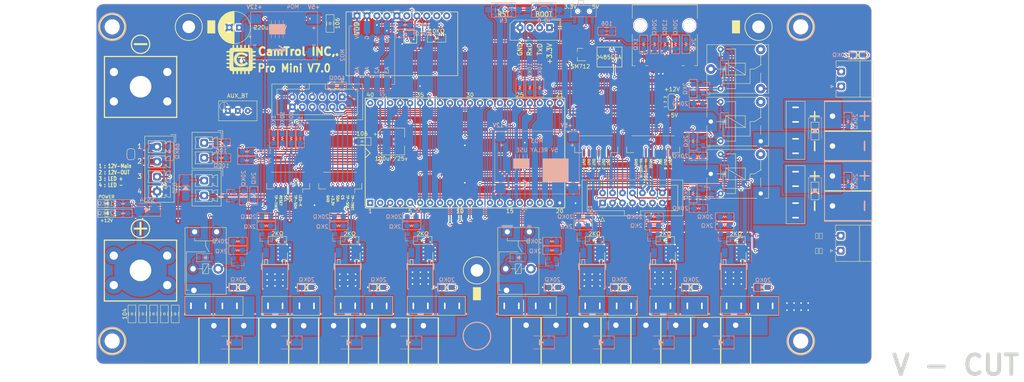
<source format=kicad_pcb>
(kicad_pcb (version 20240108) (generator "pcbnew") (generator_version "8.0")
  (layers (0 "F.Cu" signal) (31 "B.Cu" signal) (34 "B.Paste" user) (35 "F.Paste" user) (36 "B.SilkS" user "B.Silkscreen") (37 "F.SilkS" user "F.Silkscreen") (38 "B.Mask" user) (39 "F.Mask" user) (44 "Edge.Cuts" user))
  (net 0 "")
  (net 1 "GNDPWR")
  (net 2 "+5V")
  (net 3 "LED_OUT_01")
  (net 4 "LED_OUT_02")
  (net 5 "LED_OUT_05")
  (net 6 "LED_OUT_03")
  (net 7 "LED_OUT_04")
  (net 8 "LED_OUT_06")
  (net 9 "Net-(D3-A)")
  (net 10 "AUX-V")
  (net 11 "Net-(J9-Pin_1)")
  (net 12 "Net-(D30-A)")
  (net 13 "Net-(D4-A)")
  (net 14 "Net-(D5-A)")
  (net 15 "Net-(D6-A)")
  (net 16 "Net-(D7-K)")
  (net 17 "Net-(D8-K)")
  (net 18 "Net-(D9-K)")
  (net 19 "Net-(J10-Pin_2)")
  (net 20 "Net-(D10-K)")
  (net 21 "Net-(D11-A)")
  (net 22 "Net-(D18-A)")
  (net 23 "Net-(D19-A)")
  (net 24 "Net-(D20-A)")
  (net 26 "Net-(D23-K)")
  (net 27 "Net-(D24-K)")
  (net 28 "Net-(F1-Pad1)")
  (net 29 "Net-(Q3-Drain)")
  (net 30 "Net-(Q5-Drain)")
  (net 31 "Net-(Q7-Drain)")
  (net 32 "+12P")
  (net 33 "MA-AUTO-IN")
  (net 34 "Net-(C20-Pad1)")
  (net 35 "Net-(J17-Pin_3)")
  (net 36 "Net-(J13-Pad10)")
  (net 37 "Net-(J10-Pin_3)")
  (net 38 "Net-(Q9-B)")
  (net 39 "Net-(Q10-B)")
  (net 40 "Net-(Q11-B)")
  (net 41 "Net-(Q12-B)")
  (net 42 "Net-(Q13-B)")
  (net 43 "Net-(Q16-B)")
  (net 44 "SCL")
  (net 45 "SDA")
  (net 46 "Net-(Q17-B)")
  (net 47 "Net-(U5-ALERT{slash}RDY)")
  (net 48 "+VDC")
  (net 49 "/485-B")
  (net 50 "/485-A")
  (net 51 "RO")
  (net 52 "ENABLE")
  (net 53 "DI")
  (net 54 "PU UP")
  (net 55 "PU DN")
  (net 57 "Net-(Q26-B)")
  (net 58 "Net-(F5-Pad1)")
  (net 59 "Net-(Q29-Drain)")
  (net 60 "Net-(D14-A)")
  (net 61 "Net-(D17-K)")
  (net 62 "Net-(D21-K)")
  (net 63 "Net-(Q18-Drain)")
  (net 64 "Net-(Q33-Drain)")
  (net 65 "MA-AUTO-OUT")
  (net 66 "unconnected-(MO2-PadA3)")
  (net 67 "ST-7789V-D{slash}C")
  (net 68 "ST-7789V-CS")
  (net 69 "ST-7789V-SCL")
  (net 70 "ST-7789V-SDA")
  (net 71 "ST-7789V-TP_SCL")
  (net 72 "ST-7789V-TP_SDA")
  (net 73 "ST-7789V-TP_TRST")
  (net 74 "ST-7789V-TP_TINT")
  (net 75 "Net-(Q35-B)")
  (net 76 "LED_OUT_07")
  (net 77 "LED_OUT_08")
  (net 78 "EN")
  (net 79 "IO_0")
  (net 80 "Net-(AUX_BT1-Pad3)")
  (net 81 "+3.3V")
  (net 82 "Net-(J9-Pin_2)")
  (net 85 "INVERTER")
  (net 86 "TV")
  (net 87 "FRIGE")
  (net 88 "Net-(Q15-B)")
  (net 89 "Net-(Q20-B)")
  (net 90 "O_TV")
  (net 91 "O_INV")
  (net 92 "O_FRIGE")
  (net 93 "Net-(J10-Pin_1)")
  (net 94 "Net-(JP1-A)")
  (net 95 "CLEAN")
  (net 96 "Net-(Q1-B)")
  (net 97 "Net-(D28-A)")
  (net 98 "Net-(D29-A)")
  (net 99 "Net-(D25-K)")
  (net 100 "Net-(D1-A)")
  (net 101 "Net-(D16-A)")
  (net 102 "Net-(D22-A)")
  (net 103 "Net-(D26-K)")
  (net 104 "Net-(U4-IO_07)")
  (net 107 "Net-(J4-Pin_1)")
  (net 108 "Net-(J4-Pin_2)")
  (net 112 "Net-(D27-A)")
  (net 116 "ST-7789V-RESET")
  (net 117 "unconnected-(U4-IO_15-Pad27)")
  (net 118 "Net-(J22-Pin_1)")
  (net 119 "Net-(D13-K)")
  (net 120 "Net-(J25-Pin_2)")
  (net 121 "Net-(J11-Pin_4)")
  (net 122 "Net-(J11-Pin_5)")
  (net 123 "Net-(J11-Pin_3)")
  (net 124 "Net-(J11-Pin_7)")
  (net 125 "Net-(J25-Pin_1)")
  (net 127 "Net-(J13-Pad12)")
  (net 128 "+3V3")
  (net 129 "Net-(F9-Pad1)")
  (net 130 "Net-(F10-Pad1)")
  (footprint "Server.pretty:LED_0805" (layer "F.Cu") (at 144.14 116.455)
    (property "Reference" "D6" (hide yes))
    (property "Value" "RED LED" (hide yes))
  )
  (footprint "Server.pretty:FUSE-PIN-Holder-Mini" (layer "F.Cu") (at 84.88 121.165)
    (property "Reference" "F1" (hide yes))
    (property "Value" "FRG500-16F" (hide yes))
  )
  (footprint "Server.pretty:PhoenixContact_MCV_1,5_2-G-3.81_1x02_P3.81mm_Vertical" (layer "F.Cu") (at 82.39 81.56 -90)
    (property "Reference" "J9" (hide yes))
    (property "Value" "ECH381V-2P" (hide yes))
  )
  (footprint "Server.pretty:LED_0805" (layer "F.Cu") (at 248.84 57.295)
    (property "Reference" "D1" (hide yes))
    (property "Value" "RED LED" (hide yes))
  )
  (footprint "Server.pretty:FUSE-PIN-Holder-Mini" (layer "F.Cu") (at 203.255 121.165)
    (property "Reference" "F7" (hide yes))
    (property "Value" "FRG500-16F" (hide yes))
  )
  (footprint "Server.pretty:Potentiometer_Bourns_3296Y_Vertical" (layer "F.Cu") (at 90.92 71.5425 180)
    (property "Reference" "AUX_BT1" (hide yes))
    (property "Value" "B3296Y-2KΩ" (hide yes))
  )
  (footprint "Server.pretty:FUSE-PIN-Holder-Mini" (layer "F.Cu") (at 104.495 121.165)
    (property "Reference" "F2" (hide yes))
    (property "Value" "FRG500-16F" (hide yes))
  )
  (footprint "Server.pretty:MAX485" (layer "F.Cu") (at 185.58 57.815 90)
    (property "Reference" "U2" (hide yes))
    (property "Value" "485ESA")
  )
  (footprint "Server.pretty:logo" (layer "F.Cu") (at 91.8 58.415)
    (property "Reference" "G***" (hide yes))
    (property "Value" "LOGO" (hide yes))
  )
  (footprint "Server.pretty:R_0805_HandSoldering" (layer "F.Cu") (at 141.585 53.03 180)
    (property "Reference" "R41" (hide yes))
    (property "Value" "10KΩ")
  )
  (footprint "Server.pretty:PhoenixContact_MC_1,5_2-G-3.81_1x02_P3.81mm_Horizontal" (layer "F.Cu") (at 244.5675 65.305 90)
    (property "Reference" "J4" (hide yes))
    (property "Value" "ECH381V-2P" (hide yes))
  )
  (footprint "Server.pretty:AOD1485" (layer "F.Cu") (at 181.19 112.892 -90)
    (property "Reference" "Q29" (hide yes))
    (property "Value" "AOD4185" (hide yes))
  )
  (footprint "Server.pretty:C_0805_HandSoldering" (layer "F.Cu") (at 75.01 123.225 -90)
    (property "Reference" "C13" (hide yes))
    (property "Value" "104" (hide yes))
  )
  (footprint "Server.pretty:JQC-T78-DC12V-C" (layer "F.Cu") (at 211.38 60.865)
    (property "Reference" "K2" (hide yes))
    (property "Value" "JQC-T78-DC12V-C" (hide yes))
  )
  (footprint "Server:RJ45_LED_SMD" (layer "F.Cu") (at 199.67 61.555 180)
    (property "Reference" "J13" (hide yes))
    (property "Value" "RJ45_LED" (hide yes))
  )
  (footprint "Server:FUSE-PIN-Holder-Mini" (layer "F.Cu") (at 232.96 92.855 90)
    (property "Reference" "F10" (hide yes))
    (property "Value" "FRG500-16F" (hide yes))
  )
  (footprint "Server.pretty:PhoenixContact_MCV_1,5_2-G-3.81_1x02_P3.81mm_Vertical" (layer "F.Cu") (at 82.39 91.18 -90)
    (property "Reference" "J15" (hide yes))
    (property "Value" "ECH381V-2P" (hide yes))
  )
  (footprint "Server.pretty:IDC-Header_2x06_P2.54mm_Vertical" (layer "F.Cu") (at 117.54 67.9725 -90)
    (property "Reference" "J22" (hide yes))
    (property "Value" "Conn_01x12_Male" (hide yes))
  )
  (footprint "Connector_JST:JST_GH_SM06B-GHS-TB_1x06-1MP_P1.25mm_Horizontal" (layer "F.Cu") (at 103.765 89.685 180)
    (property "Reference" "J26" (hide yes))
    (property "Value" "Conn_01x06_Pin" (hide yes))
  )
  (footprint "Server.pretty:JQC-T78-DC12V-C" (layer "F.Cu") (at 211.38 87.565)
    (property "Reference" "K5" (hide yes))
    (property "Value" "JQC-T78-DC12V-C" (hide yes))
  )
  (footprint "Server.pretty:C_0805_HandSoldering" (layer "F.Cu") (at 66.76 123.225 -90)
    (property "Reference" "C9" (hide yes))
    (property "Value" "104" (hide yes))
  )
  (footprint "Server.pretty:AOD1485" (layer "F.Cu") (at 118.93 112.941 -90)
    (property "Reference" "Q5" (hide yes))
    (property "Value" "AOD4185" (hide yes))
  )
  (footprint "Server:KF7.62-2P" (layer "F.Cu") (at 242.36 91.915 90)
    (property "Reference" "J14" (hide yes))
    (property "Value" "Conn_01x02_Pin" (hide yes))
  )
  (footprint "Server.pretty:FUSE-PIN-Holder-Mini" (layer "F.Cu") (at 141.495 121.165)
    (property "Reference" "F4" (hide yes))
    (property "Value" "FRG500-16F" (hide yes))
  )
  (footprint "Server.pretty:FUSE-PIN-Holder-Mini" (layer "F.Cu") (at 164.65 121.165)
    (property "Reference" "F5" (hide yes))
    (property "Value" "FRG500-16F" (hide yes))
  )
  (footprint "Server.pretty:ACNH3212" (layer "F.Cu") (at 162.37 102.318 -90)
    (property "Reference" "K3" (hide yes))
    (property "Value" "ACNH3212" (hide yes))
  )
  (footprint "Server.pretty:LED_0805" (layer "F.Cu") (at 126.72 116.455)
    (property "Reference" "D5" (hide yes))
    (property "Value" "RED LED" (hide yes))
  )
  (footprint "Server.pretty:AOD1485" (layer "F.Cu") (at 217.19 112.891 -90)
    (property "Reference" "Q33" (hide yes))
    (property "Value" "AOD4185" (hide yes))
  )
  (footprint "Connector_IDC:IDC-Header_2x07_P2.54mm_Vertical" (layer "F.Cu") (at 183.82 94.9575 90)
    (property "Reference" "J5" (hide yes))
    (property "Value" "Conn_01x12_Male" (hide yes))
  )
  (footprint "Server:KF7.62-2P" (layer "F.Cu") (at 242.36 76.675 90)
    (property "Reference" "J1" (hide yes))
    (property "Value" "Conn_01x02_Pin" (hide yes))
  )
  (footprint "Server.pretty:C_0805_HandSoldering" (layer "F.Cu") (at 72.26 123.225 -90)
    (property "Reference" "C11" (hide yes))
    (property "Value" "104" (hide yes))
  )
  (footprint "Server.pretty:ACNH3212" (layer "F.Cu") (at 82.76 102.317 -90)
    (property "Reference" "K1" (hide yes))
    (property "Value" "ACNH3212" (hide yes))
  )
  (footprint "Server.pretty:TSSOP-10_3x3mm_P0.5mm" (layer "F.Cu") (at 134.885 52.68 180)
    (property "Reference" "U5" (hide yes))
    (property "Value" "ADS1115IDGS" (hide yes))
  )
  (footprint "Server.pretty:MountingHole_3.2mm_M3-pcb" (layer "F.Cu") (at 151.83 112.135)
    (property "Reference" "H7" (hide yes))
    (property "Value" "MH" (hide yes))
  )
  (footprint "Server:MountingHole_3.2mm_M3-pcb" (layer "F.Cu") (at 223.525 50.135)
    (property "Reference" "H2" (hide yes))
    (property "Value" "MH" (hide yes))
  )
  (footprint "Server.pretty:C_0805_HandSoldering" (layer "F.Cu") (at 122.61 79.315 180)
    (property "Reference" "C3" (hide yes))
    (property "Value" "106")
  )
  (footprint "Server.pretty:R_0805_HandSoldering" (layer "F.Cu") (at 181.78 104.536)
    (property "Reference" "R66" (hide yes))
    (property "Value" "2KΩ")
  )
  (footprint "Server.pretty:R_0805_HandSoldering" (layer "F.Cu") (at 119.425 104.535)
    (property "Reference" "R15" (hide yes))
    (property "Value" "2KΩ")
  )
  (footprint "Server.pretty:LED_0805" (layer "F.Cu") (at 57.55 95.135)
    (property "Reference" "D11" (hide yes))
    (property "Value" "POWER")
  )
  (footprint "Server.pretty:FUSE-PIN-Holder-Mini" (layer "F.Cu") (at 185.255 121.165)
    (property "Reference" "F6" (hide yes))
    (property "Value" "FRG500-16F" (hide yes))
  )
  (footprint "Server.pretty:R_0805_HandSoldering" (layer "F.Cu") (at 217.78 104.535)
    (property "Reference" "R9" (hide yes))
    (property "Value" "2KΩ")
  )
  (footprint "Server.pretty:R_0805_HandSoldering" (layer "F.Cu") (at 199.774 104.536)
    (property "Reference" "R5" (hide yes))
    (property "Value" "2KΩ")
  )
  (footprint "Server.pretty:LED_0805" (layer "F.Cu") (at 171.26 116.455)
    (property "Reference" "D19" (hide yes))
    (property "Value" "RED LED" (hide yes))
  )
  (footprint "Jumper:SolderJumper-2_P1.3mm_Bridged_RoundedPad1.0x1.5mm" (layer "F.Cu") (at 63.74 82.565 -90)
    (property "Reference" "JP2" (hide yes))
    (property "Value" "Jumper_2_Bridged" (hide yes))
  )
  (footprint "Server.pretty:PhoenixContact_MC_1,5_2-G-3.81_1x02_P3.81mm_Horizontal" (layer "F.Cu") (at 244.4475 107.135 90)
    (property "Reference" "J24" (hide yes))
    (property "Value" "ECH381V-2P" (hide yes))
  )
  (footprint "Server:SOT-23" (layer "F.Cu") (at 178.16 57.19 180)
    (property "Reference" "D31" (hide yes))
    (property "Value" "SM712")
  )
  (footprint "Server.pretty:LED_0805" (layer "F.Cu") (at 224.58 116.455)
    (property "Reference" "D18" (hide yes))
    (property "Value" "RED LED" (hide yes))
  )
  (footprint "Server.pretty:Molex_SPOX_5267-04A_1x04_P2.50mm_Vertical" (layer "F.Cu") (at 166.505 50.33 180)
    (property "Reference" "J10" (hide yes))
    (property "Value" "5267-04P" (hide yes))
  )
  (footprint "Server.pretty:FUSE-PIN-Holder-Mini" (layer "F.Cu") (at 221.255 121.165)
    (property "Reference" "F8" (hide yes))
    (property "Value" "FRG500-16F" (hide yes))
  )
  (footprint "Server.pretty:LED_0805" (layer "F.Cu") (at 57.54 97.605)
    (property "Reference" "D27" (hide yes))
    (property "Value" "+12V")
  )
  (footprint "Server.pretty:R_0805_HandSoldering" (layer "F.Cu") (at 138.025 104.5225)
    (property "Reference" "R16" (hide yes))
    (property "Value" "2KΩ")
  )
  (footprint "Server.pretty:ADS1115" (layer "F.Cu") (at 132.725 47.323 -90)
    (property "Reference" "MO2" (hide yes))
    (property "Value" "ADS1115" (hide yes))
  )
  (footprint "Capacitor_THT:CP_Radial_D8.0mm_P2.50mm" (layer "F.Cu") (at 91.3 50.305 180)
    (property "Reference" "C5" (hide yes))
    (property "Value" "220uF/25V")
  )
  (footprint "Server.pretty:LED_0805" (layer "F.Cu") (at 108.41 116.455)
    (property "Reference" "D4" (hide yes))
    (property "Value" "RED LED" (hide yes))
  )
  (footprint "Server.pretty:LED_0805" (layer "F.Cu") (at 237.9 91.905 90)
    (property "Reference" "D22" (hide yes))
    (property "Value" "RED LED" (hide yes))
  )
  (footprint "Connector_JST:JST_GH_SM06B-GHS-TB_1x06-1MP_P1.25mm_Horizontal" (layer "F.Cu") (at 117.015 89.695 180)
    (property "Reference" "J8" (hide yes))
    (property "Value" "Conn_01x06_Pin" (hide yes))
  )
  (footprint "Server.pretty:AOD1485" (layer "F.Cu") (at 100.43 112.941 -90)
    (property "Reference" "Q3" (hide yes))
    (property "Value" "AOD4185" (hide yes))
  )
  (footprint "Server.pretty:LED_0805" (layer "F.Cu") (at 237.9 76.665 90)
    (property "Reference" "D16" (hide yes))
    (property "Value" "RED LED" (hide yes))
  )
  (footprint "Server.pretty:R_0805_HandSoldering" (layer "F.Cu") (at 101.025 104.535)
    (property "Reference" "R14" (hide yes))
    (property "Value" "2KΩ")
  )
  (footprint "Server.pretty:C_0805_HandSoldering" (layer "F.Cu") (at 64.01 123.225 -90)
    (property "Reference" "C7" (hide yes))
    (property "Value" "104")
  )
  (footprint "Server:MountingHole_3.2mm_M3-pcb" (layer "F.Cu") (at 78.475 50.135)
    (property "Reference" "H1" (hide yes))
    (property "Value" "MH" (hide yes))
  )
  (footprint "Server.pretty:PhoenixContact_MCV_1,5_4-G-3.81_1x04_P3.81mm_Vertical" (layer "F.Cu") (at 70.39 80.655 -90)
    (property "Reference" "J17" (hide yes))
    (property "Value" "Conn_01x04_Pin" (hide yes))
  )
  (footprint "Server.pretty:FUSE-PIN-Holder-Mini" (layer "F.Cu") (at 122.995 121.165)
    (property "Reference" "F3" (hide yes))
    (property "Value" "FRG500-16F" (hide yes))
  )
  (footprint "Server.pretty:LED_0805" (layer "F.Cu") (at 188.14 116.455)
    (property "Reference" "D20" (hide yes))
    (property "Value" "RED LED" (hide yes))
  )
  (footprint "Connector_JST:JST_GH_SM08B-GHS-TB_1x08-1MP_P1.25mm_Horizontal" (layer "F.Cu") (at 196.71 80.435 180)
    (property "Reference" "J25" (hide yes))
    (property "Value" "Conn_01x08_Pin" (hide yes))
  )
  (footprint "Server.pretty:JQC-T78-DC12V-C" (layer "F.Cu") (at 211.38 74.245)
    (property "Reference" "K4" (hide yes))
    (property "Value" "JQC-T78-DC12V-C" (hide yes))
  )
  (footprint "Server.pretty:AOD1485" (layer "F.Cu") (at 137.43 112.9285 -90)
    (property "Reference" "Q7" (hide yes))
    (property "Value" "AOD4185" (hide yes))
  )
  (footprint "Capacitor_SMD:CP_Elec_6.3x5.3" (layer "F.Cu") (at 130.01 79.315)
    (property "Reference" "C2" (hide yes))
    (property "Value" "100uF/25v")
  )
  (footprint "Server:FUSE-PIN-Holder-Mini" (layer "F.Cu") (at 232.96 76.475 90)
    (property "Reference" "F9" (hide yes))
    (property "Value" "FRG500-16F" (hide yes))
  )
  (footprint "Server:KF7.62-8P" (layer "F.Cu") (at 88.67 126.215)
    (property "Reference" "J16" (hide yes))
    (property "Value" "Conn_01x14_Pin" (hide yes))
  )
  (footprint "Server.pretty:BR-120" (layer "F.Cu") (at 66.2 65.375)
    (property "Reference" "J7" (hide yes))
    (property "Value" "BR-120" (hide yes))
  )
  (footprint "Server.pretty:SolderJumper-3_P1.3mm_Open_RoundedPad1.0x1.5mm" (layer "F.Cu") (at 201.49 69.245 90)
    (property "Reference" "JP1" (hide yes))
    (property "Value" "SolderJumper_3_Open" (hide yes))
  )
  (footprint "Server.pretty:LED_0805" (layer "F.Cu") (at 91.01 116.455)
    (property "Reference" "D3" (hide yes))
    (property "Value" "RED LED" (hide yes))
  )
  (footprint "Connector_JST:JST_GH_SM06B-GHS-TB_1x06-1MP_P1.25mm_Horizontal" (layer "F.Cu") (at 182.21 80.435 180)
    (property "Reference" "J11" (hide yes))
    (property "Value" "Conn_01x06_Pin" (hide yes))
  )
  (footprint "Server.pretty:C_0805_HandSoldering" (layer "F.Cu") (at 69.51 123.225 -90)
    (property "Reference" "C10" (hide yes))
    (property "Value" "104" (hide yes))
  )
  (footprint "Server.pretty:BR-120" (layer "F.Cu") (at 66.175 112.135)
    (property "Reference" "J6" (hide yes))
    (property "Value" "BR-120" (hide yes))
  )
  (footprint "Server:KF7.62-8P" (layer "F.Cu") (at 168.175 126.085)
    (property "Reference" "J12" (hide yes))
    (property "Value" "Conn_01x14_Pin" (hide yes))
  )
  (footprint "Server.pretty:C_0805_HandSoldering" (layer "F.Cu") (at 114.44 49.275 -90)
    (property "Reference" "C12" (hide yes))
    (property "Value" "106")
  )
  (footprint "Server.pretty:LED_0805" (layer "F.Cu") (at 206.25 116.455)
    (property "Reference" "D14" (hide yes))
    (property "Value" "RED LED" (hide yes))
  )
  (footprint "Server.pretty:AOD1485" (layer "F.Cu") (at 199.19 112.892 -90)
    (property "Reference" "Q18" (hide yes))
    (property "Value" "AOD4185" (hide yes))
  )
  (footprint "Server.pretty:ESP32-S3" (layer "F.Cu") (at 144.99 82.245)
    (property "Reference" "U4" (hide yes))
    (property "Value" "~" (hide yes))
  )
  (footprint "Server.pretty:R_0805_HandSoldering" (layer "B.Cu") (at 95.02 93.115 90)
    (property "Reference" "R13" (hide yes))
    (property "Value" "2KΩ")
  )
  (footprint "Server.pretty:C_0805_HandSoldering" (layer "B.Cu") (at 86.78 79.655)
    (property "Reference" "C6" (hide yes))
    (property "Value" "106")
  )
  (footprint "Server.pretty:R_0805_HandSoldering" (layer "B.Cu") (at 206.875 65.865 90)
    (property "Reference" "R20" (hide yes))
    (property "Value" "2KΩ")
  )
  (footprint "Server.pretty:R_0805_HandSoldering" (layer "B.Cu") (at 90.97 104.745)
    (property "Reference" "R48" (hide yes))
    (property "Value" "20KΩ")
  )
  (footprint "Server.pretty:R_0805_HandSoldering" (layer "B.Cu") (at 171.26 116.455)
    (property "Reference" "R44" (hide yes))
    (property "Value" "20KΩ")
  )
  (footprint "Server.pretty:R_0805_HandSoldering" (layer "B.Cu") (at 246.3 89.505 -90)
    (property "Reference" "R57" (hide yes))
    (property "Value" "20KΩ")
  )
  (footprint "Server.pretty:SOT-23" (layer "B.Cu") (at 210.37 65.865)
    (property "Reference" "Q20" (hide yes))
    (property "Value" "MMBT2222A" (hide yes))
  )
  (footprint "Server.pretty:R_0805_HandSoldering" (layer "B.Cu") (at 98.2 100.775 180)
    (property "Reference" "R29" (hide yes))
    (property "Value" "2KΩ")
  )
  (footprint "Server.pretty:R_0805_HandSoldering" (layer "B.Cu") (at 246.3 74.265 -90)
    (property "Reference" "R56" (hide yes))
    (property "Value" "20KΩ")
  )
  (footprint "Server.pretty:SOT-23" (layer "B.Cu") (at 214.904 103.915 -90)
    (property "Reference" "Q35" (hide yes))
    (property "Value" "MMBT2222A" (hide yes))
  )
  (footprint "Server.pretty:C_0805_HandSoldering" (layer "B.Cu") (at 106.85 78.575 -90)
    (property "Reference" "C20" (hide yes))
    (property "Value" "106")
  )
  (footprint "Server.pretty:AOD1485" (layer "B.Cu") (at 181.19 112.893 -90)
    (property "Reference" "Q30" (hide yes))
    (property "Value" "AOD4185" (hide yes))
  )
  (footprint "Server.pretty:R_0805_HandSoldering" (layer "B.Cu") (at 165.3 65.625 90)
    (property "Reference" "R27" (hide yes))
    (property "Value" "10KΩ")
  )
  (footprint "Server.pretty:R_0805_HandSoldering" (layer "B.Cu") (at 116.65 98.495)
    (property "Reference" "R50" (hide yes))
    (property "Value" "20KΩ")
  )
  (footprint "Server.pretty:TS-3404" (layer "B.Cu") (at 168.87 45.795 -90)
    (property "Reference" "SW6" (hide yes))
    (property "Value" "SW_Push" (hide yes))
  )
  (footprint "Server:ADS1115_SMD" (layer "B.Cu") (at 125.105 57.355 -90)
    (property "Reference" "MO2")
    (property "Value" "ADS1115_SMD" (hide yes))
  )
  (footprint "Server.pretty:D_SMA" (layer "B.Cu") (at 77.69 91.1625 -90)
    (property "Reference" "D30")
    (property "Value" "4007" (hide yes))
  )
  (footprint "Server.pretty:R_0805_HandSoldering" (layer "B.Cu") (at 224.58 116.455)
    (property "Reference" "R10" (hide yes))
    (property "Value" "20KΩ")
  )
  (footprint "Server.pretty:D_SOD-123" (layer "B.Cu") (at 162.51 108.865)
    (property "Reference" "D28" (hide yes))
    (property "Value" "4007" (hide yes))
  )
  (footprint "Server.pretty:D_SOD-123" (layer "B.Cu") (at 214.85 87.565 -90)
    (property "Reference" "D2" (hide yes))
    (property "Value" "4007" (hide yes))
  )
  (footprint "Server.pretty:R_0805_HandSoldering" (layer "B.Cu") (at 206.25 116.455)
    (property "Reference" "R6" (hide yes))
    (property "Value" "20KΩ")
  )
  (footprint "Server.pretty:D_SMA" (layer "B.Cu") (at 119.15 130.505 180)
    (property "Reference" "D9" (hide yes))
    (property "Value" "4007" (hide yes))
  )
  (footprint "Server.pretty:SOT-23" (layer "B.Cu") (at 210.37 79.245)
    (property "Reference" "Q15" (hide yes))
    (property "Value" "MMBT2222A" (hide yes))
  )
  (footprint "Server.pretty:R_0805_HandSoldering" (layer "B.Cu") (at 133.55 51.875)
    (property "Reference" "R17" (hide yes))
    (property "Value" "10KΩ")
  )
  (footprint "Server.pretty:R_0805_HandSoldering" (layer "B.Cu") (at 170.92 104.755)
    (property "Reference" "R47" (hide yes))
    (property "Value" "20KΩ")
  )
  (footprint "Server.pretty:R_0805_HandSoldering" (layer "B.Cu") (at 126.72 116.455)
    (property "Reference" "R23" (hide yes))
    (property "Value" "20KΩ")
  )
  (footprint "Server:R_0805_HandSoldering" (layer "B.Cu") (at 205.07 54.565 -90)
    (property "Reference" "R24" (hide yes))
    (property "Value" "2KΩ")
  )
  (footprint "Server.pretty:AOD1485" (layer "B.Cu") (at 137.43 112.8795 -90)
    (property "Reference" "Q8" (hide yes))
    (property "Value" "AOD4185" (hide yes))
  )
  (footprint "Server.pretty:D_SMA" (layer "B.Cu") (at 198.64 130.485 180)
    (property "Reference" "D17" (hide yes))
    (property "Value" "4007" (hide yes))
  )
  (footprint "Server.pretty:D_SOD-123" (layer "B.Cu") (at 214.85 60.865 -90)
    (property "Reference" "D15" (hide yes))
    (property "Value" "4007" (hide yes))
  )
  (footprint "Server.pretty:R_0805_HandSoldering" (layer "B.Cu") (at 73.55 81.805 90)
    (property "Reference" "R4" (hide yes))
    (property "Value" "68KΩ")
  )
  (footprint "Server.pretty:R_0805_HandSoldering" (layer "B.Cu") (at 188.14 116.455)
    (property "Reference" "R46" (hide yes))
    (property "Value" "20KΩ")
  )
  (footprint "Server.pretty:R_0805_HandSoldering" (layer "B.Cu") (at 167.84 65.625 90)
    (property "Reference" "R33" (hide yes))
    (property "Value" "10KΩ")
  )
  (footprint "Server.pretty:R_0805_HandSoldering" (layer "B.Cu") (at 178.9 98.496)
    (property "Reference" "R45" (hide yes))
    (property "Value" "20KΩ")
  )
  (footprint "Server.pretty:D_SOD-123" (layer "B.Cu") (at 214.85 74.245 -90)
    (property "Reference" "D12" (hide yes))
    (property "Value" "4007" (hide yes))
  )
  (footprint "Server.pretty:R_0805_HandSoldering" (layer "B.Cu") (at 108.41 116.455)
    (property "Reference" "R21" (hide yes))
    (property "Value" "20KΩ")
  )
  (footprint "Server.pretty:R_0805_HandSoldering" (layer "B.Cu") (at 91.02 116.455)
    (property "Reference" "R19" (hide yes))
    (property "Value" "20KΩ")
  )
  (footprint "Server.pretty:R_0805_HandSoldering" (layer "B.Cu") (at 104.55 78.575 -90)
    (property "Reference" "R74" (hide yes))
    (property "Value" "10KΩ")
  )
  (footprint "Server.pretty:SOT-23" (layer "B.Cu") (at 88.89 93.115 180)
    (property "Reference" "Q1" (hide yes))
    (property "Value" "MMBT2222A" (hide yes))
  )
  (footprint "Server.pretty:R_0805_HandSoldering" (layer "B.Cu") (at 202.39 54.575 -90)
    (property "Reference" "R34" (hide yes))
    (property "Value" "20KΩ")
  )
  (footprint "Server.pretty:R_0805_HandSoldering" (layer "B.Cu") (at 144.14 116.455)
    (property "Reference" "R25" (hide yes))
    (property "Value" "20KΩ")
  )
  (footprint "Server.pretty:R_0805_HandSoldering" (layer "B.Cu") (at 61.74 97.605 180)
    (property "Reference" "R1" (hide yes))
    (property "Value" "20KΩ")
  )
  (footprint "Server.pretty:R_0805_HandSoldering" (layer "B.Cu") (at 102.29 78.58 90)
    (property "Reference" "R79" (hide yes))
    (property "Value" "10KΩ")
  )
  (footprint "Server.pretty:D_SMA" (layer "B.Cu") (at 183.41 130.485 180)
    (property "Reference" "D24" (hide yes))
    (property "Value" "4007" (hide yes))
  )
  (footprint "Server.pretty:SOT-23" (layer "B.Cu") (at 135.175 103.8725 -90)
    (property "Reference" "Q12" (hide yes))
    (property "Value" "MMBT2222A" (hide yes))
  )
  (footprint "Server.pretty:R_0805_HandSoldering" (layer "B.Cu") (at 199.7 54.575 -90)
    (property "Reference" "R36" (hide yes))
    (property "Value" "120Ω")
  )
  (footprint "Server.pretty:SOT-23" (layer "B.Cu") (at 170.945 110.175 -90)
    (property "Reference" "Q16" (hide yes))
    (property "Value" "MMBT2222A" (hide yes))
  )
  (footprint "Server.pretty:SOT-23" (layer "B.Cu") (at 116.675 103.925 -90)
    (property "Reference" "Q11" (hide yes))
    (property "Value" "MMBT2222A" (hide yes))
  )
  (footprint "Server.pretty:SOT-23" (layer "B.Cu") (at 210.37 92.565)
    (property "Reference" "Q13" (hide yes))
    (property "Value" "MMBT2222A" (hide yes))
  )
  (footprint "Server.pretty:R_0805_HandSoldering" (layer "B.Cu") (at 248.84 57.295)
    (property "Reference" "R55" (hide yes))
    (property "Value" "20KΩ")
  )
  (footprint "Server.pretty:R_0805_HandSoldering" (layer "B.Cu") (at 116.22 65.185 180)
    (property "Reference" "R2" (hide yes))
    (property "Value" "100Ω")
  )
  (footprint "Button_Switch_SMD:SW_SPST_CK_RS282G05A3" (layer "B.Cu") (at 158.62 45.795)
    (property "Reference" "SW1" (hide yes))
    (property "Value" "EN")
  )
  (footprint "Button_Switch_SMD:SW_SPST_CK_RS282G05A3" (layer "B.Cu") (at 168.87 45.795)
    (property "Reference" "SW2" (hide yes))
    (property "Value" "IO_0")
  )
  (footprint "Server:R_0805_HandSoldering" (layer "B.Cu") (at 194.28 54.565 90)
    (property "Reference" "R40" (hide yes))
    (property "Value" "1KΩ")
  )
  (footprint "Server.pretty:D_SMA" (layer "B.Cu") (at 168.17 130.485 180)
    (property "Reference" "D23" (hide yes))
    (property "Value" "4007" (hide yes))
  )
  (footprint "Server.pretty:SOT-23" (layer "B.Cu") (at 196.904 103.926 -90)
    (property "Reference" "Q26" (hide yes))
    (property "Value" "MMBT2222A" (hide yes))
  )
  (footprint "Server.pretty:R_0805_HandSoldering" (layer "B.Cu") (at 98.2 98.495)
    (property "Reference" "R49" (hide yes))
    (property "Value" "20KΩ")
  )
  (footprint "Server:R_0805_HandSoldering" (layer "B.Cu") (at 208.2 83.035 180)
    (property "Reference" "R54" (hide yes))
    (property "Value" "20KΩ")
  )
  (footprint "Server.pretty:R_0805_HandSoldering" (layer "B.Cu") (at 196.904 100.776)
    (property "Reference" "R8" (hide yes))
    (property "Value" "2KΩ")
  )
  (footprint "Server.pretty:R_0805_HandSoldering" (layer "B.Cu") (at 116.65 100.775 180)
    (property "Reference" "R30" (hide yes))
    (property "Value" "2KΩ")
  )
  (footprint "Server.pretty:R_0805_HandSoldering" (layer "B.Cu") (at 61.74 95.135 180)
    (property "Reference" "R35" (hide yes))
    (property "Value" "10KΩ")
  )
  (footprint "Server.pretty:R_0805_HandSoldering" (layer "B.Cu") (at 214.904 98.495)
    (property "Reference" "R38" (hide yes))
    (property "Value" "20KΩ")
  )
  (footprint "Server.pretty:AOD1485" (layer "B.Cu") (at 199.19 112.893 -90)
    (property "Reference" "Q19" (hide yes))
    (property "Value" "AOD4185" (hide yes))
  )
  (footprint "Server.pretty:TS-3404" (layer "B.Cu") (at 158.62 45.795 -90)
    (property "Reference" "SW5" (hide yes))
    (property "Value" "SW_Push" (hide yes))
  )
  (footprint "Server.pretty:R_0805_HandSoldering" (layer "B.Cu") (at 135.2 98.4825)
    (property "Reference" "R53" (hide yes))
    (property "Value" "20KΩ")
  )
  (footprint "Server.pretty:R_0805_HandSoldering" (layer "B.Cu") (at 170.92 107.025)
    (property "Reference" "R51" (hide yes))
    (property "Value" "2KΩ")
  )
  (footprint "Server.pretty:R_0805_HandSoldering" (layer "B.Cu") (at 196.904 98.496)
    (property "Reference" "R43" (hide yes))
    (property "Value" "20KΩ")
  )
  (footprint "Server.pretty:SOT-23" (layer "B.Cu") (at 178.925 103.916 -90)
    (property "Reference" "Q17" (hide yes))
    (property "Value" "MMBT2222A" (hide yes))
  )
  (footprint "Server.pretty:C_0805_HandSoldering" (layer "B.Cu") (at 184.89 51.225)
    (property "Reference" "C4" (hide yes))
    (property "Value" "106")
  )
  (footprint "Server.pretty:AOD1485" (layer "B.Cu") (at 100.43 112.892 -90)
    (property "Reference" "Q4" (hide yes))
    (property "Value" "AOD4185" (hide yes))
  )
  (footprint "Server.pretty:R_0805_HandSoldering" (layer "B.Cu") (at 100.05 78.58 90)
    (property "Reference" "R77" (hide yes))
    (property "Value" "1KΩ")
  )
  (footprint "Server:NW3-SK-02" (layer "B.Cu") (at 178.99 46.155 180)
    (property "Reference" "SW3" (hide yes))
    (property "Value" "NW3-SK-02" (hide yes))
  )
  (footprint "Server.pretty:D_SOD-123" (layer "B.Cu") (at 82.75 108.865)
    (property "Reference" "D29" (hide yes))
    (property "Value" "4007" (hide yes))
  )
  (footprint "Server.pretty:AOD1485" (layer "B.Cu") (at 118.93 112.892 -90)
    (property "Reference" "Q6" (hide yes))
    (property "Value" "AOD4185" (hide yes))
  )
  (footprint "Server.pretty:AOD1485" (layer "B.Cu") (at 217.19 112.892 -90)
    (property "Reference" "Q34" (hide yes))
    (property "Value" "AOD4185" (hide yes))
  )
  (footprint "Server.pretty:D_SMA" (layer "B.Cu") (at 237.9 76.665 -90)
    (property "Reference" "D25" (hide yes))
    (property "Value" "4007" (hide yes))
  )
  (footprint "Server.pretty:R_0805_HandSoldering" (layer "B.Cu") (at 93.25 84.145 180)
    (property "Reference" "R39" (hide yes))
    (property "Value" "330Ω")
  )
  (footprint "Server.pretty:R_0805_HandSoldering" (layer "B.Cu") (at 206.875 92.565 90)
    (property "Reference" "R26" (hide yes))
    (property "Value" "2KΩ")
  )
  (footprint "Server:R_0805_HandSoldering" (layer "B.Cu") (at 208.225 69.705 180)
    (property "Reference" "R58" (hide yes))
    (property "Value" "20KΩ")
  )
  (footprint "Server:R_0805_HandSoldering" (layer "B.Cu") (at 208.225 96.345 180)
    (property "Reference" "R42" (hide yes))
    (property "Value" "20KΩ")
  )
  (footprint "Server.pretty:R_0805_HandSoldering" (layer "B.Cu") (at 93.26 81.865 180)
    (property "Reference" "R32" (hide yes))
    (property "Value" "10KΩ")
  )
  (footprint "Server.pretty:MP1584-SMD" (layer "B.Cu") (at 167.13 84.685)
    (property "Reference" "MO3")
    (property "Value" "MP1584" (hide yes))
  )
  (footprint "Server.pretty:D_SMA" (layer "B.Cu") (at 134.38 130.505 180)
    (property "Reference" "D10" (hide yes))
    (property "Value" "4007" (hide yes))
  )
  (footprint "Server.pretty:D_SMA" (layer "B.Cu") (at 237.9 91.905 -90)
    (property "Reference" "D26" (hide yes))
    (property "Value" "4007" (hide yes))
  )
  (footprint "Server.pretty:D_SMA" (layer "B.Cu") (at 67.85 96.715 180)
    (property "Reference" "D13" (hide yes))
    (property "Value" "SS34")
  )
  (footprint "Server.pretty:R_0805_HandSoldering" (layer "B.Cu") (at 214.904 100.765)
    (property "Reference" "R11" (hide yes))
    (property "Value" "2KΩ")
  )
  (footprint "Server.pretty:R_0805_HandSoldering" (layer "B.Cu") (at 206.875 79.245 90)
    (property "Reference" "R7" (hide yes))
    (property "Value" "2KΩ")
  )
  (footprint "Server.pretty:D_SMA" (layer "B.Cu") (at 88.66 130.505 180)
    (property "Reference" "D7" (hide yes))
    (property "Value" "4007" (hide yes))
  )
  (footprint "Server.pretty:SOT-23" (layer "B.Cu") (at 90.947 110.175 -90)
    (property "Reference" "Q9" (hide yes))
    (property "Value" "MMBT2222A" (hide yes))
  )
  (footprint "Server.pretty:SOT-23" (layer "B.Cu") (at 98.175 103.925 -90)
    (property "Reference" "Q10" (hide yes))
    (property "Value" "MMBT2222A" (hide yes))
  )
  (footprint "Server.pretty:R_0805_HandSoldering" (layer "B.Cu") (at 162.76 65.625 90)
    (property "Reference" "R18" (hide yes))
    (property "Value" "10KΩ")
  )
  (footprint "Server.pretty:R_0805_HandSoldering" (layer "B.Cu") (at 135.2 100.7625 180)
    (property "Reference" "R31" (hide yes))
    (property "Value" "2KΩ")
  )
  (footprint "Server.pretty:R_0805_HandSoldering" (layer "B.Cu") (at 92.42 93.115 -90)
    (property "Reference" "R3" (hide yes))
    (property "Value" "20KΩ")
  )
  (footprint "Server.pretty:R_0805_HandSoldering" (layer "B.Cu") (at 86.78 83.465 180)
    (property "Reference" "R22" (hide yes))
    (property "Value" "100Ω")
  )
  (footprint "Server.pretty:D_SMA" (layer "B.Cu") (at 103.93 130.495 180)
    (property "Reference" "D8" (hide yes))
    (property "Value" "4007" (hide yes))
  )
  (footprint "Server.pretty:R_0805_HandSoldering" (layer "B.Cu") (at 197.04 54.575 -90)
    (property "Reference" "R37" (hide yes))
    (property "Value" "20KΩ")
  )
  (footprint "Server.pretty:R_0805_HandSoldering" (layer "B.Cu") (at 133.55 49.625)
    (property "Reference" "R12" (hide yes))
    (property "Value" "10KΩ")
  )
  (footprint "Server.pretty:TZT-SMD" (layer "B.Cu") (at 104.99 50.485)
    (property "Reference" "MO4")
    (property "Value" "MP1584" (hide yes))
  )
  (footprint "Server.pretty:R_0805_HandSoldering" (layer "B.Cu") (at 178.9 100.766)
    (property "Reference" "R52" (hide yes))
    (property "Value" "2KΩ")
  )
  (footprint "Server.pretty:R_0805_HandSoldering" (layer "B.Cu") (at 90.97 107.025 180)
    (property "Reference" "R28" (hide yes))
    (property "Value" "2KΩ")
  )
  (footprint "Server.pretty:D_SMA" (layer "B.Cu") (at 213.89 130.485 180)
    (property "Reference" "D21" (hide yes))
    (property "Value" "4007" (hide yes))
  )
  (gr_circle (center 151.83 128.835) (end 155.33 128.835) (stroke (width 0.3)) (fill none) (layer "B.SilkS"))
  (gr_circle (center 58.975 50.13) (end 62.475 50.13) (stroke (width 0.3)) (fill none) (layer "B.SilkS"))
  (gr_circle (center 234.275 130.13) (end 237.775 130.13) (stroke (width 0.3)) (fill none) (layer "B.SilkS"))
  (gr_circle (center 58.974999 130.12) (end 62.474999 130.12) (stroke (width 0.3)) (fill none) (layer "B.SilkS"))
  (gr_circle (center 234.274999 50.13) (end 237.774999 50.13) (stroke (width 0.3)) (fill none) (layer "B.SilkS"))
  (gr_circle (center 58.975 50.13) (end 62.175 50.13) (stroke (width 0.3)) (fill none) (layer "F.SilkS"))
  (gr_circle (center 234.275 130.13) (end 237.475 130.13) (stroke (width 0.3)) (fill none) (layer "F.SilkS"))
  (gr_circle (center 234.274999 50.13) (end 237.474999 50.13) (stroke (width 0.3)) (fill none) (layer "F.SilkS"))
  (gr_rect (start 216.85 48.525) (end 218.75 51.725) (stroke (width 0.12)) (fill solid) (layer "F.SilkS"))
  (gr_circle (center 66.175 101.515) (end 68.505225 101.515) (stroke (width 0.3)) (fill none) (layer "F.SilkS"))
  (gr_circle (center 66.2 54.565) (end 68.530225 54.565) (stroke (width 0.3)) (fill none) (layer "F.SilkS"))
  (gr_rect (start 150.88 116.475) (end 152.78 119.675) (stroke (width 0.12)) (fill solid) (layer "F.SilkS"))
  (gr_circle (center 58.974999 130.12) (end 62.174999 130.12) (stroke (width 0.3)) (fill none) (layer "F.SilkS"))
  (gr_rect (start 83.25 48.535) (end 85.15 51.735) (stroke (width 0.12)) (fill solid) (layer "F.SilkS"))
  (gr_circle (center 58.974999 130.12) (end 60.674999 130.12) (stroke (width 0.05)) (fill none) (layer "Edge.Cuts"))
  (gr_arc (start 54.725 46.135) (mid 55.310786 44.720786) (end 56.725 44.135) (stroke (width 0.05)) (layer "Edge.Cuts"))
  (gr_arc (start 252.49 134.1175) (mid 251.904214 135.531714) (end 250.49 136.1175) (stroke (width 0.05)) (layer "Edge.Cuts"))
  (gr_circle (center 234.275 130.13) (end 235.975 130.13) (stroke (width 0.05)) (fill none) (layer "Edge.Cuts"))
  (gr_line (start 252.49 46.1325) (end 252.49 134.1175) (stroke (width 0.05)) (layer "Edge.Cuts"))
  (gr_circle (center 58.975 50.13) (end 60.675 50.13) (stroke (width 0.05)) (fill none) (layer "Edge.Cuts"))
  (gr_arc (start 250.49 44.1325) (mid 251.904214 44.718286) (end 252.49 46.1325) (stroke (width 0.05)) (layer "Edge.Cuts"))
  (gr_arc (start 56.725 136.135) (mid 55.310786 135.549214) (end 54.725 134.135) (stroke (width 0.05)) (layer "Edge.Cuts"))
  (gr_circle (center 234.274999 50.13) (end 235.974999 50.13) (stroke (width 0.05)) (fill none) (layer "Edge.Cuts"))
  (gr_line (start 56.725 136.135) (end 250.49 136.1175) (stroke (width 0.05)) (layer "Edge.Cuts"))
  (gr_line (start 56.725 44.135) (end 250.49 44.1325) (stroke (width 0.05)) (layer "Edge.Cuts"))
  (gr_line (start 54.725 46.135) (end 54.725 134.135) (stroke (width 0.05)) (layer "Edge.Cuts"))
  (gr_text "VDD" (at 121.3 48.875 90) (layer "B.SilkS") (effects (font (size 1.2 1.2) (thickness 0.2)) (justify left mirror)))
  (gr_text "5V RELAY USE" (at 172.57 82.085 0) (layer "B.SilkS") (effects (font (size 1 1)) (justify left bottom mirror)))
  (gr_text "5V" (at 181.03 45.575 0) (layer "F.SilkS") (effects (font (size 1 1)) (justify left bottom)))
  (gr_text "3.3V" (at 173.9 45.575 0) (layer "F.SilkS") (effects (font (size 1 1)) (justify left bottom)))
  (gr_text "1 : 12V-Main\n2 : 12V-OUT\n3 : LED +\n4 : LED -" (at 55.43 87.985 0) (layer "F.SilkS") (effects (font (size 1 0.8) (thickness 0.2)) (justify left)))
  (gr_text "1" (at 66.6675 80.5325 0) (layer "F.SilkS") (effects (font (size 1.2 1.2) (thickness 0.2)) (justify right)))
  (gr_text "TxD" (at 167.835 54.185952 90) (layer "F.SilkS") (effects (font (size 1.2 1.2) (thickness 0.2)) (justify right)))
  (gr_text "+3.3V" (at 170.315 54.155 90) (layer "F.SilkS") (effects (font (size 1.2 1.2) (thickness 0.2)) (justify right)))
  (gr_text "2" (at 66.657704 84.3325 0) (layer "F.SilkS") (effects (font (size 1.2 1.2) (thickness 0.2)) (justify right)))
  (gr_text "3" (at 66.657704 88.1825 0) (layer "F.SilkS") (effects (font (size 1.2 1.2) (thickness 0.2)) (justify right)))
  (gr_text "GND" (at 162.785 54.042619 90) (layer "F.SilkS") (effects (font (size 1.2 1.1) (thickness 0.2)) (justify right)))
  (gr_text "BOOT" (at 168.87 46.915 0) (layer "F.SilkS") (effects (font (size 1.2 1.1) (thickness 0.2))))
  (gr_text "VDD" (at 121.23 48.655 90) (layer "F.SilkS") (effects (font (size 1.2 1.2) (thickness 0.2)) (justify right)))
  (gr_text "4" (at 66.6625 92.0325 0) (layer "F.SilkS") (effects (font (size 1.2 1.2) (thickness 0.2)) (justify right)))
  (gr_text "RST" (at 158.62 46.915 0) (layer "F.SilkS") (effects (font (size 1.2 1.1) (thickness 0.2))))
  (gr_text "CamTrol INC,." (at 95.8 56.415 0) (layer "F.SilkS") (effects (font (size 2 2) (thickness 0.5)) (justify left)))
  (gr_text "RxD" (at 165.185 54.043095 90) (layer "F.SilkS") (effects (font (size 1.2 1.2) (thickness 0.2)) (justify right)))
  (gr_text "Pro Mini V7.0" (at 95.8 60.665 0) (layer "F.SilkS") (effects (font (size 2 1.8) (thickness 0.4)) (justify left)))
  (gr_text "V - CUT" (at 256.98 139.175 0) (layer "Edge.Cuts") (effects (font (size 5 5) (thickness 1) (bold yes)) (justify left bottom)))
  (segment (start 137.185 52.68) (end 138.265 52.68) (width 0.2) (layer "F.Cu") (net 1))
  (segment (start 89.76 116.455) (end 88.33 116.455) (width 0.3) (layer "F.Cu") (net 1))
  (segment (start 137.035 52.68) (end 136.38 52.68) (width 0.2) (layer "F.Cu") (net 1))
  (segment (start 136.38 52.68) (end 135.735 53.325) (width 0.2) (layer "F.Cu") (net 1))
  (segment (start 107.16 116.455) (end 105.73 116.455) (width 0.3) (layer "F.Cu") (net 1))
  (segment (start 142.89 116.455) (end 141.46 116.455) (width 0.3) (layer "F.Cu") (net 1))
  (segment (start 88.33 116.455) (end 88.32 116.445) (width 0.3) (layer "F.Cu") (net 1))
  (segment (start 205 116.455) (end 203.57 116.455) (width 0.3) (layer "F.Cu") (net 1))
  (segment (start 125.47 116.455) (end 124.04 116.455) (width 0.3) (layer "F.Cu") (net 1))
  (segment (start 199.065 58.05) (end 199.065 58.73) (width 0.3) (layer "F.Cu") (net 1))
  (segment (start 170.01 116.455) (end 168.58 116.455) (width 0.3) (layer "F.Cu") (net 1))
  (segment (start 186.89 116.455) (end 185.46 116.455) (width 0.3) (layer "F.Cu") (net 1))
  (segment (start 223.33 116.455) (end 221.9 116.455) (width 0.3) (layer "F.Cu") (net 1))
  (segment (start 240.5 80.395) (end 240.5 79.165) (width 0.3) (layer "F.Cu") (net 1))
  (segment (start 56.29 95.145) (end 56.3 95.135) (width 0.3) (layer "F.Cu") (net 1))
  (segment (start 56.29 97.605) (end 56.29 95.145) (width 0.3) (layer "F.Cu") (net 1))
  (via (at 104.82 74.525) (size 0.8) (drill 0.4) (layers "F.Cu" "B.Cu") (net 1))
  (via (at 232.57 122.255) (size 0.8) (drill 0.4) (layers "F.Cu" "B.Cu") (net 1))
  (via (at 133.5 50.695) (size 0.8) (drill 0.4) (layers "F.Cu" "B.Cu") (net 1))
  (via (at 88.32 116.445) (size 0.8) (drill 0.4) (layers "F.Cu" "B.Cu") (net 1))
  (via (at 141.45 116.445) (size 0.8) (drill 0.4) (layers "F.Cu" "B.Cu") (net 1))
  (via (at 135.735 53.325) (size 0.8) (drill 0.4) (layers "F.Cu" "B.Cu") (net 1))
  (via (at 236.17 120.455) (size 0.8) (drill 0.4) (layers "F.Cu" "B.Cu") (net 1))
  (via (at 148.77 80.295) (size 0.8) (drill 0.4) (layers "F.Cu" "B.Cu") (net 1))
  (via (at 168.57 116.445) (size 0.8) (drill 0.4) (layers "F.Cu" "B.Cu") (net 1))
  (via (at 192.63 97.375) (size 0.8) (drill 0.4) (layers "F.Cu" "B.Cu") (net 1))
  (via (at 105.72 116.445) (size 0.8) (drill 0.4) (layers "F.Cu" "B.Cu") (net 1))
  (via (at 232.57 120.455) (size 0.8) (drill 0.4) (layers "F.Cu" "B.Cu") (net 1))
  (via (at 236.17 122.255) (size 0.8) (drill 0.4) (layers "F.Cu" "B.Cu") (net 1))
  (via (at 230.77 120.455) (size 0.8) (drill 0.4) (layers "F.Cu" "B.Cu") (net 1))
  (via (at 164.02 79.605) (size 0.8) (drill 0.4) (layers "F.Cu" "B.Cu") (net 1))
  (via (at 132.81 54.495) (size 0.8) (drill 0.4) (layers "F.Cu" "B.Cu") (net 1))
  (via (at 176.95 95.025) (size 0.8) (drill 0.4) (layers "F.Cu" "B.Cu") (net 1))
  (via (at 203.56 116.445) (size 0.8) (drill 0.4) (layers "F.Cu" "B.Cu") (net 1))
  (via (at 157.29 45.825) (size 0.8) (drill 0.4) (layers "F.Cu" "B.Cu") (net 1))
  (via (at 230.77 122.255) (size 0.8) (drill 0.4) (layers "F.Cu" "B.Cu") (net 1))
  (via (at 164.91 52.855) (size 0.8) (drill 0.4) (layers "F.Cu" "B.Cu") (net 1))
  (via (at 234.37 120.455) (size 0.8) (drill 0.4) (layers "F.Cu" "B.Cu") (net 1))
  (via (at 124.03 116.445) (size 0.8) (drill 0.4) (layers "F.Cu" "B.Cu") (net 1))
  (via (at 185.45 116.445) (size 0.8) (drill 0.4) (layers "F.Cu" "B.Cu") (net 1))
  (via (at 198.14 62.065) (size 0.8) (drill 0.4) (layers "F.Cu" "B.Cu") (net 1))
  (via (at 110.5 95.525) (size 0.8) (drill 0.4) (layers "F.Cu" "B.Cu") (net 1))
  (via (at 148.76 89.815) (size 0.8) (drill 0.4) (layers "F.Cu" "B.Cu") (net 1))
  (via (at 234.37 122.255) (size 0.8) (drill 0.4) (layers "F.Cu" "B.Cu") (net 1))
  (via (at 221.89 116.445) (size 0.8) (drill 0.4) (layers "F.Cu" "B.Cu") (net 1))
  (via (at 199.16 62.065) (size 0.8) (drill 0.4) (layers "F.Cu" "B.Cu") (net 1))
  (via (at 199.57 101.825) (size 0.8) (drill 0.4) (layers "F.Cu" "B.Cu") (net 1))
  (via (at 137.35 65.215) (size 0.8) (drill 0.4) (layers "F.Cu" "B.Cu") (net 1))
  (segment (start 123.835 50.295) (end 123.835 47.323) (width 0.5) (layer "B.Cu") (net 1))
  (segment (start 240.5 80.325) (end 240.43 80.395) (width 0.3) (layer "B.Cu") (net 1))
  (segment (start 121.54 45.875) (end 121.295 46.12) (width 0.3) (layer "F.Cu") (net 2))
  (segment (start 142.77 52.995) (end 142.735 53.03) (width 0.3) (layer "F.Cu") (net 2))
  (segment (start 183.675 54.64) (end 183.675 53.38) (width 0.5) (layer "F.Cu") (net 2))
  (segment (start 181.2 54.065) (end 181.19 54.075) (width 0.3) (layer "F.Cu") (net 2))
  (segment (start 97.892651 48.062349) (end 107 48.062349) (width 0.5) (layer "F.Cu") (net 2))
  (segment (start 133.805 52.68) (end 132.735 52.68) (width 0.3) (layer "F.Cu") (net 2))
  (segment (start 113.38 48.062349) (end 120.555651 48.062349) (width 0.5) (layer "F.Cu") (net 2))
  (segment (start 127.21 79.315) (end 127.21 78.025) (width 0.5) (layer "F.Cu") (net 2))
  (segment (start 183.1 54.065) (end 183.675 54.64) (width 0.3) (layer "F.Cu") (net 2))
  (segment (start 167.84 63.285) (end 167.86 63.305) (width 0.3) (layer "F.Cu") (net 2))
  (segment (start 183.675 53.38) (end 183.67 53.375) (width 0.5) (layer "F.Cu") (net 2))
  (segment (start 120.555651 48.062349) (end 121.295 47.323) (width 0.5) (layer "F.Cu") (net 2))
  (segment (start 165.28 63.285) (end 167.84 63.285) (width 0.3) (layer "F.Cu") (net 2))
  (segment (start 127.21 78.025) (end 127.2 78.015) (width 0.5) (layer "F.Cu") (net 2))
  (segment (start 64.18 94.775) (end 64.18 95.275) (width 0.3) (layer "F.Cu") (net 2))
  (segment (start 142.77 52.265) (end 142.77 52.995) (width 0.3) (layer "F.Cu") (net 2))
  (segment (start 163.3 54.075) (end 163.11 53.885) (width 0.3) (layer "F.Cu") (net 2))
  (segment (start 135.27 45.925) (end 135.22 45.875) (width 0.3) (layer "F.Cu") (net 2))
  (segment (start 142.62 49.695) (end 142.63 49.705) (width 0.3) (layer "F.Cu") (net 2))
  (segment (start 163.11 53.715) (end 143.42 53.715) (width 0.3) (layer "F.Cu") (net 2))
  (segment (start 98.18 84.465) (end 95.56 84.465) (width 0.3) (layer "F.Cu") (net 2))
  (segment (start 134.085 52.96) (end 133.805 52.68) (width 0.3) (layer "F.Cu") (net 2))
  (segment (start 181.2 54.065) (end 183.1 54.065) (width 0.3) (layer "F.Cu") (net 2))
  (segment (start 123.81 79.315) (end 127.21 79.315) (width 0.5) (layer "F.Cu") (net 2))
  (segment (start 97.88 48.075) (end 97.892651 48.062349) (width 0.5) (layer "F.Cu") (net 2))
  (segment (start 64.18 95.275) (end 65.08 96.175) (width 0.3) (layer "F.Cu") (net 2))
  (segment (start 65.08 96.175) (end 97.6 96.175) (width 0.3) (layer "F.Cu") (net 2))
  (segment (start 163.11 53.885) (end 163.11 53.715) (width 0.3) (layer "F.Cu") (net 2))
  (segment (start 143.42 53.715) (end 142.735 53.03) (width 0.3) (layer "F.Cu") (net 2))
  (segment (start 107 48.062349) (end 113.38 48.062349) (width 0.5) (layer "F.Cu") (net 2))
  (segment (start 97.6 96.175) (end 97.66 96.115) (width 0.3) (layer "F.Cu") (net 2))
  (segment (start 162.98 63.285) (end 165.28 63.285) (width 0.3) (layer "F.Cu") (net 2))
  (segment (start 137.16 49.695) (end 142.62 49.695) (width 0.3) (layer "F.Cu") (net 2))
  (segment (start 121.295 47.323) (end 121.295 46.12) (width 0.3) (layer "F.Cu") (net 2))
  (segment (start 134.085 53.6355) (end 134.085 52.96) (width 0.3) (layer "F.Cu") (net 2))
  (segment (start 98.18 84.465) (end 127.2 84.465) (width 0.5) (layer "F.Cu") (net 2))
  (segment (start 135.22 45.875) (end 121.54 45.875) (width 0.3) (layer "F.Cu") (net 2))
  (segment (start 181.19 54.075) (end 163.3 54.075) (width 0.3) (layer "F.Cu") (net 2))
  (via (at 109.3 48.055) (size 0.8) (drill 0.4) (layers "F.Cu" "B.Cu") (net 2))
  (via (at 167.86 63.305) (size 0.8) (drill 0.4) (layers "F.Cu" "B.Cu") (net 2))
  (via (at 135.27 45.925) (size 0.8) (drill 0.4) (layers "F.Cu" "B.Cu") (net 2))
  (via (at 127.2 78.015) (size 0.8) (drill 0.4) (layers "F.Cu" "B.Cu") (net 2))
  (via (at 127.2 84.465) (size 0.8) (drill 0.4) (layers "F.Cu" "B.Cu") (net 2))
  (via (at 165.28 63.285) (size 0.8) (drill 0.4) (layers "F.Cu" "B.Cu") (net 2))
  (via (at 64.18 94.775) (size 0.8) (drill 0.4) (layers "F.Cu" "B.Cu") (net 2))
  (via (at 181.2 54.065) (size 0.8) (drill 0.4) (layers "F.Cu" "B.Cu") (net 2))
  (via (at 142.63 49.705) (size 0.8) (drill 0.4) (layers "F.Cu" "B.Cu") (net 2))
  (via (at 163.11 53.715) (size 0.8) (drill 0.4) (layers "F.Cu" "B.Cu") (net 2))
  (via (at 98.18 84.465) (size 0.8) (drill 0.4) (layers "F.Cu" "B.Cu") (net 2))
  (via (at 134.085 53.6355) (size 0.8) (drill 0.4) (layers "F.Cu" "B.Cu") (net 2))
  (via (at 95.56 84.465) (size 0.8) (drill 0.4) (layers "F.Cu" "B.Cu") (net 2))
  (via (at 162.98 63.285) (size 0.8) (drill 0.4) (layers "F.Cu" "B.Cu") (net 2))
  (via (at 97.88 48.075) (size 0.8) (drill 0.4) (layers "F.Cu" "B.Cu") (net 2))
  (via (at 137.16 49.695) (size 0.8) (drill 0.4) (layers "F.Cu" "B.Cu") (net 2))
  (via (at 183.67 53.375) (size 0.8) (drill 0.4) (layers "F.Cu" "B.Cu") (net 2))
  (via (at 97.66 96.115) (size 0.8) (drill 0.4) (layers "F.Cu" "B.Cu") (net 2))
  (via (at 142.77 52.265) (size 0.8) (drill 0.4) (layers "F.Cu" "B.Cu") (net 2))
  (segment (start 165.3 63.305) (end 165.28 63.285) (width 0.3) (layer "B.Cu") (net 2))
  (segment (start 181.2 54.065) (end 181.2 48.465) (width 0.3) (layer "B.Cu") (net 2))
  (segment (start 98.18 84.465) (end 97.88 84.165) (width 0.5) (layer "B.Cu") (net 2))
  (segment (start 204.57 52.055) (end 205.07 52.555) (width 0.3) (layer "B.Cu") (net 2))
  (segment (start 167.86 63.305) (end 167.86 64.455) (width 0.3) (layer "B.Cu") (net 2))
  (segment (start 135.27 45.925) (end 135.27 49.055) (width 0.3) (layer "B.Cu") (net 2))
  (segment (start 134.75 51.875) (end 134.75 49.575) (width 0.3) (layer "B.Cu") (net 2))
  (segment (start 142.63 49.705) (end 142.63 52.125) (width 0.3) (layer "B.Cu") (net 2))
  (segment (start 197.04 53.425) (end 196.7 53.425) (width 0.3) (layer "B.Cu") (net 2))
  (segment (start 181.2 48.465) (end 181.19 48.455) (width 0.3) (layer "B.Cu") (net 2))
  (segment (start 134.085 52.54) (end 134.75 51.875) (width 0.3) (layer "B.Cu") (net 2))
  (segment (start 163.29 62.975) (end 162.98 63.285) (width 0.3) (layer "B.Cu") (net 2))
  (segment (start 183.67 51.245) (end 183.69 51.225) (width 0.5) (layer "B.Cu") (net 2))
  (segment (start 94.72 84.465) (end 94.4 84.145) (width 0.3) (layer "B.Cu") (net 2))
  (segment (start 205.07 52.555) (end 205.07 53.415) (width 0.3) (layer "B.Cu") (net 2))
  (segment (start 163.29 53.895) (end 163.29 62.975) (width 0.3) (layer "B.Cu") (net 2))
  (segment (start 165.3 64.475) (end 165.3 63.305) (width 0.3) (layer "B.Cu") (net 2))
  (segment (start 64.18 94.775) (end 63.82 95.135) (width 0.3) (layer "B.Cu") (net 2))
  (segment (start 197.04 52.555) (end 197.54 52.055) (width 0.3) (layer "B.Cu") (net 2))
  (segment (start 197.54 52.055) (end 204.57 52.055) (width 0.3) (layer "B.Cu") (net 2))
  (segment (start 127.2 84.465) (end 127.2 78.015) (width 0.5) (layer "B.Cu") (net 2))
  (segment (start 127.2 78.015) (end 127.2 76.885) (width 0.5) (layer "B.Cu") (net 2))
  (segment (start 162.76 64.475) (end 162.76 63.505) (width 0.3) (layer "B.Cu") (net 2))
  (segment (start 97.88 84.165) (end 97.88 69.645) (width 0.5) (layer "B.Cu") (net 2))
  (segment (start 134.7 49.625) (end 137.09 49.625) (width 0.3) (layer "B.Cu") (net 2))
  (segment (start 127.21 76.875) (end 127.21 69.545) (width 0.5) (layer "B.Cu") (net 2))
  (segment (start 188.63 53.375) (end 183.67 53.375) (width 0.3) (layer "B.Cu") (net 2))
  (segment (start 162.76 63.505) (end 162.98 63.285) (width 0.3) (layer "B.Cu") (net 2))
  (segment (start 135.27 49.055) (end 134.7 49.625) (width 0.3) (layer "B.Cu") (net 2))
  (segment (start 134.085 53.6355) (end 134.085 52.54) (width 0.3) (layer "B.Cu") (net 2))
  (segment (start 197.04 53.425) (end 197.04 52.555) (width 0.3) (layer "B.Cu") (net 2))
  (segment (start 195.59 54.535) (end 189.79 54.535) (width 0.3) (layer "B.Cu") (net 2))
  (segment (start 183.67 53.375) (end 183.67 51.245) (width 0.5) (layer "B.Cu") (net 2))
  (segment (start 121.295 50.295) (end 121.295 47.323) (width 0.5) (layer "B.Cu") (net 2))
  (segment (start 95.56 84.465) (end 94.72 84.465) (width 0.3) (layer "B.Cu") (net 2))
  (segment (start 127.2 76.885) (end 127.21 76.875) (width 0.5) (layer "B.Cu") (net 2))
  (segment (start 97.88 69.645) (end 97.88 48.075) (width 0.5) (layer "B.Cu") (net 2))
  (segment (start 63.82 95.135) (end 62.89 95.135) (width 0.3) (layer "B.Cu") (net 2))
  (segment (start 196.7 53.425) (end 195.59 54.535) (width 0.3) (layer "B.Cu") (net 2))
  (segment (start 97.66 84.985) (end 98.18 84.465) (width 0.3) (layer "B.Cu") (net 2))
  (segment (start 189.79 54.535) (end 188.63 53.375) (width 0.3) (layer "B.Cu") (net 2))
  (segment (start 97.66 96.115) (end 97.66 84.985) (width 0.3) (layer "B.Cu") (net 2))
  (segment (start 142.63 52.125) (end 142.77 52.265) (width 0.3) (layer "B.Cu") (net 2))
  (segment (start 137.09 49.625) (end 137.16 49.695) (width 0.3) (layer "B.Cu") (net 2))
  (segment (start 163.11 53.715) (end 163.29 53.895) (width 0.3) (layer "B.Cu") (net 2))
  (segment (start 167.86 64.455) (end 167.84 64.475) (width 0.3) (layer "B.Cu") (net 2))
  (segment (start 93.68 95.335) (end 96.68 95.335) (width 0.3) (layer "F.Cu") (net 3))
  (segment (start 157.19 93.665) (end 157.69 94.165) (width 0.3) (layer "F.Cu") (net 3))
  (segment (start 157.69 94.165) (end 157.69 94.945) (width 0.3) (layer "F.Cu") (net 3))
  (segment (start 96.68 95.335) (end 98.35 93.665) (width 0.3) (layer "F.Cu") (net 3))
  (segment (start 98.35 93.665) (end 157.19 93.665) (width 0.3) (layer "F.Cu") (net 3))
  (via (at 93.68 95.335) (size 0.8) (drill 0.4) (layers "F.Cu" "B.Cu") (net 3))
  (segment (start 93.29 107.025) (end 92.12 107.025) (width 0.3) (layer "B.Cu") (net 3))
  (segment (start 93.68 95.335) (end 93.68 106.635) (width 0.3) (layer "B.Cu") (net 3))
  (segment (start 93.68 106.635) (end 93.29 107.025) (width 0.3) (layer "B.Cu") (net 3))
  (segment (start 100.595 97.26) (end 100.76 97.425) (width 0.3) (layer "F.Cu") (net 4))
  (segment (start 116.2 97.425) (end 118.03 95.595) (width 0.3) (layer "F.Cu") (net 4))
  (segment (start 100.76 97.425) (end 116.2 97.425) (width 0.3) (layer "F.Cu") (net 4))
  (segment (start 122.54 95.595) (end 123.15 96.205) (width 0.3) (layer "F.Cu") (net 4))
  (segment (start 118.03 95.595) (end 122.54 95.595) (width 0.3) (layer "F.Cu") (net 4))
  (segment (start 100.595 97.1755) (end 100.595 97.26) (width 0.3) (layer "F.Cu") (net 4))
  (segment (start 123.15 96.205) (end 128.49 96.205) (width 0.3) (layer "F.Cu") (net 4))
  (segment (start 128.49 96.205) (end 129.75 94.945) (width 0.3) (layer "F.Cu") (net 4))
  (via (at 100.595 97.1755) (size 0.8) (drill 0.4) (layers "F.Cu" "B.Cu") (net 4))
  (segment (start 100.13 100.775) (end 99.35 100.775) (width 0.3) (layer "B.Cu") (net 4))
  (segment (start 100.65 100.255) (end 100.13 100.775) (width 0.3) (layer "B.Cu") (net 4))
  (segment (start 100.65 97.2305) (end 100.65 100.255) (width 0.3) (layer "B.Cu") (net 4))
  (segment (start 100.595 97.1755) (end 100.65 97.2305) (width 0.3) (layer "B.Cu") (net 4))
  (segment (start 173.73 100.365) (end 173.47 100.105) (width 0.3) (layer "F.Cu") (net 5))
  (segment (start 145.2 100.495) (end 144.99 100.285) (width 0.3) (layer "F.Cu") (net 5))
  (segment (start 154.91 100.495) (end 145.2 100.495) (width 0.3) (layer "F.Cu") (net 5))
  (segment (start 155.3 100.105) (end 154.91 100.495) (width 0.3) (layer "F.Cu") (net 5))
  (segment (start 173.47 100.105) (end 155.3 100.105) (width 0.3) (layer "F.Cu") (net 5))
  (via (at 173.73 100.365) (size 0.8) (drill 0.4) (layers "F.Cu" "B.Cu") (net 5))
  (via (at 144.99 100.285) (size 0.8) (drill 0.4) (layers "F.Cu" "B.Cu") (net 5))
  (segment (start 173.73 106.815) (end 173.52 107.025) (width 0.3) (layer "B.Cu") (net 5))
  (segment (start 144.99 100.285) (end 144.99 94.945) (width 0.3) (layer "B.Cu") (net 5))
  (segment (start 173.52 107.025) (end 172.07 107.025) (width 0.3) (layer "B.Cu") (net 5))
  (segment (start 173.73 100.365) (end 173.73 106.815) (width 0.3) (layer "B.Cu") (net 5))
  (segment (start 122.56 96.455) (end 122.9 96.795) (width 0.3) (layer "F.Cu") (net 6))
  (segment (start 132.29 95.905) (end 132.29 94.945) (width 0.3) (layer "F.Cu") (net 6))
  (segment (start 129.6 96.795) (end 130.1 96.295) (width 0.3) (layer "F.Cu") (net 6))
  (segment (start 131.9 96.295) (end 132.29 95.905) (width 0.3) (layer "F.Cu") (net 6))
  (segment (start 118.62 96.455) (end 122.56 96.455) (width 0.3) (layer "F.Cu") (net 6))
  (segment (start 130.1 96.295) (end 131.9 96.295) (width 0.3) (layer "F.Cu") (net 6))
  (segment (start 122.9 96.795) (end 129.6 96.795) (width 0.3) (layer "F.Cu") (net 6))
  (via (at 118.62 96.455) (size 0.8) (drill 0.4) (layers "F.Cu" "B.Cu") (net 6))
  (segment (start 118.66 100.775) (end 117.8 100.775) (width 0.3) (layer "B.Cu") (net 6))
  (segment (start 119.12 96.955) (end 119.12 100.315) (width 0.3) (layer "B.Cu") (net 6))
  (segment (start 119.12 100.315) (end 118.66 100.775) (width 0.3) (layer "B.Cu") (net 6))
  (segment (start 118.62 96.455) (end 119.12 96.955) (width 0.3) (layer "B.Cu") (net 6))
  (segment (start 136.35 100.7625) (end 137.1425 100.7625) (width 0.3) (layer "B.Cu") (net 7))
  (segment (start 134.97 94.945) (end 134.83 94.945) (width 0.3) (layer "B.Cu") (net 7))
  (segment (start 137.74 100.165) (end 137.74 97.715) (width 0.3) (layer "B.Cu") (net 7))
  (segment (start 137.1425 100.7625) (end 137.74 100.165) (width 0.3) (layer "B.Cu") (net 7))
  (segment (start 137.74 97.715) (end 134.97 94.945) (width 0.3) (layer "B.Cu") (net 7))
  (segment (start 154.69 99.925) (end 147.83 99.925) (width 0.3) (layer "F.Cu") (net 8))
  (segment (start 178.82 99.515) (end 155.1 99.515) (width 0.3) (layer "F.Cu") (net 8))
  (segment (start 147.83 99.925) (end 147.55 99.645) (width 0.3) (layer "F.Cu") (net 8))
  (segment (start 155.1 99.515) (end 154.69 99.925) (width 0.3) (layer "F.Cu") (net 8))
  (segment (start 179.42 100.115) (end 178.82 99.515) (width 0.3) (layer "F.Cu") (net 8))
  (via (at 147.55 99.645) (size 0.8) (drill 0.4) (layers "F.Cu" "B.Cu") (net 8))
  (via (at 179.42 100.115) (size 0.8) (drill 0.4) (layers "F.Cu" "B.Cu") (net 8))
  (segment (start 179.42 100.115) (end 180.05 100.745) (width 0.3) (layer "B.Cu") (net 8))
  (segment (start 147.55 99.645) (end 147.53 99.625) (width 0.3) (layer "B.Cu") (net 8))
  (segment (start 147.53 99.625) (end 147.53 94.945) (width 0.3) (layer "B.Cu") (net 8))
  (segment (start 92.26 116.455) (end 93.26 116.455) (width 0.3) (layer "F.Cu") (net 9))
  (via (at 93.26 116.455) (size 0.8) (drill 0.4) (layers "F.Cu" "B.Cu") (net 9))
  (segment (start 93.26 116.455) (end 92.17 116.455) (width 0.3) (layer "B.Cu") (net 9))
  (segment (start 136.275 48.585) (end 136.075 48.785) (width 0.3) (layer "F.Cu") (net 10))
  (segment (start 136.535 47.323) (end 136.535 48.325) (width 0.3) (layer "F.Cu") (net 10))
  (segment (start 136.035 51.93) (end 136.035 48.825) (width 0.3) (layer "F.Cu") (net 10))
  (segment (start 136.285 52.18) (end 136.035 51.93) (width 0.3) (layer "F.Cu") (net 10))
  (segment (start 136.535 48.325) (end 136.275 48.585) (width 0.3) (layer "F.Cu") (net 10))
  (segment (start 136.09 62.855) (end 135.86 62.625) (width 0.3) (layer "F.Cu") (net 10))
  (segment (start 135.8005 81.355) (end 136.05 81.1055) (width 0.3) (layer "F.Cu") (net 10))
  (segment (start 137.035 52.18) (end 136.285 52.18) (width 0.3) (layer "F.Cu") (net 10))
  (segment (start 102.56 81.355) (end 135.8005 81.355) (width 0.3) (layer "F.Cu") (net 10))
  (segment (start 136.035 48.825) (end 136.075 48.785) (width 0.3) (layer "F.Cu") (net 10))
  (segment (start 102.28 81.075) (end 102.56 81.355) (width 0.3) (layer "F.Cu") (net 10))
  (segment (start 135.86 62.625) (end 121.26 62.625) (width 0.3) (layer "F.Cu") (net 10))
  (via (at 102.28 81.075) (size 0.8) (drill 0.4) (layers "F.Cu" "B.Cu") (net 10))
  (via (at 136.05 81.1055) (size 0.8) (drill 0.4) (layers "F.Cu" "B.Cu") (net 10))
  (via (at 136.09 62.855) (size 0.8) (drill 0.4) (layers "F.Cu" "B.Cu") (net 10))
  (via (at 121.26 62.625) (size 0.8) (drill 0.4) (layers "F.Cu" "B.Cu") (net 10))
  (segment (start 102.28 81.075) (end 102.29 81.065) (width 0.3) (layer "B.Cu") (net 10))
  (segment (start 102.305 79.745) (end 102.29 79.73) (width 0.3) (layer "B.Cu") (net 10))
  (segment (start 136.09 62.855) (end 136.09 56.605) (width 0.3) (layer "B.Cu") (net 10))
  (segment (start 138.03 48.818) (end 136.535 47.323) (width 0.3) (layer "B.Cu") (net 10))
  (segment (start 102.29 81.065) (end 102.29 79.73) (width 0.3) (layer "B.Cu") (net 10))
  (segment (start 138.03 54.665) (end 138.03 48.818) (width 0.3) (layer "B.Cu") (net 10))
  (segment (start 136.09 56.605) (end 138.03 54.665) (width 0.3) (layer "B.Cu") (net 10))
  (segment (start 121.295 64.415) (end 121.295 62.66) (width 0.3) (layer "B.Cu") (net 10))
  (segment (start 136.09 81.0655) (end 136.05 81.1055) (width 0.3) (layer "B.Cu") (net 10))
  (segment (start 136.09 62.855) (end 136.09 81.0655) (width 0.3) (layer "B.Cu") (net 10))
  (segment (start 121.295 62.66) (end 121.26 62.625) (width 0.3) (layer "B.Cu") (net 10))
  (segment (start 86.44 79.655) (end 82.39 79.655) (width 0.3) (layer "F.Cu") (net 11))
  (segment (start 92.11 80.625) (end 87.41 80.625) (width 0.3) (layer "F.Cu") (net 11))
  (segment (start 87.41 80.625) (end 86.44 79.655) (width 0.3) (layer "F.Cu") (net 11))
  (via (at 92.11 80.625) (size 0.8) (drill 0.4) (layers "F.Cu" "B.Cu") (net 11))
  (segment (start 92.11 84.135) (end 92.1 84.145) (width 0.3) (layer "B.Cu") (net 11))
  (segment (start 92.11 81.865) (end 92.11 84.135) (width 0.3) (layer "B.Cu") (net 11))
  (segment (start 92.11 81.865) (end 92.11 80.625) (width 0.3) (layer "B.Cu") (net 11))
  (segment (start 85.58 79.655) (end 82.39 79.655) (width 0.3) (layer "B.Cu") (net 11))
  (segment (start 82.42 93.115) (end 82.39 93.085) (width 0.3) (layer "B.Cu") (net 12))
  (segment (start 87.89 93.115) (end 82.42 93.115) (width 0.3) (layer "B.Cu") (net 12))
  (segment (start 82.3125 93.1625) (end 82.39 93.085) (width 0.5) (layer "B.Cu") (net 12))
  (segment (start 77.69 93.1625) (end 82.3125 93.1625) (width 0.5) (layer "B.Cu") (net 12))
  (segment (start 109.66 116.455) (end 110.66 116.455) (width 0.3) (layer "F.Cu") (net 13))
  (via (at 110.66 116.455) (size 0.8) (drill 0.4) (layers "F.Cu" "B.Cu") (net 13))
  (segment (start 110.66 116.455) (end 109.56 116.455) (width 0.3) (layer "B.Cu") (net 13))
  (segment (start 127.97 116.455) (end 128.97 116.455) (width 0.3) (layer "F.Cu") (net 14))
  (via (at 128.97 116.455) (size 0.8) (drill 0.4) (layers "F.Cu" "B.Cu") (net 14))
  (segment (start 128.97 116.455) (end 127.87 116.455) (width 0.3) (layer "B.Cu") (net 14))
  (segment (start 145.39 116.455) (end 146.39 116.455) (width 0.3) (layer "F.Cu") (net 15))
  (via (at 146.39 116.455) (size 0.8) (drill 0.4) (layers "F.Cu" "B.Cu") (net 15))
  (segment (start 146.39 116.455) (end 145.29 116.455) (width 0.3) (layer "B.Cu") (net 15))
  (segment (start 89.87 116.455) (end 89.87 119.275) (width 0.3) (layer "B.Cu") (net 16))
  (segment (start 90.66 130.505) (end 90.66 127.895) (width 0.8) (layer "B.Cu") (net 16))
  (segment (start 107.25 116.455) (end 107.25 119.275) (width 0.3) (layer "B.Cu") (net 17))
  (segment (start 105.92 130.495) (end 105.92 127.885) (width 0.8) (layer "B.Cu") (net 17))
  (segment (start 121.15 130.495) (end 121.15 127.885) (width 0.8) (layer "B.Cu") (net 18))
  (segment (start 125.57 116.455) (end 125.57 119.275) (width 0.3) (layer "B.Cu") (net 18))
  (segment (start 167.815 49.2) (end 167.4 48.785) (width 0.3) (layer "B.Cu") (net 19))
  (segment (start 167.4 48.785) (end 164.62 48.785) (width 0.3) (layer "B.Cu") (net 19))
  (segment (start 164.05 71.505) (end 162.77 72.785) (width 0.3) (layer "B.Cu") (net 19))
  (segment (start 167.785 50.36) (end 167.815 50.33) (width 0.3) (layer "B.Cu") (net 19))
  (segment (start 167.815 50.33) (end 167.815 49.2) (width 0.3) (layer "B.Cu") (net 19))
  (segment (start 164.05 49.355) (end 164.05 71.505) (width 0.3) (layer "B.Cu") (net 19))
  (segment (start 164.62 48.785) (end 164.05 49.355) (width 0.3) (layer "B.Cu") (net 19))
  (segment (start 162.77 72.785) (end 162.77 94.945) (width 0.3) (layer "B.Cu") (net 19))
  (segment (start 142.95 116.445) (end 142.95 119.265) (width 0.3) (layer "B.Cu") (net 20))
  (segment (start 136.38 130.495) (end 136.38 127.885) (width 0.8) (layer "B.Cu") (net 20))
  (segment (start 59.67 95.135) (end 58.8 95.135) (width 0.3) (layer "F.Cu") (net 21))
  (via (at 59.67 95.135) (size 0.8) (drill 0.4) (layers "F.Cu" "B.Cu") (net 21))
  (segment (start 60.59 95.135) (end 59.67 95.135) (width 0.3) (layer "B.Cu") (net 21))
  (segment (start 225.83 116.455) (end 226.83 116.455) (width 0.3) (layer "F.Cu") (net 22))
  (via (at 226.83 116.455) (size 0.8) (drill 0.4) (layers "F.Cu" "B.Cu") (net 22))
  (segment (start 226.83 116.455) (end 225.73 116.455) (width 0.3) (layer "B.Cu") (net 22))
  (segment (start 172.51 116.455) (end 173.51 116.455) (width 0.3) (layer "F.Cu") (net 23))
  (via (at 173.51 116.455) (size 0.8) (drill 0.4) (layers "F.Cu" "B.Cu") (net 23))
  (segment (start 173.51 116.455) (end 172.41 116.455) (width 0.3) (layer "B.Cu") (net 23))
  (segment (start 189.39 116.455) (end 190.39 116.455) (width 0.3) (layer "F.Cu") (net 24))
  (via (at 190.39 116.455) (size 0.8) (drill 0.4) (layers "F.Cu" "B.Cu") (net 24))
  (segment (start 190.39 116.455) (end 189.29 116.455) (width 0.3) (layer "B.Cu") (net 24))
  (segment (start 170.06 116.465) (end 170.06 119.285) (width 0.3) (layer "B.Cu") (net 26))
  (segment (start 170.16 130.495) (end 170.16 127.885) (width 0.8) (layer "B.Cu") (net 26))
  (segment (start 186.97 116.465) (end 186.97 119.285) (width 0.3) (layer "B.Cu") (net 27))
  (segment (start 185.41 130.495) (end 185.41 127.885) (width 0.8) (layer "B.Cu") (net 27))
  (via (at 98.43 114.595) (size 0.8) (drill 0.4) (layers "F.Cu" "B.Cu") (net 29))
  (via (at 100.43 114.595) (size 0.8) (drill 0.4) (layers "F.Cu" "B.Cu") (net 29))
  (via (at 100.43 113.095) (size 0.8) (drill 0.4) (layers "F.Cu" "B.Cu") (net 29))
  (via (at 98.43 116.095) (size 0.8) (drill 0.4) (layers "F.Cu" "B.Cu") (net 29))
  (via (at 102.43 114.595) (size 0.8) (drill 0.4) (layers "F.Cu" "B.Cu") (net 29))
  (via (at 98.43 113.095) (size 0.8) (drill 0.4) (layers "F.Cu" "B.Cu") (net 29))
  (via (at 102.43 113.095) (size 0.8) (drill 0.4) (layers "F.Cu" "B.Cu") (net 29))
  (via (at 102.43 116.095) (size 0.8) (drill 0.4) (layers "F.Cu" "B.Cu") (net 29))
  (via (at 100.43 116.095) (size 0.8) (drill 0.4) (layers "F.Cu" "B.Cu") (net 29))
  (via (at 118.93 116.105) (size 0.8) (drill 0.4) (layers "F.Cu" "B.Cu") (net 30))
  (via (at 120.93 116.105) (size 0.8) (drill 0.4) (layers "F.Cu" "B.Cu") (net 30))
  (via (at 120.93 114.605) (size 0.8) (drill 0.4) (layers "F.Cu" "B.Cu") (net 30))
  (via (at 116.93 116.105) (size 0.8) (drill 0.4) (layers "F.Cu" "B.Cu") (net 30))
  (via (at 120.93 113.105) (size 0.8) (drill 0.4) (layers "F.Cu" "B.Cu") (net 30))
  (via (at 118.93 114.605) (size 0.8) (drill 0.4) (layers "F.Cu" "B.Cu") (net 30))
  (via (at 116.93 113.105) (size 0.8) (drill 0.4) (layers "F.Cu" "B.Cu") (net 30))
  (via (at 116.93 114.605) (size 0.8) (drill 0.4) (layers "F.Cu" "B.Cu") (net 30))
  (via (at 118.93 113.105) (size 0.8) (drill 0.4) (layers "F.Cu" "B.Cu") (net 30))
  (via (at 139.43 115.5925) (size 0.8) (drill 0.4) (layers "F.Cu" "B.Cu") (net 31))
  (via (at 135.43 112.5925) (size 0.8) (drill 0.4) (layers "F.Cu" "B.Cu") (net 31))
  (via (at 135.43 115.5925) (size 0.8) (drill 0.4) (layers "F.Cu" "B.Cu") (net 31))
  (via (at 137.43 114.0925) (size 0.8) (drill 0.4) (layers "F.Cu" "B.Cu") (net 31))
  (via (at 137.43 115.5925) (size 0.8) (drill 0.4) (layers "F.Cu" "B.Cu") (net 31))
  (via (at 137.43 112.5925) (size 0.8) (drill 0.4) (layers "F.Cu" "B.Cu") (net 31))
  (via (at 139.43 114.0925) (size 0.8) (drill 0.4) (layers "F.Cu" "B.Cu") (net 31))
  (via (at 135.43 114.0925) (size 0.8) (drill 0.4) (layers "F.Cu" "B.Cu") (net 31))
  (via (at 139.43 112.5925) (size 0.8) (drill 0.4) (layers "F.Cu" "B.Cu") (net 31))
  (segment (start 202.72 67.945) (end 202.73 67.935) (width 0.5) (layer "F.Cu") (net 32))
  (segment (start 201.41 68.025) (end 201.49 67.945) (width 0.5) (layer "F.Cu") (net 32))
  (segment (start 201.49 67.945) (end 202.72 67.945) (width 0.5) (layer "F.Cu") (net 32))
  (via (at 101.225 108.364823) (size 0.8) (drill 0.4) (layers "F.Cu" "B.Cu") (net 32))
  (via (at 217.98 108.36309) (size 0.8) (drill 0.4) (layers "F.Cu" "B.Cu") (net 32))
  (via (at 102.225 109.716733) (size 0.8) (drill 0.4) (layers "F.Cu" "B.Cu") (net 32))
  (via (at 199.974 108.36409) (size 0.8) (drill 0.4) (layers "F.Cu" "B.Cu") (net 32))
  (via (at 181.975 109.36409) (size 0.8) (drill 0.4) (layers "F.Cu" "B.Cu") (net 32))
  (via (at 120.725 109.716732) (size 0.8) (drill 0.4) (layers "F.Cu" "B.Cu") (net 32))
  (via (at 199.974 109.36409) (size 0.8) (drill 0.4) (layers "F.Cu" "B.Cu") (net 32))
  (via (at 101.225 107.364823) (size 0.8) (drill 0.4) (layers "F.Cu" "B.Cu") (net 32))
  (via (at 181.975 107.36409) (size 0.8) (drill 0.4) (layers "F.Cu" "B.Cu") (net 32))
  (via (at 122.725 109.366732) (size 0.8) (drill 0.4) (layers "F.Cu" "B.Cu") (net 32))
  (via (at 104.13 99.395) (size 0.8) (drill 0.4) (layers "F.Cu" "B.Cu") (net 32))
  (via (at 121.825 109.716732) (size 0.8) (drill 0.4) (layers "F.Cu" "B.Cu") (net 32))
  (via (at 122.02 105.576732) (size 0.8) (drill 0.4) (layers "F.Cu" "B.Cu") (net 32))
  (via (at 202.974 107.366) (size 0.8) (drill 0.4) (layers "F.Cu" "B.Cu") (net 32))
  (via (at 119.725 107.364822) (size 0.8) (drill 0.4) (layers "F.Cu" "B.Cu") (net 32))
  (via (at 220.98 108.365) (size 0.8) (drill 0.4) (layers "F.Cu" "B.Cu") (net 32))
  (via (at 220.275 105.575) (size 0.8) (drill 0.4) (layers "F.Cu" "B.Cu") (net 32))
  (via (at 122.725 108.366732) (size 0.8) (drill 0.4) (layers "F.Cu" "B.Cu") (net 32))
  (via (at 103.52 105.576733) (size 0.8) (drill 0.4) (layers "F.Cu" "B.Cu") (net 32))
  (via (at 218.98 109.715) (size 0.8) (drill 0.4) (layers "F.Cu" "B.Cu") (net 32))
  (via (at 202.967559 106.376) (size 0.8) (drill 0.4) (layers "F.Cu" "B.Cu") (net 32))
  (via (at 122.725 107.366732) (size 0.8) (drill 0.4) (layers "F.Cu" "B.Cu") (net 32))
  (via (at 101.218559 106.374823) (size 0.8) (drill 0.4) (layers "F.Cu" "B.Cu") (net 32))
  (via (at 202.73 67.935) (size 0.8) (drill 0.4) (layers "F.Cu" "B.Cu") (net 32))
  (via (at 104.225 108.366733) (size 0.8) (drill 0.4) (layers "F.Cu" "B.Cu") (net 32))
  (via (at 138.225 108.352321) (size 0.8) (drill 0.4) (layers "F.Cu" "B.Cu") (net 32))
  (via (at 181.975 108.36409) (size 0.8) (drill 0.4) (layers "F.Cu" "B.Cu") (net 32))
  (via (at 104.225 109.366733) (size 0.8) (drill 0.4) (layers "F.Cu" "B.Cu") (net 32))
  (via (at 119.725 108.364822) (size 0.8) (drill 0.4) (layers "F.Cu" "B.Cu") (net 32))
  (via (at 199.967559 106.37409) (size 0.8) (drill 0.4) (layers "F.Cu" "B.Cu") (net 32))
  (via (at 104.218559 106.376733) (size 0.8) (drill 0.4) (layers "F.Cu" "B.Cu") (net 32))
  (via (at 217.98 109.36309) (size 0.8) (drill 0.4) (layers "F.Cu" "B.Cu") (net 32))
  (via (at 122.718559 106.376732) (size 0.8) (drill 0.4) (layers "F.Cu" "B.Cu") (net 32))
  (via (at 141.225 107.354231) (size 0.8) (drill 0.4) (layers "F.Cu" "B.Cu") (net 32))
  (via (at 184.975 108.366) (size 0.8) (drill 0.4) (layers "F.Cu" "B.Cu") (net 32))
  (via (at 103.325 109.716733) (size 0.8) (drill 0.4) (layers "F.Cu" "B.Cu") (net 32))
  (via (at 202.269 105.576) (size 0.8) (drill 0.4) (layers "F.Cu" "B.Cu") (net 32))
  (via (at 220.973559 106.375) (size 0.8) (drill 0.4) (layers "F.Cu" "B.Cu") (net 32))
  (via (at 184.968559 106.376) (size 0.8) (drill 0.4) (layers "F.Cu" "B.Cu") (net 32))
  (via (at 182.975 109.716) (size 0.8) (drill 0.4) (layers "F.Cu" "B.Cu") (net 32))
  (via (at 184.975 109.366) (size 0.8) (drill 0.4) (layers "F.Cu" "B.Cu") (net 32))
  (via (at 217.973559 106.37309) (size 0.8) (drill 0.4) (layers "F.Cu" "B.Cu") (net 32))
  (via (at 220.98 107.365) (size 0.8) (drill 0.4) (layers "F.Cu" "B.Cu") (net 32))
  (via (at 104.225 107.366733) (size 0.8) (drill 0.4) (layers "F.Cu" "B.Cu") (net 32))
  (via (at 75.79 99.595) (size 0.8) (drill 0.4) (layers "F.Cu" "B.Cu") (net 32))
  (via (at 184.075 109.716) (size 0.8) (drill 0.4) (layers "F.Cu" "B.Cu") (net 32))
  (via (at 184.975 107.366) (size 0.8) (drill 0.4) (layers "F.Cu" "B.Cu") (net 32))
  (via (at 141.225 109.354231) (size 0.8) (drill 0.4) (layers "F.Cu" "B.Cu") (net 32))
  (via (at 220.98 109.365) (size 0.8) (drill 0.4) (layers "F.Cu" "B.Cu") (net 32))
  (via (at 199.974 107.36409) (size 0.8) (drill 0.4) (layers "F.Cu" "B.Cu") (net 32))
  (via (at 184.27 105.576) (size 0.8) (drill 0.4) (layers "F.Cu" "B.Cu") (net 32))
  (via (at 141.225 108.354231) (size 0.8) (drill 0.4) (layers "F.Cu" "B.Cu") (net 32))
  (via (at 101.225 109.364823) (size 0.8) (drill 0.4) (layers "F.Cu" "B.Cu") (net 32))
  (via (at 138.225 109.352321) (size 0.8) (drill 0.4) (layers "F.Cu" "B.Cu") (net 32))
  (via (at 181.968559 106.37409) (size 0.8) (drill 0.4) (layers "F.Cu" "B.Cu") (net 32))
  (via (at 138.218559 106.362321) (size 0.8) (drill 0.4) (layers "F.Cu" "B.Cu") (net 32))
  (via (at 140.325 109.704231) (size 0.8) (drill 0.4) (layers "F.Cu" "B.Cu") (net 32))
  (via (at 202.074 109.716) (size 0.8) (drill 0.4) (layers "F.Cu" "B.Cu") (net 32))
  (via (at 138.225 107.352321) (size 0.8) (drill 0.4) (layers "F.Cu" "B.Cu") (net 32))
  (via (at 119.718559 106.374822) (size 0.8) (drill 0.4) (layers "F.Cu" "B.Cu") (net 32))
  (via (at 140.52 105.564231) (size 0.8) (drill 0.4) (layers "F.Cu" "B.Cu") (net 32))
  (via (at 119.725 109.364822) (size 0.8) (drill 0.4) (layers "F.Cu" "B.Cu") (net 32))
  (via (at 217.98 107.36309) (size 0.8) (drill 0.4) (layers "F.Cu" "B.Cu") (net 32))
  (via (at 202.974 108.366) (size 0.8) (drill 0.4) (layers "F.Cu" "B.Cu") (net 32))
  (via (at 200.974 109.716) (size 0.8) (drill 0.4) (layers "F.Cu" "B.Cu") (net 32))
  (via (at 141.218559 106.364231) (size 0.8) (drill 0.4) (layers "F.Cu" "B.Cu") (net 32))
  (via (at 202.974 109.366) (size 0.8) (drill 0.4) (layers "F.Cu" "B.Cu") (net 32))
  (via (at 139.225 109.704231) (size 0.8) (drill 0.4) (layers "F.Cu" "B.Cu") (net 32))
  (via (at 220.08 109.715) (size 0.8) (drill 0.4) (layers "F.Cu" "B.Cu") (net 32))
  (segment (start 77.69 89.1625) (end 82.2775 89.1625) (width 0.5) (layer "B.Cu") (net 32))
  (segment (start 64.96 97.605) (end 65.85 96.715) (width 0.3) (layer "B.Cu") (net 32))
  (segment (start 159.17 111.718) (end 159.17 109.515) (width 0.5) (layer "B.Cu") (net 32))
  (segment (start 75.79 90.165) (end 76.7925 89.1625) (width 0.5) (layer "B.Cu") (net 32))
  (segment (start 80.21 108.865) (end 81.1 108.865) (width 0.5) (layer "B.Cu") (net 32))
  (segment (start 104.14 82.605) (end 104.55 82.195) (width 0.5) (layer "B.Cu") (net 32))
  (segment (start 82.2775 89.1625) (end 82.39 89.275) (width 0.5) (layer "B.Cu") (net 32))
  (segment (start 159.17 109.515) (end 159.82 108.865) (width 0.5) (layer "B.Cu") (net 32))
  (segment (start 159.82 108.865) (end 160.86 108.865) (width 0.5) (layer "B.Cu") (net 32))
  (segment (start 76.7925 89.1625) (end 77.69 89.1625) (width 0.5) (layer "B.Cu") (net 32))
  (segment (start 104.55 82.195) (end 104.55 79.725) (width 0.5) (layer "B.Cu") (net 32))
  (segment (start 79.56 109.515) (end 80.21 108.865) (width 0.5) (layer "B.Cu") (net 32))
  (segment (start 104.14 99.385) (end 104.14 82.605) (width 0.5) (layer "B.Cu") (net 32))
  (segment (start 104.13 99.395) (end 104.14 99.385) (width 0.5) (layer "B.Cu") (net 32))
  (segment (start 62.89 97.605) (end 64.96 97.605) (width 0.3) (layer "B.Cu") (net 32))
  (segment (start 202.73 67.935) (end 202.73 72.515) (width 0.5) (layer "B.Cu") (net 32))
  (segment (start 138.438 107.3075) (end 138.44 107.3055) (width 0.3) (layer "B.Cu") (net 32))
  (segment (start 75.79 99.595) (end 75.79 90.165) (width 0.5) (layer "B.Cu") (net 32))
  (segment (start 79.56 111.717) (end 79.56 109.515) (width 0.5) (layer "B.Cu") (net 32))
  (segment (start 65.85 96.715) (end 65.85 111.81) (width 1.5) (layer "B.Cu") (net 32))
  (segment (start 196.43 59.775) (end 196.1 59.445) (width 0.5) (layer "F.Cu") (net 33))
  (segment (start 175.0605 59.175) (end 175.34025 59.45475) (width 0.5) (layer "F.Cu") (net 33))
  (segment (start 92.48 59.175) (end 175.0605 59.175) (width 0.5) (layer "F.Cu") (net 33))
  (segment (start 193.585 80.04) (end 193.585 82.285) (width 0.5) (layer "F.Cu") (net 33))
  (segment (start 196.1 59.445) (end 197.12 59.445) (width 0.5) (layer "F.Cu") (net 33))
  (segment (start 196.77 59.795) (end 196.77 61.745) (width 0.5) (layer "F.Cu") (net 33))
  (segment (start 196.43 62.085) (end 196.43 59.775) (width 0.5) (layer "F.Cu") (net 33))
  (segment (start 196.77 61.745) (end 196.43 62.085) (width 0.5) (layer "F.Cu") (net 33))
  (segment (start 194.1 79.525) (end 193.585 80.04) (width 0.5) (layer "F.Cu") (net 33))
  (segment (start 195.91 79.525) (end 194.1 79.525) (width 0.5) (layer "F.Cu") (net 33))
  (segment (start 197.12 59.445) (end 196.77 59.795) (width 0.5) (layer "F.Cu") (net 33))
  (segment (start 196.45 72.475) (end 175.74 72.475) (width 0.5) (layer "F.Cu") (net 33))
  (segment (start 196.47 78.965) (end 195.91 79.525) (width 0.5) (layer "F.Cu") (net 33))
  (segment (start 175.74 72.475) (end 175.26 72.955) (width 0.5) (layer "F.Cu") (net 33))
  (segment (start 92.1 58.795) (end 92.48 59.175) (width 0.5) (layer "F.Cu") (net 33))
  (via (at 196.45 72.475) (size 0.8) (drill 0.4) (layers "F.Cu" "B.Cu") (net 33))
  (via (at 175.26 72.955) (size 0.8) (drill 0.4) (layers "F.Cu" "B.Cu") (net 33))
  (via (at 92.1 58.795) (size 0.8) (drill 0.4) (layers "F.Cu" "B.Cu") (net 33))
  (via (at 196.47 78.965) (size 0.8) (drill 0.4) (layers "F.Cu" "B.Cu") (net 33))
  (via (at 196.43 62.085) (size 0.8) (drill 0.4) (layers "F.Cu" "B.Cu") (net 33))
  (via (at 175.34025 59.45475) (size 0.8) (drill 0.4) (layers "F.Cu" "B.Cu") (net 33))
  (segment (start 92.97 48.105) (end 95.19 48.105) (width 0.5) (layer "B.Cu") (net 33))
  (segment (start 196.43 63.875) (end 196.43 62.085) (width 0.5) (layer "B.Cu") (net 33))
  (segment (start 196.43 72.455) (end 196.45 72.475) (width 0.5) (layer "B.Cu") (net 33))
  (segment (start 175.5305 59.645) (end 175.34025 59.45475) (width 0.5) (layer "B.Cu") (net 33))
  (segment (start 95.19 48.105) (end 95.2 48.115) (width 0.5) (layer "B.Cu") (net 33))
  (segment (start 196.47 78.965) (end 196.47 92.3675) (width 0.5) (layer "B.Cu") (net 33))
  (segment (start 196.43 63.875) (end 196.43 72.455) (width 0.5) (layer "B.Cu") (net 33))
  (segment (start 196.47 78.965) (end 196.47 72.495) (width 0.5) (layer "B.Cu") (net 33))
  (segment (start 91.3 50.305) (end 92.09 50.305) (width 0.5) (layer "B.Cu") (net 33))
  (segment (start 175.26 72.955) (end 175.5305 72.6845) (width 0.5) (layer "B.Cu") (net 33))
  (segment (start 92.1 58.795) (end 92.1 50.295) (width 0.5) (layer "B.Cu") (net 33))
  (segment (start 196.47 92.3675) (end 196.52 92.4175) (width 0.5) (layer "B.Cu") (net 33))
  (segment (start 92.1 48.975) (end 92.97 48.105) (width 0.5) (layer "B.Cu") (net 33))
  (segment (start 92.1 50.295) (end 92.1 48.975) (width 0.5) (layer "B.Cu") (net 33))
  (segment (start 175.5305 72.6845) (end 175.5305 59.645) (width 0.5) (layer "B.Cu") (net 33))
  (segment (start 92.09 50.305) (end 92.1 50.295) (width 0.5) (layer "B.Cu") (net 33))
  (segment (start 196.47 72.495) (end 196.45 72.475) (width 0.5) (layer "B.Cu") (net 33))
  (segment (start 107.11 75.925) (end 104.57 75.925) (width 0.3) (layer "F.Cu") (net 34))
  (segment (start 102.28 75.935) (end 104.56 75.935) (width 0.3) (layer "F.Cu") (net 34))
  (segment (start 104.56 75.935) (end 104.57 75.925) (width 0.3) (layer "F.Cu") (net 34))
  (segment (start 100.05 75.935) (end 102.28 75.935) (width 0.3) (layer "F.Cu") (net 34))
  (via (at 104.57 75.925) (size 0.8) (drill 0.4) (layers "F.Cu" "B.Cu") (net 34))
  (via (at 107.11 75.925) (size 0.8) (drill 0.4) (layers "F.Cu" "B.Cu") (net 34))
  (via (at 102.28 75.935) (size 0.8) (drill 0.4) (layers "F.Cu" "B.Cu") (net 34))
  (via (at 100.05 75.935) (size 0.8) (drill 0.4) (layers "F.Cu" "B.Cu") (net 34))
  (segment (start 104.57 75.925) (end 104.57 77.405) (width 0.3) (layer "B.Cu") (net 34))
  (segment (start 102.28 75.935) (end 102.28 77.42) (width 0.3) (layer "B.Cu") (net 34))
  (segment (start 106.745 77.375) (end 106.8 77.43) (width 0.3) (layer "B.Cu") (net 34))
  (segment (start 102.25 77.39) (end 102.29 77.43) (width 0.3) (layer "B.Cu") (net 34))
  (segment (start 104.57 77.405) (end 104.55 77.425) (width 0.3) (layer "B.Cu") (net 34))
  (segment (start 102.345 77.375) (end 102.29 77.43) (width 0.3) (layer "B.Cu") (net 34))
  (segment (start 106.85 77.375) (end 106.85 76.185) (width 0.3) (layer "B.Cu") (net 34))
  (segment (start 106.85 76.185) (end 107.11 75.925) (width 0.3) (layer "B.Cu") (net 34))
  (segment (start 102.28 77.42) (end 102.29 77.43) (width 0.3) (layer "B.Cu") (net 34))
  (segment (start 100.05 77.43) (end 100.05 75.935) (width 0.3) (layer "B.Cu") (net 34))
  (segment (start 73.55 88.275) (end 70.39 88.275) (width 0.5) (layer "F.Cu") (net 35))
  (via (at 73.55 88.275) (size 0.8) (drill 0.4) (layers "F.Cu" "B.Cu") (net 35))
  (segment (start 73.55 87.745) (end 73.55 88.275) (width 0.5) (layer "B.Cu") (net 35))
  (segment (start 73.55 87.745) (end 73.55 82.955) (width 0.5) (layer "B.Cu") (net 35))
  (segment (start 193.98 60.295) (end 193.93 60.345) (width 0.3) (layer "F.Cu") (net 36))
  (segment (start 193.98 58.755) (end 193.98 60.295) (width 0.3) (layer "F.Cu") (net 36))
  (via (at 193.98 58.755) (size 0.8) (drill 0.4) (layers "F.Cu" "B.Cu") (net 36))
  (segment (start 194.28 58.455) (end 193.98 58.755) (width 0.3) (layer "B.Cu") (net 36))
  (segment (start 194.28 55.715) (end 194.28 58.455) (width 0.3) (layer "B.Cu") (net 36))
  (segment (start 166.58 53.385) (end 165.315 52.12) (width 0.3) (layer "B.Cu") (net 37))
  (segment (start 165.31 74.925) (end 166.58 73.655) (width 0.3) (layer "B.Cu") (net 37))
  (segment (start 165.31 94.945) (end 165.31 74.925) (width 0.3) (layer "B.Cu") (net 37))
  (segment (start 166.58 73.655) (end 166.58 53.385) (width 0.3) (layer "B.Cu") (net 37))
  (segment (start 165.315 52.12) (end 165.315 50.33) (width 0.3) (layer "B.Cu") (net 37))
  (segment (start 89.82 104.745) (end 89.82 107.025) (width 0.3) (layer "B.Cu") (net 38))
  (segment (start 89.84 106.995) (end 89.84 109.275) (width 0.3) (layer "B.Cu") (net 38))
  (segment (start 97.05 98.995) (end 97.05 101.275) (width 0.3) (layer "B.Cu") (net 39))
  (segment (start 97.225 103.425) (end 97.225 101.5) (width 0.3) (layer "B.Cu") (net 39))
  (segment (start 115.725 101.55) (end 115.45 101.275) (width 0.3) (layer "B.Cu") (net 40))
  (segment (start 115.5 98.995) (end 115.5 101.275) (width 0.3) (layer "B.Cu") (net 40))
  (segment (start 115.725 102.925) (end 115.725 101.05) (width 0.3) (layer "B.Cu") (net 40))
  (segment (start 134.225 103.385) (end 134.225 101.5) (width 0.3) (layer "B.Cu") (net 41))
  (segment (start 134.05 98.995) (end 134.05 101.275) (width 0.3) (layer "B.Cu") (net 41))
  (segment (start 134.225 101.5) (end 134 101.275) (width 0.3) (layer "B.Cu") (net 41))
  (segment (start 207.075 93.515) (end 206.875 93.715) (width 0.3) (layer "B.Cu") (net 42))
  (segment (start 209.37 93.515) (end 207.075 93.515) (width 0.3) (layer "B.Cu") (net 42))
  (segment (start 209.37 93.515) (end 209.37 96.34) (width 0.3) (layer "B.Cu") (net 42))
  (segment (start 209.37 96.34) (end 209.375 96.345) (width 0.3) (layer "B.Cu") (net 42))
  (segment (start 169.77 104.755) (end 169.77 107.025) (width 0.3) (layer "B.Cu") (net 43))
  (segment (start 169.77 107.025) (end 169.77 108.95) (width 0.3) (layer "B.Cu") (net 43))
  (segment (start 169.77 108.95) (end 169.995 109.175) (width 0.3) (layer "B.Cu") (net 43))
  (segment (start 126.435 53.68) (end 126.335 53.58) (width 0.3) (layer "F.Cu") (net 44))
  (segment (start 131.1 49.675) (end 126.385 49.675) (width 0.3) (layer "F.Cu") (net 44))
  (segment (start 126.23 55.855) (end 126.14 55.765) (width 0.3) (layer "F.Cu") (net 44))
  (segment (start 148.77 55.855) (end 126.23 55.855) (width 0.3) (layer "F.Cu") (net 44))
  (segment (start 148.8 55.825) (end 148.77 55.855) (width 0.3) (layer "F.Cu") (net 44))
  (segment (start 167.84 78.075) (end 148.8 78.075) (width 0.3) (layer "F.Cu") (net 44))
  (segment (start 126.385 49.675) (end 126.375 49.665) (width 0.3) (layer "F.Cu") (net 44))
  (segment (start 132.735 53.68) (end 126.435 53.68) (width 0.3) (layer "F.Cu") (net 44))
  (via (at 148.8 55.825) (size 0.8) (drill 0.4) (layers "F.Cu" "B.Cu") (net 44))
  (via (at 148.8 78.075) (size 0.8) (drill 0.4) (layers "F.Cu" "B.Cu") (net 44))
  (via (at 126.335 53.58) (size 0.8) (drill 0.4) (layers "F.Cu" "B.Cu") (net 44))
  (via (at 126.14 55.765) (size 0.8) (drill 0.4) (layers "F.Cu" "B.Cu") (net 44))
  (via (at 126.375 49.665) (size 0.8) (drill 0.4) (layers "F.Cu" "B.Cu") (net 44))
  (via (at 167.84 78.075) (size 0.8) (drill 0.4) (layers "F.Cu" "B.Cu") (net 44))
  (via (at 131.1 49.675) (size 0.8) (drill 0.4) (layers "F.Cu" "B.Cu") (net 44))
  (segment (start 126.04 55.665) (end 126.04 53.875) (width 0.3) (layer "B.Cu") (net 44))
  (segment (start 167.84 94.935) (end 167.85 94.945) (width 0.3) (layer "B.Cu") (net 44))
  (segment (start 126.375 53.54) (end 126.375 49.665) (width 0.3) (layer "B.Cu") (net 44))
  (segment (start 126.375 49.665) (end 126.375 47.323) (width 0.3) (layer "B.Cu") (net 44))
  (segment (start 167.84 78.075) (end 167.84 94.935) (width 0.3) (layer "B.Cu") (net 44))
  (segment (start 126.04 53.875) (end 126.335 53.58) (width 0.3) (layer "B.Cu") (net 44))
  (segment (start 132.25 49.675) (end 132.35 49.575) (width 0.3) (layer "B.Cu") (net 44))
  (segment (start 131.1 49.675) (end 132.25 49.675) (width 0.3) (layer "B.Cu") (net 44))
  (segment (start 126.14 55.765) (end 126.04 55.665) (width 0.3) (layer "B.Cu") (net 44))
  (segment (start 126.335 53.58) (end 126.375 53.54) (width 0.3) (layer "B.Cu") (net 44))
  (segment (start 148.8 78.075) (end 148.8 55.825) (width 0.3) (layer "B.Cu") (net 44))
  (segment (start 129.135 53.18) (end 128.885 52.93) (width 0.3) (layer "F.Cu") (net 45))
  (segment (start 128.885 51.0875) (end 131.0625 51.0875) (width 0.3) (layer "F.Cu") (net 45))
  (segment (start 160.99 75.255) (end 128.47 75.255) (width 0.3) (layer "F.Cu") (net 45))
  (segment (start 132.735 53.18) (end 129.135 53.18) (width 0.3) (layer "F.Cu") (net 45))
  (segment (start 161.13 75.115) (end 160.99 75.255) (width 0.3) (layer "F.Cu") (net 45))
  (segment (start 131.0625 51.0875) (end 131.2 51.225) (width 0.3) (layer "F.Cu") (net 45))
  (via (at 128.9 51.105) (size 0.8) (drill 0.4) (layers "F.Cu" "B.Cu") (net 45))
  (via (at 131.2 51.225) (size 0.8) (drill 0.4) (layers "F.Cu" "B.Cu") (net 45))
  (via (at 128.885 52.93) (size 0.8) (drill 0.4) (layers "F.Cu" "B.Cu") (net 45))
  (via (at 128.47 75.255) (size 0.8) (drill 0.4) (layers "F.Cu" "B.Cu") (net 45))
  (via (at 161.13 75.115) (size 0.8) (drill 0.4) (layers "F.Cu" "B.Cu") (net 45))
  (segment (start 128.885 56.91) (end 127.64 58.155) (width 0.3) (layer "B.Cu") (net 45))
  (segment (start 128.48 68.155) (end 128.48 75.245) (width 0.3) (layer "B.Cu") (net 45))
  (segment (start 131.2 51.225) (end 131.7 51.225) (width 0.3) (layer "B.Cu") (net 45))
  (segment (start 127.64 58.155) (end 127.64 67.315) (width 0.3) (layer "B.Cu") (net 45))
  (segment (start 127.64 67.315) (end 128.48 68.155) (width 0.3) (layer "B.Cu") (net 45))
  (segment (start 128.885 52.93) (end 128.885 56.91) (width 0.3) (layer "B.Cu") (net 45))
  (segment (start 131.7 51.225) (end 132.35 51.875) (width 0.3) (layer "B.Cu") (net 45))
  (segment (start 128.9 51.105) (end 128.885 51.12) (width 0.3) (layer "B.Cu") (net 45))
  (segment (start 160.92 75.325) (end 160.92 94.255) (width 0.3) (layer "B.Cu") (net 45))
  (segment (start 128.885 51.0875) (end 128.885 51.09) (width 0.3) (layer "B.Cu") (net 45))
  (segment (start 128.915 51.0575) (end 128.885 51.0875) (width 0.3) (layer "B.Cu") (net 45))
  (segment (start 128.885 51.09) (end 128.9 51.105) (width 0.3) (layer "B.Cu") (net 45))
  (segment (start 160.92 94.255) (end 160.23 94.945) (width 0.3) (layer "B.Cu") (net 45))
  (segment (start 128.885 51.12) (end 128.885 52.93) (width 0.3) (layer "B.Cu") (net 45))
  (segment (start 128.48 75.245) (end 128.47 75.255) (width 0.3) (layer "B.Cu") (net 45))
  (segment (start 128.915 47.323) (end 128.915 51.0575) (width 0.3) (layer "B.Cu") (net 45))
  (segment (start 161.13 75.115) (end 160.92 75.325) (width 0.3) (layer "B.Cu") (net 45))
  (segment (start 177.975 102.916) (end 177.975 101.041) (width 0.3) (layer "B.Cu") (net 46))
  (segment (start 177.74 98.985) (end 177.74 101.255) (width 0.3) (layer "B.Cu") (net 46))
  (segment (start 137.035 53.18) (end 140.235 53.18) (width 0.3) (layer "F.Cu") (net 47))
  (segment (start 140.235 53.18) (end 140.385 53.03) (width 0.3) (layer "F.Cu") (net 47))
  (segment (start 225.47 57.765) (end 214.23 57.765) (width 0.3) (layer "F.Cu") (net 48))
  (segment (start 225.92 57.315) (end 225.47 57.765) (width 0.3) (layer "F.Cu") (net 48))
  (segment (start 213.88 57.415) (end 213.88 55.865) (width 0.3) (layer "F.Cu") (net 48))
  (segment (start 214.23 57.765) (end 213.88 57.415) (width 0.3) (layer "F.Cu") (net 48))
  (segment (start 234.99 57.315) (end 245.78 57.315) (width 0.3) (layer "F.Cu") (net 48))
  (segment (start 245.78 57.315) (end 245.79 57.325) (width 0.3) (layer "F.Cu") (net 48))
  (segment (start 201.49 69.245) (end 213.88 69.245) (width 0.5) (layer "F.Cu") (net 48))
  (segment (start 234.99 57.315) (end 225.92 57.315) (width 0.3) (layer "F.Cu") (net 48))
  (via (at 245.79 57.325) (size 0.8) (drill 0.4) (layers "F.Cu" "B.Cu") (net 48))
  (segment (start 213.88 69.245) (end 213.88 71.625) (width 0.5) (layer "B.Cu") (net 48))
  (segment (start 214.85 83.535) (end 213.88 82.565) (width 0.5) (layer "B.Cu") (net 48))
  (segment (start 216.72 72.595) (end 216.74 72.615) (width 0.5) (layer "B.Cu") (net 48))
  (segment (start 216.74 81.675) (end 216.74 72.615) (width 0.5) (layer "B.Cu") (net 48))
  (segment (start 214.85 85.915) (end 214.85 83.535) (width 0.5) (layer "B.Cu") (net 48))
  (segment (start 213.88 58.245) (end 214.85 59.215) (width 0.5) (layer "B.Cu") (net 48))
  (segment (start 214.85 72.595) (end 216.72 72.595) (width 0.5) (layer "B.Cu") (net 48))
  (segment (start 247.66 57.325) (end 247.69 57.295) (width 0.3) (layer "B.Cu") (net 48))
  (segment (start 216.07 55.865) (end 213.88 55.865) (width 0.5) (layer "B.Cu") (net 48))
  (segment (start 213.88 71.625) (end 214.85 72.595) (width 0.5) (layer "B.Cu") (net 48))
  (segment (start 216.74 72.615) (end 216.74 56.535) (width 0.5) (layer "B.Cu") (net 48))
  (segment (start 245.79 57.325) (end 247.66 57.325) (width 0.3) (layer "B.Cu") (net 48))
  (segment (start 213.88 55.865) (end 213.88 58.245) (width 0.5) (layer "B.Cu") (net 48))
  (segment (start 216.74 56.535) (end 216.07 55.865) (width 0.5) (layer "B.Cu") (net 48))
  (segment (start 215.85 82.565) (end 216.74 81.675) (width 0.5) (layer "B.Cu") (net 48))
  (segment (start 213.88 82.565) (end 215.85 82.565) (width 0.5) (layer "B.Cu") (net 48))
  (segment (start 199.79 56.515) (end 200.04 56.765) (width 0.3) (layer "F.Cu") (net 49))
  (segment (start 200.18 56.905) (end 200.18 59.445) (width 0.3) (layer "F.Cu") (net 49))
  (segment (start 194.52 56.805) (end 194.81 56.515) (width 0.3) (layer "F.Cu") (net 49))
  (segment (start 184.945 56.26) (end 185.49 56.805) (width 0.3) (layer "F.Cu") (net 49))
  (segment (start 194.81 56.515) (end 199.79 56.515) (width 0.3) (layer "F.Cu") (net 49))
  (segment (start 185.49 56.805) (end 194.52 56.805) (width 0.3) (layer "F.Cu") (net 49))
  (segment (start 184.925 56.24) (end 184.945 56.26) (width 0.3) (layer "F.Cu") (net 49))
  (segment (start 184.945 54.64) (end 184.945 56.26) (width 0.3) (layer "F.Cu") (net 49))
  (segment (start 200.04 56.765) (end 200.18 56.905) (width 0.3) (layer "F.Cu") (net 49))
  (segment (start 179.16 56.24) (end 184.925 56.24) (width 0.3) (layer "F.Cu") (net 49))
  (via (at 200.04 56.765) (size 0.8) (drill 0.4) (layers "F.Cu" "B.Cu") (net 49))
  (segment (start 202.39 53.425) (end 202 53.425) (width 0.3) (layer "B.Cu") (net 49))
  (segment (start 199.7 56.425) (end 200.04 56.765) (width 0.3) (layer "B.Cu") (net 49))
  (segment (start 199.7 55.725) (end 199.7 56.425) (width 0.3) (layer "B.Cu") (net 49))
  (segment (start 202 53.425) (end 199.7 55.725) (width 0.3) (layer "B.Cu") (net 49))
  (segment (start 179.545 58.525) (end 179.16 58.14) (width 0.3) (layer "F.Cu") (net 50))
  (segment (start 186.215 55.905) (end 186.215 54.64) (width 0.3) (layer "F.Cu") (net 50))
  (segment (start 201.2 62.385) (end 201.2 59.445) (width 0.3) (layer "F.Cu") (net 50))
  (segment (start 200.78 53.195) (end 200.48 53.195) (width 0.3) (layer "F.Cu") (net 50))
  (segment (start 186.86 58.545) (end 186.84 58.525) (width 0.3) (layer "F.Cu") (net 50))
  (segment (start 186.87 62.845) (end 200.74 62.845) (width 0.3) (layer "F.Cu") (net 50))
  (segment (start 200.74 62.845) (end 201.2 62.385) (width 0.3) (layer "F.Cu") (net 50))
  (segment (start 201.2 59.445) (end 201.2 53.615) (width 0.3) (layer "F.Cu") (net 50))
  (segment (start 201.2 53.615) (end 200.78 53.195) (width 0.3) (layer "F.Cu") (net 50))
  (segment (start 186.84 58.525) (end 179.545 58.525) (width 0.3) (layer "F.Cu") (net 50))
  (via (at 200.48 53.195) (size 0.8) (drill 0.4) (layers "F.Cu" "B.Cu") (net 50))
  (via (at 186.87 62.845) (size 0.8) (drill 0.4) (layers "F.Cu" "B.Cu") (net 50))
  (via (at 186.215 55.905) (size 0.8) (drill 0.4) (layers "F.Cu" "B.Cu") (net 50))
  (via (at 186.86 58.545) (size 0.8) (drill 0.4) (layers "F.Cu" "B.Cu") (net 50))
  (segment (start 186.86 56.55) (end 186.215 55.905) (width 0.3) (layer "B.Cu") (net 50))
  (segment (start 186.86 58.545) (end 186.86 56.55) (width 0.3) (layer "B.Cu") (net 50))
  (segment (start 199.93 53.195) (end 199.7 53.425) (width 0.3) (layer "B.Cu") (net 50))
  (segment (start 200.48 53.195) (end 199.93 53.195) (width 0.3) (layer "B.Cu") (net 50))
  (segment (start 186.86 62.835) (end 186.87 62.845) (width 0.3) (layer "B.Cu") (net 50))
  (segment (start 186.86 58.545) (end 186.86 62.835) (width 0.3) (layer "B.Cu") (net 50))
  (segment (start 197.04 55.725) (end 197.4 55.725) (width 0.3) (layer "B.Cu") (net 50))
  (segment (start 197.4 55.725) (end 199.7 53.425) (width 0.3) (layer "B.Cu") (net 50))
  (segment (start 183.54 66.775) (end 183.55 66.765) (width 0.3) (layer "F.Cu") (net 51))
  (segment (start 183.47 61.195) (end 183.675 60.99) (width 0.3) (layer "F.Cu") (net 51))
  (segment (start 183.47 62.505) (end 183.47 61.195) (width 0.3) (layer "F.Cu") (net 51))
  (segment (start 169.1 66.775) (end 183.54 66.775) (width 0.3) (layer "F.Cu") (net 51))
  (via (at 169.1 66.775) (size 0.8) (drill 0.4) (layers "F.Cu" "B.Cu") (net 51))
  (via (at 183.55 66.765) (size 0.8) (drill 0.4) (layers "F.Cu" "B.Cu") (net 51))
  (via (at 183.47 62.505) (size 0.8) (drill 0.4) (layers "F.Cu" "B.Cu") (net 51))
  (segment (start 167.84 66.775) (end 169.1 66.775) (width 0.3) (layer "B.Cu") (net 51))
  (segment (start 167.84 69.535) (end 167.85 69.545) (width 0.3) (layer "B.Cu") (net 51))
  (segment (start 167.84 66.775) (end 167.84 69.535) (width 0.3) (layer "B.Cu") (net 51))
  (segment (start 183.55 66.765) (end 183.55 62.585) (width 0.3) (layer "B.Cu") (net 51))
  (segment (start 183.55 62.585) (end 183.47 62.505) (width 0.3) (layer "B.Cu") (net 51))
  (segment (start 184.96 62.585) (end 184.96 61.005) (width 0.3) (layer "F.Cu") (net 52))
  (segment (start 186.215 60.99) (end 184.945 60.99) (width 0.3) (layer "F.Cu") (net 52))
  (segment (start 165.32 71.875) (end 165.66 71.535) (width 0.3) (layer "F.Cu") (net 52))
  (segment (start 184.96 61.005) (end 184.945 60.99) (width 0.3) (layer "F.Cu") (net 52))
  (segment (start 165.66 71.535) (end 185 71.535) (width 0.3) (layer "F.Cu") (net 52))
  (via (at 185 71.535) (size 0.8) (drill 0.4) (layers "F.Cu" "B.Cu") (net 52))
  (via (at 184.96 62.585) (size 0.8) (drill 0.4) (layers "F.Cu" "B.Cu") (net 52))
  (via (at 165.32 71.875) (size 0.8) (drill 0.4) (layers "F.Cu" "B.Cu") (net 52))
  (segment (start 165.3 66.775) (end 165.3 69.535) (width 0.3) (layer "B.Cu") (net 52))
  (segment (start 165.31 71.865) (end 165.32 71.875) (width 0.3) (layer "B.Cu") (net 52))
  (segment (start 165.31 69.545) (end 165.31 71.865) (width 0.3) (layer "B.Cu") (net 52))
  (segment (start 185 62.625) (end 184.96 62.585) (width 0.3) (layer "B.Cu") (net 52))
  (segment (start 185 71.535) (end 185 62.625) (width 0.3) (layer "B.Cu") (net 52))
  (segment (start 165.3 69.535) (end 165.31 69.545) (width 0.3) (layer "B.Cu") (net 52))
  (segment (start 161.48 60.785) (end 161.78 60.485) (width 0.3) (layer "F.Cu") (net 53))
  (segment (start 186.94 59.395) (end 187.485 59.94) (width 0.3) (layer "F.Cu") (net 53))
  (segment (start 176.88 59.395) (end 186.94 59.395) (width 0.3) (layer "F.Cu") (net 53))
  (segment (start 187.485 59.94) (end 187.485 60.99) (width 0.3) (layer "F.Cu") (net 53))
  (segment (start 161.78 60.485) (end 175.79 60.485) (width 0.3) (layer "F.Cu") (net 53))
  (segment (start 175.79 60.485) (end 176.88 59.395) (width 0.3) (layer "F.Cu") (net 53))
  (via (at 161.48 60.785) (size 0.8) (drill 0.4) (layers "F.Cu" "B.Cu") (net 53))
  (segment (start 161.7 66.775) (end 162.76 66.775) (width 0.3) (layer "B.Cu") (net 53))
  (segment (start 161.24 61.025) (end 161.24 66.315) (width 0.3) (layer "B.Cu") (net 53))
  (segment (start 161.24 66.315) (end 161.7 66.775) (width 0.3) (layer "B.Cu") (net 53))
  (segment (start 162.76 69.535) (end 162.77 69.545) (width 0.3) (layer "B.Cu") (net 53))
  (segment (start 161.48 60.785) (end 161.24 61.025) (width 0.3) (layer "B.Cu") (net 53))
  (segment (start 162.76 66.775) (end 162.76 69.535) (width 0.3) (layer "B.Cu") (net 53))
  (segment (start 142.78 87.815) (end 142.45 88.145) (width 0.3) (layer "F.Cu") (net 54))
  (segment (start 222.75 107.135) (end 244.4475 107.135) (width 0.3) (layer "F.Cu") (net 54))
  (segment (start 194.29 87.815) (end 142.78 87.815) (width 0.3) (layer "F.Cu") (net 54))
  (segment (start 196.24 89.765) (end 194.29 87.815) (width 0.3) (layer "F.Cu") (net 54))
  (segment (start 220.45 89.765) (end 196.24 89.765) (width 0.3) (layer "F.Cu") (net 54))
  (segment (start 220.8 90.115) (end 220.45 89.765) (width 0.3) (layer "F.Cu") (net 54))
  (via (at 222.75 107.135) (size 0.8) (drill 0.4) (layers "F.Cu" "B.Cu") (net 54))
  (via (at 220.8 90.115) (size 0.8) (drill 0.4) (layers "F.Cu" "B.Cu") (net 54))
  (via (at 142.45 88.145) (size 0.8) (drill 0.4) (layers "F.Cu" "B.Cu") (net 54))
  (segment (start 220.8 90.115) (end 220.99 90.305) (width 0.3) (layer "B.Cu") (net 54))
  (segment (start 220.99 90.305) (end 220.99 102.495) (width 0.3) (layer "B.Cu") (net 54))
  (segment (start 142.45 94.945) (end 142.45 88.145) (width 0.3) (layer "B.Cu") (net 54))
  (segment (start 222.18 106.565) (end 222.75 107.135) (width 0.3) (layer "B.Cu") (net 54))
  (segment (start 220.99 102.495) (end 222.18 103.685) (width 0.3) (layer "B.Cu") (net 54))
  (segment (start 222.18 103.685) (end 222.18 106.565) (width 0.3) (layer "B.Cu") (net 54))
  (segment (start 220.999339 89.265) (end 196.51 89.265) (width 0.3) (layer "F.Cu") (net 55))
  (segment (start 221.66 89.285) (end 221.019339 89.285) (width 0.3) (layer "F.Cu") (net 55))
  (segment (start 196.51 89.265) (end 194.5 87.255) (width 0.3) (layer "F.Cu") (net 55))
  (segment (start 223.05 103.325) (end 244.4475 103.325) (width 0.3) (layer "F.Cu") (net 55))
  (segment (start 223.02 103.355) (end 223.05 103.325) (width 0.3) (layer "F.Cu") (net 55))
  (segment (start 137.67 87.255) (end 137.43 87.495) (width 0.3) (layer "F.Cu") (net 55))
  (segment (start 221.019339 89.285) (end 220.999339 89.265) (width 0.3) (layer "F.Cu") (net 55))
  (segment (start 194.5 87.255) (end 137.67 87.255) (width 0.3) (layer "F.Cu") (net 55))
  (via (at 223.02 103.355) (size 0.8) (drill 0.4) (layers "F.Cu" "B.Cu") (net 55))
  (via (at 137.43 87.495) (size 0.8) (drill 0.4) (layers "F.Cu" "B.Cu") (net 55))
  (via (at 221.66 89.285) (size 0.8) (drill 0.4) (layers "F.Cu" "B.Cu") (net 55))
  (segment (start 221.66 102.025) (end 222.99 103.355) (width 0.3) (layer "B.Cu") (net 55))
  (segment (start 137.37 87.555) (end 137.43 87.495) (width 0.3) (layer "B.Cu") (net 55))
  (segment (start 221.66 89.285) (end 221.66 102.025) (width 0.3) (layer "B.Cu") (net 55))
  (segment (start 137.37 94.945) (end 137.37 87.555) (width 0.3) (layer "B.Cu") (net 55))
  (segment (start 222.99 103.355) (end 223.02 103.355) (width 0.3) (layer "B.Cu") (net 55))
  (segment (start 195.8 98.995) (end 195.8 101.275) (width 0.3) (layer "B.Cu") (net 57))
  (segment (start 195.96 101.475) (end 195.76 101.275) (width 0.3) (layer "B.Cu") (net 57))
  (segment (start 195.954 102.926) (end 195.954 100.976) (width 0.3) (layer "B.Cu") (net 57))
  (via (at 179.18 114.605) (size 0.8) (drill 0.4) (layers "F.Cu" "B.Cu") (net 59))
  (via (at 181.18 114.605) (size 0.8) (drill 0.4) (layers "F.Cu" "B.Cu") (net 59))
  (via (at 179.18 113.105) (size 0.8) (drill 0.4) (layers "F.Cu" "B.Cu") (net 59))
  (via (at 181.18 116.105) (size 0.8) (drill 0.4) (layers "F.Cu" "B.Cu") (net 59))
  (via (at 183.18 113.105) (size 0.8) (drill 0.4) (layers "F.Cu" "B.Cu") (net 59))
  (via (at 183.18 114.605) (size 0.8) (drill 0.4) (layers "F.Cu" "B.Cu") (net 59))
  (via (at 181.18 113.105) (size 0.8) (drill 0.4) (layers "F.Cu" "B.Cu") (net 59))
  (via (at 179.18 116.105) (size 0.8) (drill 0.4) (layers "F.Cu" "B.Cu") (net 59))
  (via (at 183.18 116.105) (size 0.8) (drill 0.4) (layers "F.Cu" "B.Cu") (net 59))
  (segment (start 207.5 116.455) (end 208.5 116.455) (width 0.3) (layer "F.Cu") (net 60))
  (via (at 208.5 116.455) (size 0.8) (drill 0.4) (layers "F.Cu" "B.Cu") (net 60))
  (segment (start 208.5 116.455) (end 207.4 116.455) (width 0.3) (layer "B.Cu") (net 60))
  (segment (start 200.93 130.495) (end 200.93 127.885) (width 0.8) (layer "B.Cu") (net 61))
  (segment (start 205.08 116.465) (end 205.08 119.285) (width 0.3) (layer "B.Cu") (net 61))
  (segment (start 223.41 116.465) (end 223.41 119.285) (width 0.3) (layer "B.Cu") (net 62))
  (segment (start 215.89 130.485) (end 215.89 127.875) (width 0.8) (layer "B.Cu") (net 62))
  (via (at 199.174 115.606) (size 0.8) (drill 0.4) (layers "F.Cu" "B.Cu") (net 63))
  (via (at 197.174 112.606) (size 0.8) (drill 0.4) (layers "F.Cu" "B.Cu") (net 63))
  (via (at 199.174 114.106) (size 0.8) (drill 0.4) (layers "F.Cu" "B.Cu") (net 63))
  (via (at 197.174 114.106) (size 0.8) (drill 0.4) (layers "F.Cu" "B.Cu") (net 63))
  (via (at 197.174 115.606) (size 0.8) (drill 0.4) (layers "F.Cu" "B.Cu") (net 63))
  (via (at 201.174 112.606) (size 0.8) (drill 0.4) (layers "F.Cu" "B.Cu") (net 63))
  (via (at 201.174 114.106) (size 0.8) (drill 0.4) (layers "F.Cu" "B.Cu") (net 63))
  (via (at 201.174 115.606) (size 0.8) (drill 0.4) (layers "F.Cu" "B.Cu") (net 63))
  (via (at 199.174 112.606) (size 0.8) (drill 0.4) (layers "F.Cu" "B.Cu") (net 63))
  (via (at 215.16 112.605) (size 0.8) (drill 0.4) (layers "F.Cu" "B.Cu") (net 64))
  (via (at 217.16 112.605) (size 0.8) (drill 0.4) (layers "F.Cu" "B.Cu") (net 64))
  (via (at 219.16 115.605) (size 0.8) (drill 0.4) (layers "F.Cu" "B.Cu") (net 64))
  (via (at 215.16 115.605) (size 0.8) (drill 0.4) (layers "F.Cu" "B.Cu") (net 64))
  (via (at 219.16 114.105) (size 0.8) (drill 0.4) (layers "F.Cu" "B.Cu") (net 64))
  (via (at 219.16 112.605) (size 0.8) (drill 0.4) (layers "F.Cu" "B.Cu") (net 64))
  (via (at 217.16 115.605) (size 0.8) (drill 0.4) (layers "F.Cu" "B.Cu") (net 64))
  (via (at 217.16 114.105) (size 0.8) (drill 0.4) (layers "F.Cu" "B.Cu") (net 64))
  (via (at 215.16 114.105) (size 0.8) (drill 0.4) (layers "F.Cu" "B.Cu") (net 64))
  (segment (start 193.98 92.4175) (end 193.98 91.405) (width 0.5) (layer "F.Cu") (net 65))
  (segment (start 180.47 90.975) (end 157.8 90.975) (width 0.5) (layer "F.Cu") (net 65))
  (segment (start 70.39 84.465) (end 70.39 84.735) (width 0.5) (layer "F.Cu") (net 65))
  (segment (start 194.835 82.285) (end 194.835 80.84) (width 0.5) (layer "F.Cu") (net 65))
  (segment (start 193.55 90.975) (end 180.47 90.975) (width 0.5) (layer "F.Cu") (net 65))
  (segment (start 157.9 90.875) (end 157.8 90.975) (width 0.5) (layer "F.Cu") (net 65))
  (segment (start 84.58 91.185) (end 72.79 91.185) (width 0.5) (layer "F.Cu") (net 65))
  (segment (start 194.835 80.84) (end 194.83 80.835) (width 0.3) (layer "F.Cu") (net 65))
  (segment (start 193.98 91.405) (end 193.55 90.975) (width 0.5) (layer "F.Cu") (net 65))
  (segment (start 72.79 91.185) (end 72.15 90.545) (width 0.5) (layer "F.Cu") (net 65))
  (segment (start 70.39 84.465) (end 64.750091 84.465) (width 1.5) (layer "F.Cu") (net 65))
  (segment (start 64.750091 84.465) (end 63.74 83.454909) (width 1.5) (layer "F.Cu") (net 65))
  (segment (start 155.72 93.055) (end 86.45 93.055) (width 0.5) (layer "F.Cu") (net 65))
  (segment (start 157.8 90.975) (end 155.72 93.055) (width 0.5) (layer "F.Cu") (net 65))
  (segment (start 72.15 90.545) (end 72.15 90.275) (width 0.5) (layer "F.Cu") (net 65))
  (segment (start 86.45 93.055) (end 84.58 91.185) (width 0.5) (layer "F.Cu") (net 65))
  (via (at 72.15 90.275) (size 0.8) (drill 0.4) (layers "F.Cu" "B.Cu") (net 65))
  (via (at 160.1 90.975) (size 0.8) (drill 0.4) (layers "F.Cu" "B.Cu") (net 65))
  (via (at 194.83 80.835) (size 0.8) (drill 0.4) (layers "F.Cu" "B.Cu") (net 65))
  (segment (start 157.88 86.565) (end 157.88 78.085) (width 0.5) (layer "B.Cu") (net 65))
  (segment (start 194.83 80.835) (end 194.83 90.515) (width 0.5) (layer "B.Cu") (net 65))
  (segment (start 159.85 88.535) (end 157.88 86.565) (width 0.5) (layer "B.Cu") (net 65))
  (segment (start 193.98 91.365) (end 193.98 92.4175) (width 0.5) (layer "B.Cu") (net 65))
  (segment (start 71.54 84.465) (end 70.39 84.465) (width 0.5) (layer "B.Cu") (net 65))
  (segment (start 159.85 90.725) (end 159.85 88.535) (width 0.5) (layer "B.Cu") (net 65))
  (segment (start 72.15 90.275) (end 72.15 85.075) (width 0.5) (layer "B.Cu") (net 65))
  (segment (start 160.1 90.975) (end 159.85 90.725) (width 0.5) (layer "B.Cu") (net 65))
  (segment (start 72.15 85.075) (end 71.54 84.465) (width 0.5) (layer "B.Cu") (net 65))
  (segment (start 194.83 90.515) (end 193.98 91.365) (width 0.5) (layer "B.Cu") (net 65))
  (segment (start 144.185 47.353) (end 144.155 47.323) (width 0.3) (layer "F.Cu") (net 66))
  (segment (start 114.9 66.535) (end 115.39 66.045) (width 0.3) (layer "F.Cu") (net 67))
  (segment (start 112.46 67.9725) (end 112.46 67.285) (width 0.3) (layer "F.Cu") (net 67))
  (segment (start 134.8 74.295) (end 134.81 74.285) (width 0.3) (layer "F.Cu") (net 67))
  (segment (start 105.95 74.295) (end 134.8 74.295) (width 0.3) (layer "F.Cu") (net 67))
  (segment (start 113.21 66.535) (end 114.9 66.535) (width 0.3) (layer "F.Cu") (net 67))
  (segment (start 115.39 66.045) (end 118.917107 66.045) (width 0.3) (layer "F.Cu") (net 67))
  (segment (start 132.137107 67.715) (end 133.117107 68.695) (width 0.3) (layer "F.Cu") (net 67))
  (segment (start 133.98 68.695) (end 134.83 69.545) (width 0.3) (layer "F.Cu") (net 67))
  (segment (start 120.587106 67.715) (end 132.137107 67.715) (width 0.3) (layer "F.Cu") (net 67))
  (segment (start 104.39 90.745) (end 104.39 91.535) (width 0.3) (layer "F.Cu") (net 67))
  (segment (start 133.117107 68.695) (end 133.98 68.695) (width 0.3) (layer "F.Cu") (net 67))
  (segment (start 112.46 67.285) (end 113.21 66.535) (width 0.3) (layer "F.Cu") (net 67))
  (segment (start 105.03 90.105) (end 104.39 90.745) (width 0.3) (layer "F.Cu") (net 67))
  (segment (start 118.917107 66.045) (end 120.587106 67.715) (width 0.3) (layer "F.Cu") (net 67))
  (via (at 105.95 74.295) (size 0.8) (drill 0.4) (layers "F.Cu" "B.Cu") (net 67))
  (via (at 105.03 90.105) (size 0.8) (drill 0.4) (layers "F.Cu" "B.Cu") (net 67))
  (via (at 134.81 74.285) (size 0.8) (drill 0.4) (layers "F.Cu" "B.Cu") (net 67))
  (segment (start 134.83 74.265) (end 134.83 69.545) (width 0.3) (layer "B.Cu") (net 67))
  (segment (start 134.81 74.285) (end 134.83 74.265) (width 0.3) (layer "B.Cu") (net 67))
  (segment (start 105.71 82.255) (end 104.87 83.095) (width 0.3) (layer "B.Cu") (net 67))
  (segment (start 104.87 89.945) (end 105.03 90.105) (width 0.3) (layer "B.Cu") (net 67))
  (segment (start 105.95 74.295) (end 105.71 74.535) (width 0.3) (layer "B.Cu") (net 67))
  (segment (start 105.71 74.535) (end 105.71 82.255) (width 0.3) (layer "B.Cu") (net 67))
  (segment (start 104.87 83.095) (end 104.87 89.945) (width 0.3) (layer "B.Cu") (net 67))
  (segment (start 115.482894 72.455) (end 118.187106 72.455) (width 0.3) (layer "F.Cu") (net 68))
  (segment (start 114.992893 71.965) (end 115.482894 72.455) (width 0.3) (layer "F.Cu") (net 68))
  (segment (start 147.37 71.295) (end 147.85 70.815) (width 0.3) (layer "F.Cu") (net 68))
  (segment (start 150.07 70.435) (end 150.07 69.545) (width 0.3) (layer "F.Cu") (net 68))
  (segment (start 149.69 70.815) (end 150.07 70.435) (width 0.3) (layer "F.Cu") (net 68))
  (segment (start 112.46 71.315) (end 113.11 71.965) (width 0.3) (layer "F.Cu") (net 68))
  (segment (start 118.187106 72.455) (end 118.707106 71.935) (width 0.3) (layer "F.Cu") (net 68))
  (segment (start 145.057106 71.935) (end 145.697106 71.295) (width 0.3) (layer "F.Cu") (net 68))
  (segment (start 117.64 91.545) (end 117.64 90.245) (width 0.3) (layer "F.Cu") (net 68))
  (segment (start 113.11 71.965) (end 114.992893 71.965) (width 0.3) (layer "F.Cu") (net 68))
  (segment (start 112.46 70.5125) (end 112.46 71.315) (width 0.3) (layer "F.Cu") (net 68))
  (segment (start 118.707106 71.935) (end 145.057106 71.935) (width 0.3) (layer "F.Cu") (net 68))
  (segment (start 145.697106 71.295) (end 147.37 71.295) (width 0.3) (layer "F.Cu") (net 68))
  (segment (start 147.85 70.815) (end 149.69 70.815) (width 0.3) (layer "F.Cu") (net 68))
  (via (at 117.64 90.245) (size 0.8) (drill 0.4) (layers "F.Cu" "B.Cu") (net 68))
  (segment (start 116.89 72.455) (end 115.48 72.455) (width 0.3) (layer "B.Cu") (net 68))
  (segment (start 114.99 71.965) (end 113.11 71.965) (width 0.3) (layer "B.Cu") (net 68))
  (segment (start 113.11 71.965) (end 112.46 71.315) (width 0.3) (layer "B.Cu") (net 68))
  (segment (start 115.48 72.455) (end 114.99 71.965) (width 0.3) (layer "B.Cu") (net 68))
  (segment (start 117.64 73.205) (end 116.89 72.455) (width 0.3) (layer "B.Cu") (net 68))
  (segment (start 117.64 90.245) (end 117.64 73.205) (width 0.3) (layer "B.Cu") (net 68))
  (segment (start 112.46 71.315) (end 112.46 70.5125) (width 0.3) (layer "B.Cu") (net 68))
  (segment (start 133.324213 68.195) (end 136.91 68.195) (width 0.3) (layer "F.Cu") (net 69))
  (segment (start 103.4 83.065) (end 137.12 83.065) (width 0.3) (layer "F.Cu") (net 69))
  (segment (start 120.794212 67.215) (end 132.344213 67.215) (width 0.3) (layer "F.Cu") (net 69))
  (segment (start 113.002894 66.035) (end 114.692894 66.035) (width 0.3) (layer "F.Cu") (net 69))
  (segment (start 115.182894 65.545) (end 119.124213 65.545) (width 0.3) (layer "F.Cu") (net 69))
  (segment (start 119.124213 65.545) (end 120.794212 67.215) (width 0.3) (layer "F.Cu") (net 69))
  (segment (start 103.14 90.435) (end 103.14 91.535) (width 0.3) (layer "F.Cu") (net 69))
  (segment (start 109.92 67.9725) (end 109.92 67.315) (width 0.3) (layer "F.Cu") (net 69))
  (segment (start 112.472893 66.565) (end 113.002894 66.035) (width 0.3) (layer "F.Cu") (net 69))
  (segment (start 136.91 68.195) (end 137.37 68.655) (width 0.3) (layer "F.Cu") (net 69))
  (segment (start 114.692894 66.035) (end 115.182894 65.545) (width 0.3) (layer "F.Cu") (net 69))
  (segment (start 132.344213 67.215) (end 133.324213 68.195) (width 0.3) (layer "F.Cu") (net 69))
  (segment (start 103.05 83.415) (end 103.4 83.065) (width 0.3) (layer "F.Cu") (net 69))
  (segment (start 137.12 83.065) (end 137.37 83.315) (width 0.3) (layer "F.Cu") (net 69))
  (segment (start 109.92 67.315) (end 110.67 66.565) (width 0.3) (layer "F.Cu") (net 69))
  (segment (start 137.37 68.655) (end 137.37 69.545) (width 0.3) (layer "F.Cu") (net 69))
  (segment (start 110.67 66.565) (end 112.472893 66.565) (width 0.3) (layer "F.Cu") (net 69))
  (via (at 137.37 83.315) (size 0.8) (drill 0.4) (layers "F.Cu" "B.Cu") (net 69))
  (via (at 103.05 83.415) (size 0.8) (drill 0.4) (layers "F.Cu" "B.Cu") (net 69))
  (via (at 103.14 90.435) (size 0.8) (drill 0.4) (layers "F.Cu" "B.Cu") (net 69))
  (segment (start 103.05 83.415) (end 103.05 90.345) (width 0.3) (layer "B.Cu") (net 69))
  (segment (start 103.05 90.345) (end 103.14 90.435) (width 0.3) (layer "B.Cu") (net 69))
  (segment (start 137.37 83.315) (end 137.37 69.545) (width 0.3) (layer "B.Cu") (net 69))
  (segment (start 149.897106 71.315) (end 150.357106 70.855) (width 0.3) (layer "F.Cu") (net 70))
  (segment (start 109.92 70.5125) (end 109.92 71.375) (width 0.3) (layer "F.Cu") (net 70))
  (segment (start 115.275788 72.955001) (end 118.394212 72.955) (width 0.3) (layer "F.Cu") (net 70))
  (segment (start 118.394212 72.955) (end 118.914212 72.435) (width 0.3) (layer "F.Cu") (net 70))
  (segment (start 109.92 71.375) (end 110.47 71.925) (width 0.3) (layer "F.Cu") (net 70))
  (segment (start 152.61 70.475) (end 152.61 69.545) (width 0.3) (layer "F.Cu") (net 70))
  (segment (start 148.057106 71.315) (end 149.897106 71.315) (width 0.3) (layer "F.Cu") (net 70))
  (segment (start 110.47 71.925) (end 112.362894 71.925) (width 0.3) (layer "F.Cu") (net 70))
  (segment (start 116.39 91.545) (end 116.39 90.245) (width 0.3) (layer "F.Cu") (net 70))
  (segment (start 150.357106 70.855) (end 152.23 70.855) (width 0.3) (layer "F.Cu") (net 70))
  (segment (start 112.902894 72.465) (end 114.785786 72.465) (width 0.3) (layer "F.Cu") (net 70))
  (segment (start 152.23 70.855) (end 152.61 70.475) (width 0.3) (layer "F.Cu") (net 70))
  (segment (start 147.577106 71.795) (end 148.057106 71.315) (width 0.3) (layer "F.Cu") (net 70))
  (segment (start 112.362894 71.925) (end 112.902894 72.465) (width 0.3) (layer "F.Cu") (net 70))
  (segment (start 114.785786 72.465) (end 115.275788 72.955001) (width 0.3) (layer "F.Cu") (net 70))
  (segment (start 118.914212 72.435) (end 145.264212 72.435) (width 0.3) (layer "F.Cu") (net 70))
  (segment (start 145.904212 71.795) (end 147.577106 71.795) (width 0.3) (layer "F.Cu") (net 70))
  (segment (start 145.264212 72.435) (end 145.904212 71.795) (width 0.3) (layer "F.Cu") (net 70))
  (via (at 116.39 73.245) (size 0.8) (drill 0.4) (layers "F.Cu" "B.Cu") (net 70))
  (via (at 116.39 90.245) (size 0.8) (drill 0.4) (layers "F.Cu" "B.Cu") (net 70))
  (segment (start 116.39 90.245) (end 116.39 73.245) (width 0.3) (layer "B.Cu") (net 70))
  (segment (start 147.55 70.395) (end 147.53 70.375) (width 0.3) (layer "F.Cu") (net 71))
  (segment (start 147.15 70.795) (end 147.55 70.395) (width 0.3) (layer "F.Cu") (net 71))
  (segment (start 115.69 71.955) (end 117.98 71.955) (width 0.3) (layer "F.Cu") (net 71))
  (segment (start 144.85 71.435) (end 145.49 70.795) (width 0.3) (layer "F.Cu") (net 71))
  (segment (start 115 70.5125) (end 115 71.265) (width 0.3) (layer "F.Cu") (net 71))
  (segment (start 115 71.265) (end 115.69 71.955) (width 0.3) (layer "F.Cu") (net 71))
  (segment (start 147.53 70.375) (end 147.53 69.545) (width 0.3) (layer "F.Cu") (net 71))
  (segment (start 118.89 91.545) (end 118.89 90.245) (width 0.3) (layer "F.Cu") (net 71))
  (segment (start 145.49 70.795) (end 147.15 70.795) (width 0.3) (layer "F.Cu") (net 71))
  (segment (start 117.98 71.955) (end 118.5 71.435) (width 0.3) (layer "F.Cu") (net 71))
  (segment (start 118.5 71.435) (end 144.85 71.435) (width 0.3) (layer "F.Cu") (net 71))
  (via (at 118.89 90.245) (size 0.8) (drill 0.4) (layers "F.Cu" "B.Cu") (net 71))
  (segment (start 115.69 71.955) (end 115 71.265) (width 0.3) (layer "B.Cu") (net 71))
  (segment (start 118.89 72.805) (end 118.04 71.955) (width 0.3) (layer "B.Cu") (net 71))
  (segment (start 118.89 90.245) (end 118.89 72.805) (width 0.3) (layer "B.Cu") (net 71))
  (segment (start 115 71.265) (end 115 70.5125) (width 0.3) (layer "B.Cu") (net 71))
  (segment (start 118.04 71.955) (end 115.69 71.955) (width 0.3) (layer "B.Cu") (net 71))
  (segment (start 130.3 86.115) (end 130.31 86.125) (width 0.3) (layer "F.Cu") (net 72))
  (segment (start 115 67.9725) (end 115 67.175) (width 0.3) (layer "F.Cu") (net 72))
  (segment (start 131.93 68.215) (end 132.29 68.575) (width 0.3) (layer "F.Cu") (net 72))
  (segment (start 115 67.175) (end 115.63 66.545) (width 0.3) (layer "F.Cu") (net 72))
  (segment (start 132.29 68.575) (end 132.29 69.545) (width 0.3) (layer "F.Cu") (net 72))
  (segment (start 105.81 86.095) (end 105.83 86.115) (width 0.3) (layer "F.Cu") (net 72))
  (segment (start 105.78 91.395) (end 105.64 91.535) (width 0.3) (layer "F.Cu") (net 72))
  (segment (start 115.63 66.545) (end 118.71 66.545) (width 0.3) (layer "F.Cu") (net 72))
  (segment (start 105.75 89.335) (end 105.78 89.365) (width 0.3) (layer "F.Cu") (net 72))
  (segment (start 120.38 68.215) (end 131.93 68.215) (width 0.3) (layer "F.Cu") (net 72))
  (segment (start 118.71 66.545) (end 120.38 68.215) (width 0.3) (layer "F.Cu") (net 72))
  (segment (start 105.78 89.365) (end 105.78 91.395) (width 0.3) (layer "F.Cu") (net 72))
  (segment (start 105.83 86.115) (end 130.3 86.115) (width 0.3) (layer "F.Cu") (net 72))
  (via (at 105.75 89.335) (size 0.8) (drill 0.4) (layers "F.Cu" "B.Cu") (net 72))
  (via (at 105.81 86.095) (size 0.8) (drill 0.4) (layers "F.Cu" "B.Cu") (net 72))
  (via (at 130.31 86.125) (size 0.8) (drill 0.4) (layers "F.Cu" "B.Cu") (net 72))
  (segment (start 105.81 86.095) (end 105.75 86.155) (width 0.3) (layer "B.Cu") (net 72))
  (segment (start 132.29 72.085) (end 132.29 69.545) (width 0.3) (layer "B.Cu") (net 72))
  (segment (start 130.32 86.115) (end 130.32 74.055) (width 0.3) (layer "B.Cu") (net 72))
  (segment (start 105.75 86.155) (end 105.75 89.335) (width 0.3) (layer "B.Cu") (net 72))
  (segment (start 130.31 86.125) (end 130.32 86.115) (width 0.3) (layer "B.Cu") (net 72))
  (segment (start 130.32 74.055) (end 132.29 72.085) (width 0.3) (layer "B.Cu") (net 72))
  (segment (start 117.9625 70.935) (end 144.54 70.935) (width 0.3) (layer "F.Cu") (net 73))
  (segment (start 120.14 91.545) (end 120.14 90.225) (width 0.3) (layer "F.Cu") (net 73))
  (segment (start 117.54 70.5125) (end 117.9625 70.935) (width 0.3) (layer "F.Cu") (net 73))
  (segment (start 144.99 70.485) (end 144.99 69.545) (width 0.3) (layer "F.Cu") (net 73))
  (segment (start 144.54 70.935) (end 144.99 70.485) (width 0.3) (layer "F.Cu") (net 73))
  (via (at 120.14 90.225) (size 0.8) (drill 0.4) (layers "F.Cu" "B.Cu") (net 73))
  (segment (start 120.14 71.235) (end 119.4175 70.5125) (width 0.3) (layer "B.Cu") (net 73))
  (segment (start 119.4175 70.5125) (end 117.54 70.5125) (width 0.3) (layer "B.Cu") (net 73))
  (segment (start 120.14 90.225) (end 120.14 71.235) (width 0.3) (layer "B.Cu") (net 73))
  (segment (start 114.48 65.505) (end 114.95 65.035) (width 0.3) (layer "F.Cu") (net 74))
  (segment (start 142.06 68.215) (end 142.45 68.605) (width 0.3) (layer "F.Cu") (net 74))
  (segment (start 132.58 66.695) (end 133.53 67.645) (width 0.3) (layer "F.Cu") (net 74))
  (segment (start 137.26 67.645) (end 137.83 68.215) (width 0.3) (layer "F.Cu") (net 74))
  (segment (start 104.84 67.335) (end 105.65 66.525) (width 0.3) (layer "F.Cu") (net 74))
  (segment (start 137.83 68.215) (end 142.06 68.215) (width 0.3) (layer "F.Cu") (net 74))
  (segment (start 114.95 65.035) (end 119.42 65.035) (width 0.3) (layer "F.Cu") (net 74))
  (segment (start 121.08 66.695) (end 132.58 66.695) (width 0.3) (layer "F.Cu") (net 74))
  (segment (start 119.42 65.035) (end 121.08 66.695) (width 0.3) (layer "F.Cu") (net 74))
  (segment (start 110.2 66.045) (end 112.21 66.045) (width 0.3) (layer "F.Cu") (net 74))
  (segment (start 100.64 90.445) (end 100.64 91.535) (width 0.3) (layer "F.Cu") (net 74))
  (segment (start 105.65 66.525) (end 109.72 66.525) (width 0.3) (layer "F.Cu") (net 74))
  (segment (start 112.75 65.505) (end 114.48 65.505) (width 0.3) (layer "F.Cu") (net 74))
  (segment (start 101.1925 67.9725) (end 104.84 67.9725) (width 0.3) (layer "F.Cu") (net 74))
  (segment (start 109.72 66.525) (end 110.2 66.045) (width 0.3) (layer "F.Cu") (net 74))
  (segment (start 112.21 66.045) (end 112.75 65.505) (width 0.3) (layer "F.Cu") (net 74))
  (segment (start 133.53 67.645) (end 137.26 67.645) (width 0.3) (layer "F.Cu") (net 74))
  (segment (start 101.18 67.985) (end 101.1925 67.9725) (width 0.3) (layer "F.Cu") (net 74))
  (segment (start 104.84 67.9725) (end 104.84 67.335) (width 0.3) (layer "F.Cu") (net 74))
  (segment (start 142.45 68.605) (end 142.45 69.545) (width 0.3) (layer "F.Cu") (net 74))
  (via (at 100.64 90.445) (size 0.8) (drill 0.4) (layers "F.Cu" "B.Cu") (net 74))
  (via (at 101.18 67.985) (size 0.8) (drill 0.4) (layers "F.Cu" "B.Cu") (net 74))
  (segment (start 101.17 67.995) (end 101.17 80.835) (width 0.3) (layer "B.Cu") (net 74))
  (segment (start 101.17 80.835) (end 100.64 81.365) (width 0.3) (layer "B.Cu") (net 74))
  (segment (start 101.18 67.985) (end 101.17 67.995) (width 0.3) (layer "B.Cu") (net 74))
  (segment (start 100.64 81.365) (end 100.64 90.445) (width 0.3) (layer "B.Cu") (net 74))
  (segment (start 213.754 98.495) (end 213.754 100.765) (width 0.3) (layer "B.Cu") (net 75))
  (segment (start 213.754 102.715) (end 213.954 102.915) (width 0.3) (layer "B.Cu") (net 75))
  (segment (start 213.754 100.765) (end 213.754 102.715) (width 0.3) (layer "B.Cu") (net 75))
  (segment (start 154.36 99.375) (end 150.27 99.375) (width 0.3) (layer "F.Cu") (net 76))
  (segment (start 199.08 100.605) (end 181.82 100.605) (width 0.3) (layer "F.Cu") (net 76))
  (segment (start 154.72 99.015) (end 154.36 99.375) (width 0.3) (layer "F.Cu") (net 76))
  (segment (start 180.23 99.015) (end 154.72 99.015) (width 0.3) (layer "F.Cu") (net 76))
  (segment (start 150.27 99.375) (end 150.07 99.175) (width 0.3) (layer "F.Cu") (net 76))
  (segment (start 199.27 100.795) (end 199.08 100.605) (width 0.3) (layer "F.Cu") (net 76))
  (segment (start 181.82 100.605) (end 180.23 99.015) (width 0.3) (layer "F.Cu") (net 76))
  (via (at 199.27 100.795) (size 0.8) (drill 0.4) (layers "F.Cu" "B.Cu") (net 76))
  (via (at 150.07 99.175) (size 0.8) (drill 0.4) (layers "F.Cu" "B.Cu") (net 76))
  (segment (start 199.27 100.795) (end 198.58 100.795) (width 0.3) (layer "B.Cu") (net 76))
  (segment (start 198.58 100.795) (end 198.11 101.265) (width 0.3) (layer "B.Cu") (net 76))
  (segment (start 150.07 99.175) (end 150.07 94.945) (width 0.3) (layer "B.Cu") (net 76))
  (segment (start 216.82 100.005) (end 182.07 100.005) (width 0.3) (layer "F.Cu") (net 77))
  (segment (start 217.16 100.345) (end 216.82 100.005) (width 0.3) (layer "F.Cu") (net 77))
  (segment (start 154.07 98.445) (end 153.89 98.625) (width 0.3) (layer "F.Cu") (net 77))
  (segment (start 182.07 100.005) (end 180.51 98.445) (width 0.3) (layer "F.Cu") (net 77))
  (segment (start 180.51 98.445) (end 154.07 98.445) (width 0.3) (layer "F.Cu") (net 77))
  (via (at 153.89 98.625) (size 0.8) (drill 0.4) (layers "F.Cu" "B.Cu") (net 77))
  (via (at 217.16 100.345) (size 0.8) (drill 0.4) (layers "F.Cu" "B.Cu") (net 77))
  (segment (start 153.89 98.625) (end 153.89 71.715) (width 0.3) (layer "B.Cu") (net 77))
  (segment (start 155.15 70.455) (end 155.15 69.545) (width 0.3) (layer "B.Cu") (net 77))
  (segment (start 153.89 71.715) (end 155.15 70.455) (width 0.3) (layer "B.Cu") (net 77))
  (segment (start 217.16 100.345) (end 216.474 100.345) (width 0.3) (layer "B.Cu") (net 77))
  (segment (start 216.474 100.345) (end 216.054 100.765) (width 0.3) (layer "B.Cu") (net 77))
  (segment (start 156.41 70.715) (end 156.6 70.905) (width 0.3) (layer "F.Cu") (net 78))
  (segment (start 156.6 70.905) (end 170.08 70.905) (width 0.3) (layer "F.Cu") (net 78))
  (segment (start 170.08 70.905) (end 170.39 70.595) (width 0.3) (layer "F.Cu") (net 78))
  (segment (start 170.39 70.595) (end 170.39 69.545) (width 0.3) (layer "F.Cu") (net 78))
  (via (at 156.41 70.715) (size 0.8) (drill 0.4) (layers "F.Cu" "B.Cu") (net 78))
  (segment (start 156.41 48.955) (end 156.41 70.715) (width 0.3) (layer "B.Cu") (net 78))
  (segment (start 154.73 45.585) (end 154.73 47.275) (width 0.3) (layer "B.Cu") (net 78))
  (segment (start 160.72 44.695) (end 156.52 44.695) (width 0.3) (layer "B.Cu") (net 78))
  (segment (start 156.52 44.695) (end 155.82 44.695) (width 0.3) (layer "B.Cu") (net 78))
  (segment (start 155.82 44.695) (end 154.72 45.795) (width 0.3) (layer "B.Cu") (net 78))
  (segment (start 154.73 47.275) (end 156.41 48.955) (width 0.3) (layer "B.Cu") (net 78))
  (segment (start 158.5 74.715) (end 140.12 74.715) (width 0.3) (layer "F.Cu") (net 79))
  (segment (start 158.78 74.435) (end 158.5 74.715) (width 0.3) (layer "F.Cu") (net 79))
  (segment (start 165.82 45.645) (end 166.38 45.085) (width 0.3) (layer "F.Cu") (net 79))
  (segment (start 140.12 74.715) (end 139.89 74.485) (width 0.3) (layer "F.Cu") (net 79))
  (segment (start 158.96 45.645) (end 165.82 45.645) (width 0.3) (layer "F.Cu") (net 79))
  (via (at 158.96 45.645) (size 0.8) (drill 0.4) (layers "F.Cu" "B.Cu") (net 79))
  (via (at 139.89 74.485) (size 0.8) (drill 0.4) (layers "F.Cu" "B.Cu") (net 79))
  (via (at 166.38 45.085) (size 0.8) (drill 0.4) (layers "F.Cu" "B.Cu") (net 79))
  (via (at 158.78 74.435) (size 0.8) (drill 0.4) (layers "F.Cu" "B.Cu") (net 79))
  (segment (start 170.97 44.695) (end 166.77 44.695) (width 0.3) (layer "B.Cu") (net 79))
  (segment (start 166.38 45.085) (end 165.48 45.085) (width 0.3) (layer "B.Cu") (net 79))
  (segment (start 165.48 45.085) (end 164.98 45.585) (width 0.3) (layer "B.Cu") (net 79))
  (segment (start 158.96 74.255) (end 158.96 45.645) (width 0.3) (layer "B.Cu") (net 79))
  (segment (start 166.77 44.695) (end 166.38 45.085) (width 0.3) (layer "B.Cu") (net 79))
  (segment (start 158.78 74.435) (end 158.96 74.255) (width 0.3) (layer "B.Cu") (net 79))
  (segment (start 139.91 74.505) (end 139.91 94.945) (width 0.3) (layer "B.Cu") (net 79))
  (segment (start 139.89 74.485) (end 139.91 74.505) (width 0.3) (layer "B.Cu") (net 79))
  (segment (start 98.7775 71.5225) (end 98.79 71.535) (width 0.3) (layer "F.Cu") (net 80))
  (segment (start 93.5 71.5225) (end 98.7775 71.5225) (width 0.3) (layer "F.Cu") (net 80))
  (via (at 98.79 71.535) (size 0.8) (drill 0.4) (layers "F.Cu" "B.Cu") (net 80))
  (segment (start 98.66 79.335) (end 99.055 79.73) (width 0.3) (layer "B.Cu") (net 80))
  (segment (start 98.79 71.535) (end 98.66 71.665) (width 0.3) (layer "B.Cu") (net 80))
  (segment (start 98.66 71.665) (end 98.66 79.335) (width 0.3) (layer "B.Cu") (net 80))
  (segment (start 99.055 79.73) (end 100.05 79.73) (width 0.3) (layer "B.Cu") (net 80))
  (segment (start 115.14 77.185) (end 108.51 77.185) (width 0.3) (layer "F.Cu") (net 81))
  (segment (start 172.95 77.415) (end 172.72 77.185) (width 0.3) (layer "F.Cu") (net 81))
  (segment (start 172.72 77.185) (end 115.14 77.185) (width 0.3) (layer "F.Cu") (net 81))
  (segment (start 115.14 91.545) (end 115.14 90.245) (width 0.3) (layer "F.Cu") (net 81))
  (segment (start 108.51 77.185) (end 108.49 77.165) (width 0.3) (layer "F.Cu") (net 81))
  (via (at 108.49 77.165) (size 0.8) (drill 0.4) (layers "F.Cu" "B.Cu") (net 81))
  (via (at 172.95 77.415) (size 0.8) (drill 0.4) (layers "F.Cu" "B.Cu") (net 81))
  (via (at 115.14 77.185) (size 0.8) (drill 0.4) (layers "F.Cu" "B.Cu") (net 81))
  (via (at 115.14 90.245) (size 0.8) (drill 0.4) (layers "F.Cu" "B.Cu") (net 81))
  (segment (start 107.38 73.715) (end 107.38 70.5125) (width 0.3) (layer "B.Cu") (net 81))
  (segment (start 172.93 77.395) (end 172.95 77.415) (width 0.3) (layer "B.Cu") (net 81))
  (segment (start 173.5 48.475) (end 176.72 48.475) (width 0.3) (layer "B.Cu") (net 81))
  (segment (start 172.93 49.045) (end 173.5 48.475) (width 0.3) (layer "B.Cu") (net 81))
  (segment (start 176.72 48.475) (end 176.74 48.455) (width 0.3) (layer "B.Cu") (net 81))
  (segment (start 108.49 77.165) (end 108.49 74.825) (width 0.3) (layer "B.Cu") (net 81))
  (segment (start 172.93 69.545) (end 172.93 77.395) (width 0.3) (layer "B.Cu") (net 81))
  (segment (start 108.49 74.825) (end 107.38 73.715) (width 0.3) (layer "B.Cu") (net 81))
  (segment (start 172.93 69.545) (end 172.93 49.045) (width 0.3) (layer "B.Cu") (net 81))
  (segment (start 115.14 90.245) (end 115.14 77.185) (width 0.3) (layer "B.Cu") (net 81))
  (segment (start 85.63 83.465) (end 82.39 83.465) (width 0.3) (layer "B.Cu") (net 82))
  (segment (start 246.88 63.395) (end 247.59 62.685) (width 0.3) (layer "F.Cu") (net 85))
  (segment (start 213.88 65.865) (end 186.85 65.865) (width 0.3) (layer "F.Cu") (net 85))
  (segment (start 214.41 63.395) (end 246.88 63.395) (width 0.3) (layer "F.Cu") (net 85))
  (segment (start 213.88 63.925) (end 214.41 63.395) (width 0.3) (layer "F.Cu") (net 85))
  (segment (start 198.585 80.84) (end 198.59 80.835) (width 0.3) (layer "F.Cu") (net 85))
  (segment (start 187.08 75.365) (end 186.85 75.595) (width 0.3) (layer "F.Cu") (net 85))
  (segment (start 198.585 82.285) (end 198.585 80.84) (width 0.3) (layer "F.Cu") (net 85))
  (segment (start 198.58 75.365) (end 187.08 75.365) (width 0.3) (layer "F.Cu") (net 85))
  (segment (start 247.59 62.685) (end 247.59 57.295) (width 0.3) (layer "F.Cu") (net 85))
  (segment (start 213.88 65.865) (end 213.88 63.925) (width 0.3) (layer "F.Cu") (net 85))
  (via (at 186.85 75.595) (size 0.8) (drill 0.4) (layers "F.Cu" "B.Cu") (net 85))
  (via (at 186.85 65.865) (size 0.8) (drill 0.4) (layers "F.Cu" "B.Cu") (net 85))
  (via (at 198.59 80.835) (size 0.8) (drill 0.4) (layers "F.Cu" "B.Cu") (net 85))
  (via (at 198.58 75.365) (size 0.8) (drill 0.4) (layers "F.Cu" "B.Cu") (net 85))
  (segment (start 214.85 62.515) (end 214.85 64.895) (width 0.5) (layer "B.Cu") (net 85))
  (segment (start 211.37 65.865) (end 213.88 65.865) (width 0.5) (layer "B.Cu") (net 85))
  (segment (start 186.36 91.165) (end 186.85 90.675) (width 0.3) (layer "B.Cu") (net 85))
  (segment (start 186.85 75.595) (end 186.85 73.585) (width 0.3) (layer "B.Cu") (net 85))
  (segment (start 198.59 75.375) (end 198.58 75.365) (width 0.3) (layer "B.Cu") (net 85))
  (segment (start 186.85 90.675) (end 186.85 75.595) (width 0.3) (layer "B.Cu") (net 85))
  (segment (start 214.85 64.895) (end 213.88 65.865) (width 0.5) (layer "B.Cu") (net 85))
  (segment (start 186.85 73.585) (end 186.85 65.865) (width 0.3) (layer "B.Cu") (net 85))
  (segment (start 198.59 80.835) (end 198.59 75.375) (width 0.3) (layer "B.Cu") (net 85))
  (segment (start 186.36 92.4175) (end 186.36 91.165) (width 0.3) (layer "B.Cu") (net 85))
  (segment (start 189.15 76.705) (end 197.36 76.705) (width 0.3) (layer "F.Cu") (net 86))
  (segment (start 211.38 77.215) (end 211.38 77.715) (width 0.3) (layer "F.Cu") (net 86))
  (segment (start 197.5 77.175) (end 197.36 77.035) (width 0.3) (layer "F.Cu") (net 86))
  (segment (start 197.335 80.85) (end 197.33 80.845) (width 0.3) (layer "F.Cu") (net 86))
  (segment (start 197.36 77.035) (end 197.36 76.705) (width 0.3) (layer "F.Cu") (net 86))
  (segment (start 210.87 76.705) (end 211.38 77.215) (width 0.3) (layer "F.Cu") (net 86))
  (segment (start 197.335 82.285) (end 197.335 80.85) (width 0.3) (layer "F.Cu") (net 86))
  (segment (start 188.9 76.955) (end 189.15 76.705) (width 0.3) (layer "F.Cu") (net 86))
  (segment (start 197.36 76.705) (end 210.87 76.705) (width 0.3) (layer "F.Cu") (net 86))
  (via (at 197.33 80.845) (size 0.8) (drill 0.4) (layers "F.Cu" "B.Cu") (net 86))
  (via (at 211.38 77.715) (size 0.8) (drill 0.4) (layers "F.Cu" "B.Cu") (net 86))
  (via (at 197.5 77.175) (size 0.8) (drill 0.4) (layers "F.Cu" "B.Cu") (net 86))
  (via (at 188.9 76.955) (size 0.8) (drill 0.4) (layers "F.Cu" "B.Cu") (net 86))
  (segment (start 211.37 79.245) (end 213.88 79.245) (width 0.5) (layer "B.Cu") (net 86))
  (segment (start 211.38 79.235) (end 211.37 79.245) (width 0.3) (layer "B.Cu") (net 86))
  (segment (start 211.38 77.715) (end 211.38 79.235) (width 0.3) (layer "B.Cu") (net 86))
  (segment (start 197.33 80.845) (end 197.33 77.345) (width 0.3) (layer "B.Cu") (net 86))
  (segment (start 197.33 77.345) (end 197.5 77.175) (width 0.3) (layer "B.Cu") (net 86))
  (segment (start 214.85 78.275) (end 213.88 79.245) (width 0.5) (layer "B.Cu") (net 86))
  (segment (start 188.9 76.955) (end 188.9 92.4175) (width 0.3) (layer "B.Cu") (net 86))
  (segment (start 214.85 75.895) (end 214.85 78.275) (width 0.5) (layer "B.Cu") (net 86))
  (segment (start 197.79 93.695) (end 192.48 93.695) (width 0.3) (layer "F.Cu") (net 87))
  (segment (start 192.48 93.695) (end 191.44 92.655) (width 0.3) (layer "F.Cu") (net 87))
  (segment (start 191.44 92.655) (end 191.44 92.4175) (width 0.3) (layer "F.Cu") (net 87))
  (segment (start 196.7 84.435) (end 196.085 83.82) (width 0.3) (layer "F.Cu") (net 87))
  (segment (start 212.75 93.695) (end 213.88 92.565) (width 0.3) (layer "F.Cu") (net 87))
  (segment (start 197.79 93.695) (end 212.75 93.695) (width 0.3) (layer "F.Cu") (net 87))
  (segment (start 197.79 84.435) (end 196.7 84.435) (width 0.3) (layer "F.Cu") (net 87))
  (segment (start 196.085 83.82) (end 196.085 82.285) (width 0.3) (layer "F.Cu") (net 87))
  (via (at 197.79 84.435) (size 0.8) (drill 0.4) (layers "F.Cu" "B.Cu") (net 87))
  (via (at 197.79 93.695) (size 0.8) (drill 0.4) (layers "F.Cu" "B.Cu") (net 87))
  (segment (start 211.37 92.565) (end 213.88 92.565) (width 0.5) (layer "B.Cu") (net 87))
  (segment (start 197.79 93.695) (end 197.79 84.435) (width 0.3) (layer "B.Cu") (net 87))
  (segment (start 214.85 89.215) (end 214.85 91.595) (width 0.5) (layer "B.Cu") (net 87))
  (segment (start 214.85 91.595) (end 213.88 92.565) (width 0.5) (layer "B.Cu") (net 87))
  (segment (start 209.37 83.015) (end 209.35 83.035) (width 0.3) (layer "B.Cu") (net 88))
  (segment (start 209.37 80.195) (end 207.075 80.195) (width 0.3) (layer "B.Cu") (net 88))
  (segment (start 207.075 80.195) (end 206.875 80.395) (width 0.3) (layer "B.Cu") (net 88))
  (segment (start 209.37 80.195) (end 209.37 83.015) (width 0.3) (layer "B.Cu") (net 88))
  (segment (start 209.37 66.815) (end 209.37 69.7) (width 0.3) (layer "B.Cu") (net 89))
  (segment (start 207.075 66.815) (end 206.875 67.015) (width 0.3) (layer "B.Cu") (net 89))
  (segment (start 209.37 69.7) (end 209.375 69.705) (width 0.3) (layer "B.Cu") (net 89))
  (segment (start 209.37 66.815) (end 207.075 66.815) (width 0.3) (layer "B.Cu") (net 89))
  (segment (start 190.72 76.145) (end 206.59 76.145) (width 0.3) (layer "F.Cu") (net 90))
  (segment (start 155.35 76.325) (end 155.65 76.625) (width 0.3) (layer "F.Cu") (net 90))
  (segment (start 206.59 76.145) (end 206.88 75.855) (width 0.3) (layer "F.Cu") (net 90))
  (segment (start 187.61 76.625) (end 188.09 76.145) (width 0.3) (layer "F.Cu") (net 90))
  (segment (start 188.09 76.145) (end 190.72 76.145) (width 0.3) (layer "F.Cu") (net 90))
  (segment (start 155.65 76.625) (end 187.61 76.625) (width 0.3) (layer "F.Cu") (net 90))
  (via (at 155.35 76.325) (size 0.8) (drill 0.4) (layers "F.Cu" "B.Cu") (net 90))
  (via (at 206.88 75.855) (size 0.8) (drill 0.4) (layers "F.Cu" "B.Cu") (net 90))
  (segment (start 155.35 76.325) (end 155.15 76.525) (width 0.3) (layer "B.Cu") (net 90))
  (segment (start 155.15 76.525) (end 155.15 94.945) (width 0.3) (layer "B.Cu") (net 90))
  (segment (start 206.88 78.09) (end 206.875 78.095) (width 0.3) (layer "B.Cu") (net 90))
  (segment (start 206.88 75.855) (end 206.88 78.09) (width 0.3) (layer "B.Cu") (net 90))
  (segment (start 206.865 78.105) (end 206.875 78.095) (width 0.3) (layer "B.Cu") (net 90))
  (segment (start 171.425 64.94) (end 171.57 64.795) (width 0.3) (layer "F.Cu") (net 91))
  (segment (start 171.57 64.795) (end 205.8 64.795) (width 0.3) (layer "F.Cu") (net 91))
  (via (at 171.425 64.94) (size 0.8) (drill 0.4) (layers "F.Cu" "B.Cu") (net 91))
  (via (at 205.8 64.795) (size 0.8) (drill 0.4) (layers "F.Cu" "B.Cu") (net 91))
  (segment (start 170.39 81.715) (end 170.39 94.945) (width 0.3) (layer "B.Cu") (net 91))
  (segment (start 171.425 64.94) (end 171.66 65.175) (width 0.3) (layer "B.Cu") (net 91))
  (segment (start 171.66 80.445) (end 170.39 81.715) (width 0.3) (layer "B.Cu") (net 91))
  (segment (start 206.795 64.795) (end 206.875 64.715) (width 0.3) (layer "B.Cu") (net 91))
  (segment (start 205.8 64.795) (end 206.795 64.795) (width 0.3) (layer "B.Cu") (net 91))
  (segment (start 171.66 65.175) (end 171.66 80.445) (width 0.3) (layer "B.Cu") (net 91))
  (segment (start 195.69 90.815) (end 205.46 90.815) (width 0.3) (layer "F.Cu") (net 92))
  (segment (start 205.46 90.815) (end 205.74 91.095) (width 0.3) (layer "F.Cu") (net 92))
  (segment (start 194.92 90.045) (end 195.69 90.815) (width 0.3) (layer "F.Cu") (net 92))
  (segment (start 152.65 90.045) (end 194.92 90.045) (width 0.3) (layer "F.Cu") (net 92))
  (via (at 152.65 90.045) (size 0.8) (drill 0.4) (layers "F.Cu" "B.Cu") (net 92))
  (via (at 205.74 91.095) (size 0.8) (drill 0.4) (layers "F.Cu" "B.Cu") (net 92))
  (segment (start 152.61 90.085) (end 152.65 90.045) (width 0.3) (layer "B.Cu") (net 92))
  (segment (start 205.74 91.095) (end 206.555 91.095) (width 0.3) (layer "B.Cu") (net 92))
  (segment (start 206.555 91.095) (end 206.875 91.415) (width 0.3) (layer "B.Cu") (net 92))
  (segment (start 152.61 94.945) (end 152.61 90.085) (width 0.3) (layer "B.Cu") (net 92))
  (segment (start 179.295 50.33) (end 179.6 50.025) (width 0.3) (layer "F.Cu") (net 93))
  (segment (start 170.315 50.33) (end 179.295 50.33) (width 0.3) (layer "F.Cu") (net 93))
  (via (at 179.6 50.025) (size 0.8) (drill 0.4) (layers "F.Cu" "B.Cu") (net 93))
  (segment (start 179.6 48.595) (end 179.74 48.455) (width 0.3) (layer "B.Cu") (net 93))
  (segment (start 179.6 50.025) (end 179.6 48.595) (width 0.3) (layer "B.Cu") (net 93))
  (segment (start 176.58 70.545) (end 201.49 70.545) (width 0.5) (layer "F.Cu") (net 94))
  (via (at 176.58 70.545) (size 0.8) (drill 0.4) (layers "F.Cu" "B.Cu") (net 94))
  (segment (start 176.38 70.745) (end 176.38 78.085) (width 0.5) (layer "B.Cu") (net 94))
  (segment (start 176.58 70.545) (end 176.38 70.745) (width 0.5) (layer "B.Cu") (net 94))
  (segment (start 141.14 62.015) (end 141.18 62.055) (width 0.3) (layer "F.Cu") (net 95))
  (segment (start 137.035 51.68) (end 138.795 51.68) (width 0.3) (layer "F.Cu") (net 95))
  (segment (start 138.795 51.68) (end 139.09 51.385) (width 0.3) (layer "F.Cu") (net 95))
  (segment (start 124.03 62.015) (end 141.14 62.015) (width 0.3) (layer "F.Cu") (net 95))
  (segment (start 141.41 81.785) (end 141.34 81.855) (width 0.3) (layer "F.Cu") (net 95))
  (segment (start 139.09 51.385) (end 139.09 50.845) (width 0.3) (layer "F.Cu") (net 95))
  (segment (start 123.83 61.815) (end 124.03 62.015) (width 0.3) (layer "F.Cu") (net 95))
  (segment (start 141.34 81.855) (end 95.66 81.855) (width 0.3) (layer "F.Cu") (net 95))
  (via (at 139.09 50.845) (size 0.8) (drill 0.4) (layers "F.Cu" "B.Cu") (net 95))
  (via (at 95.66 81.855) (size 0.8) (drill 0.4) (layers "F.Cu" "B.Cu") (net 95))
  (via (at 141.41 81.785) (size 0.8) (drill 0.4) (layers "F.Cu" "B.Cu") (net 95))
  (via (at 123.83 61.815) (size 0.8) (drill 0.4) (layers "F.Cu" "B.Cu") (net 95))
  (via (at 141.18 62.055) (size 0.8) (drill 0.4) (layers "F.Cu" "B.Cu") (net 95))
  (segment (start 141.18 81.555) (end 141.18 62.055) (width 0.3) (layer "B.Cu") (net 95))
  (segment (start 139.075 50.83) (end 139.075 47.323) (width 0.3) (layer "B.Cu") (net 95))
  (segment (start 123.835 61.82) (end 123.83 61.815) (width 0.3) (layer "B.Cu") (net 95))
  (segment (start 141.18 62.055) (end 141.18 52.935) (width 0.3) (layer "B.Cu") (net 95))
  (segment (start 123.835 64.415) (end 123.835 61.82) (width 0.3) (layer "B.Cu") (net 95))
  (segment (start 141.41 81.785) (end 141.18 81.555) (width 0.3) (layer "B.Cu") (net 95))
  (segment (start 95.66 81.855) (end 94.42 81.855) (width 0.3) (layer "B.Cu") (net 95))
  (segment (start 141.18 52.935) (end 139.09 50.845) (width 0.3) (layer "B.Cu") (net 95))
  (segment (start 139.09 50.845) (end 139.075 50.83) (width 0.3) (layer "B.Cu") (net 95))
  (segment (start 94.42 81.855) (end 94.41 81.865) (width 0.3) (layer "B.Cu") (net 95))
  (segment (start 95.02 91.965) (end 92.42 91.965) (width 0.3) (layer "B.Cu") (net 96))
  (segment (start 90.09 91.965) (end 89.89 92.165) (width 0.3) (layer "B.Cu") (net 96))
  (segment (start 92.42 91.965) (end 90.09 91.965) (width 0.3) (layer "B.Cu") (net 96))
  (segment (start 180.37 86.475) (end 192.51 86.475) (width 0.3) (layer "F.Cu") (net 97))
  (segment (start 180.335 82.285) (end 180.335 81) (width 0.3) (layer "F.Cu") (net 97))
  (segment (start 164.03 86.475) (end 180.37 86.475) (width 0.3) (layer "F.Cu") (net 97))
  (segment (start 180.335 81) (end 180.33 80.995) (width 0.3) (layer "F.Cu") (net 97))
  (segment (start 192.51 86.475) (end 192.7 86.285) (width 0.3) (layer "F.Cu") (net 97))
  (via (at 164.03 86.475) (size 0.8) (drill 0.4) (layers "F.Cu" "B.Cu") (net 97))
  (via (at 192.7 86.285) (size 0.8) (drill 0.4) (layers "F.Cu" "B.Cu") (net 97))
  (via (at 180.37 86.475) (size 0.8) (drill 0.4) (layers "F.Cu" "B.Cu") (net 97))
  (via (at 180.33 80.995) (size 0.8) (drill 0.4) (layers "F.Cu" "B.Cu") (net 97))
  (segment (start 192.7 93.6775) (end 193.98 94.9575) (width 0.3) (layer "B.Cu") (net 97))
  (segment (start 164.16 105.505) (end 164.16 108.865) (width 0.3) (layer "B.Cu") (net 97))
  (segment (start 163.25 97.245) (end 163.25 104.595) (width 0.3) (layer "B.Cu") (net 97))
  (segment (start 164.16 108.865) (end 164.16 110.308) (width 0.3) (layer "B.Cu") (net 97))
  (segment (start 192.7 86.285) (end 192.7 93.6775) (width 0.3) (layer "B.Cu") (net 97))
  (segment (start 166.113 111.175) (end 165.57 111.718) (width 0.3) (layer "B.Cu") (net 97))
  (segment (start 180.33 86.435) (end 180.37 86.475) (width 0.3) (layer "B.Cu") (net 97))
  (segment (start 170.945 111.175) (end 166.113 111.175) (width 0.3) (layer "B.Cu") (net 97))
  (segment (start 164.16 110.308) (end 165.57 111.718) (width 0.3) (layer "B.Cu") (net 97))
  (segment (start 163.25 104.595) (end 164.16 105.505) (width 0.3) (layer "B.Cu") (net 97))
  (segment (start 164.03 96.465) (end 163.25 97.245) (width 0.3) (layer "B.Cu") (net 97))
  (segment (start 164.03 86.475) (end 164.03 96.465) (width 0.3) (layer "B.Cu") (net 97))
  (segment (start 180.33 80.995) (end 180.33 86.435) (width 0.3) (layer "B.Cu") (net 97))
  (segment (start 119.23 97.295) (end 129.807106 97.295) (width 0.3) (layer "F.Cu") (net 98))
  (segment (start 185.335 82.285) (end 185.335 80.98) (width 0.3) (layer "F.Cu") (net 98))
  (segment (start 129.807106 97.295) (end 130.277106 96.825) (width 0.3) (layer "F.Cu") (net 98))
  (segment (start 132.7 96.295) (end 182.4825 96.295) (width 0.3) (layer "F.Cu") (net 98))
  (segment (start 84.05 98.405) (end 101.03 98.405) (width 0.3) (layer "F.Cu") (net 98))
  (segment (start 182.4825 96.295) (end 183.82 94.9575) (width 0.3) (layer "F.Cu") (net 98))
  (segment (start 118.6 97.925) (end 119.23 97.295) (width 0.3) (layer "F.Cu") (net 98))
  (segment (start 101.51 97.925) (end 118.6 97.925) (width 0.3) (layer "F.Cu") (net 98))
  (segment (start 185.335 80.98) (end 185.34 80.975) (width 0.3) (layer "F.Cu") (net 98))
  (segment (start 83.8 98.155) (end 84.05 98.405) (width 0.3) (layer "F.Cu") (net 98))
  (segment (start 130.277106 96.825) (end 132.17 96.825) (width 0.3) (layer "F.Cu") (net 98))
  (segment (start 101.03 98.405) (end 101.51 97.925) (width 0.3) (layer "F.Cu") (net 98))
  (segment (start 132.17 96.825) (end 132.7 96.295) (width 0.3) (layer "F.Cu") (net 98))
  (via (at 83.8 98.155) (size 0.8) (drill 0.4) (layers "F.Cu" "B.Cu") (net 98))
  (via (at 185.34 80.975) (size 0.8) (drill 0.4) (layers "F.Cu" "B.Cu") (net 98))
  (segment (start 84.4 104.805) (end 84.4 108.195) (width 0.3) (layer "B.Cu") (net 98))
  (segment (start 185.34 80.975) (end 185.09 81.225) (width 0.3) (layer "B.Cu") (net 98))
  (segment (start 185.09 81.225) (end 185.09 93.6875) (width 0.3) (layer "B.Cu") (net 98))
  (segment (start 90.947 111.175) (end 86.502 111.175) (width 0.3) (layer "B.Cu") (net 98))
  (segment (start 83.79 104.195) (end 84.4 104.805) (width 0.3) (layer "B.Cu") (net 98))
  (segment (start 84.4 110.157) (end 85.96 111.717) (width 0.3) (layer "B.Cu") (net 98))
  (segment (start 86.502 111.175) (end 85.96 111.717) (width 0.3) (layer "B.Cu") (net 98))
  (segment (start 83.79 98.165) (end 83.79 104.195) (width 0.3) (layer "B.Cu") (net 98))
  (segment (start 185.09 93.6875) (end 183.82 94.9575) (width 0.3) (layer "B.Cu") (net 98))
  (segment (start 84.4 108.865) (end 84.4 110.157) (width 0.3) (layer "B.Cu") (net 98))
  (segment (start 83.8 98.155) (end 83.79 98.165) (width 0.3) (layer "B.Cu") (net 98))
  (segment (start 246.3 73.115) (end 242.61 73.115) (width 0.3) (layer "B.Cu") (net 99))
  (segment (start 242.61 73.115) (end 242.36 72.865) (width 0.3) (layer "B.Cu") (net 99))
  (segment (start 251.29 57.295) (end 250.09 57.295) (width 0.3) (layer "F.Cu") (net 100))
  (via (at 251.29 57.295) (size 0.8) (drill 0.4) (layers "F.Cu" "B.Cu") (net 100))
  (segment (start 249.99 57.295) (end 251.29 57.295) (width 0.3) (layer "B.Cu") (net 100))
  (segment (start 247.23 75.415) (end 237.9 75.415) (width 0.3) (layer "F.Cu") (net 101))
  (via (at 247.23 75.415) (size 0.8) (drill 0.4) (layers "F.Cu" "B.Cu") (net 101))
  (segment (start 246.3 75.415) (end 247.23 75.415) (width 0.3) (layer "B.Cu") (net 101))
  (segment (start 247.24 90.655) (end 237.9 90.655) (width 0.3) (layer "F.Cu") (net 102))
  (via (at 247.24 90.655) (size 0.8) (drill 0.4) (layers "F.Cu" "B.Cu") (net 102))
  (segment (start 246.3 90.655) (end 247.24 90.655) (width 0.3) (layer "B.Cu") (net 102))
  (segment (start 246.3 88.355) (end 242.61 88.355) (width 0.3) (layer "B.Cu") (net 103))
  (segment (start 242.61 88.355) (end 242.36 88.105) (width 0.3) (layer "B.Cu") (net 103))
  (segment (start 97.11 82.445) (end 97.2 82.535) (width 0.3) (layer "F.Cu") (net 104))
  (segment (start 97.2 82.535) (end 160.07 82.535) (width 0.3) (layer "F.Cu") (net 104))
  (segment (start 96.82 82.735) (end 97.11 82.445) (width 0.3) (layer "F.Cu") (net 104))
  (via (at 160.07 82.535) (size 0.8) (drill 0.4) (layers "F.Cu" "B.Cu") (net 104))
  (via (at 96.82 82.735) (size 0.8) (drill 0.4) (layers "F.Cu" "B.Cu") (net 104))
  (segment (start 160.23 70.695) (end 160.23 69.545) (width 0.3) (layer "B.Cu") (net 104))
  (segment (start 96.81 82.745) (end 96.82 82.735) (width 0.3) (layer "B.Cu") (net 104))
  (segment (start 96.23 94.265) (end 96.81 93.685) (width 0.3) (layer "B.Cu") (net 104))
  (segment (start 96.81 93.685) (end 96.81 82.745) (width 0.3) (layer "B.Cu") (net 104))
  (segment (start 160.33 82.275) (end 160.33 70.795) (width 0.3) (layer "B.Cu") (net 104))
  (segment (start 95.02 94.265) (end 96.23 94.265) (width 0.3) (layer "B.Cu") (net 104))
  (segment (start 160.33 70.795) (end 160.23 70.695) (width 0.3) (layer "B.Cu") (net 104))
  (segment (start 160.07 82.535) (end 160.33 82.275) (width 0.3) (layer "B.Cu") (net 104))
  (segment (start 244.0075 65.865) (end 244.5675 65.305) (width 0.5) (layer "F.Cu") (net 107))
  (segment (start 224.08 65.865) (end 244.0075 65.865) (width 0.5) (layer "F.Cu") (net 107))
  (segment (start 211.38 60.865) (end 243.9375 60.865) (width 0.5) (layer "F.Cu") (net 108))
  (segment (start 243.9375 60.865) (end 244.5675 61.495) (width 0.5) (layer "F.Cu") (net 108))
  (segment (start 59.67 97.605) (end 58.79 97.605) (width 0.3) (layer "F.Cu") (net 112))
  (via (at 59.67 97.605) (size 0.8) (drill 0.4) (layers "F.Cu" "B.Cu") (net 112))
  (segment (start 60.59 97.605) (end 59.67 97.605) (width 0.3) (layer "B.Cu") (net 112))
  (segment (start 112.46 64.905) (end 114.27 64.905) (width 0.3) (layer "F.Cu") (net 116))
  (segment (start 133.76 67.115) (end 137.48 67.115) (width 0.3) (layer "F.Cu") (net 116))
  (segment (start 132.79 66.145) (end 133.76 67.115) (width 0.3) (layer "F.Cu") (net 116))
  (segment (start 107.38 65.755) (end 109.5 65.755) (width 0.3) (layer "F.Cu") (net 116))
  (segment (start 111.93 65.435) (end 112.46 64.905) (width 0.3) (layer "F.Cu") (net 116))
  (segment (start 139.64 67.685) (end 139.89 67.435) (width 0.3) (layer "F.Cu") (net 116))
  (segment (start 103.01 65.755) (end 107.38 65.755) (width 0.3) (layer "F.Cu") (net 116))
  (segment (start 119.66 64.495) (end 121.31 66.145) (width 0.3) (layer "F.Cu") (net 116))
  (segment (start 101.89 90.445) (end 101.89 91.535) (width 0.3) (layer "F.Cu") (net 116))
  (segment (start 114.27 64.905) (end 114.68 64.495) (width 0.3) (layer "F.Cu") (net 116))
  (segment (start 109.5 65.755) (end 109.82 65.435) (width 0.3) (layer "F.Cu") (net 116))
  (segment (start 109.82 65.435) (end 111.93 65.435) (width 0.3) (layer "F.Cu") (net 116))
  (segment (start 114.68 64.495) (end 119.66 64.495) (width 0.3) (layer "F.Cu") (net 116))
  (segment (start 121.31 66.145) (end 132.79 66.145) (width 0.3) (layer "F.Cu") (net 116))
  (segment (start 137.48 67.115) (end 138.05 67.685) (width 0.3) (layer "F.Cu") (net 116))
  (segment (start 138.05 67.685) (end 139.64 67.685) (width 0.3) (layer "F.Cu") (net 116))
  (via (at 139.89 67.435) (size 0.8) (drill 0.4) (layers "F.Cu" "B.Cu") (net 116))
  (via (at 101.89 90.445) (size 0.8) (drill 0.4) (layers "F.Cu" "B.Cu") (net 116))
  (via (at 107.38 65.755) (size 0.8) (drill 0.4) (layers "F.Cu" "B.Cu") (net 116))
  (via (at 103.01 65.755) (size 0.8) (drill 0.4) (layers "F.Cu" "B.Cu") (net 116))
  (segment (start 103.43 81.855) (end 103.43 72.195) (width 0.3) (layer "B.Cu") (net 116))
  (segment (start 139.89 67.435) (end 139.89 69.525) (width 0.3) (layer "B.Cu") (net 116))
  (segment (start 101.89 83.395) (end 101.89 90.445) (width 0.3) (layer "B.Cu") (net 116))
  (segment (start 103.02 71.785) (end 103.02 65.765) (width 0.3) (layer "B.Cu") (net 116))
  (segment (start 103.02 65.765) (end 103.01 65.755) (width 0.3) (layer "B.Cu") (net 116))
  (segment (start 103.43 72.195) (end 103.02 71.785) (width 0.3) (layer "B.Cu") (net 116))
  (segment (start 107.38 67.9725) (end 107.38 65.755) (width 0.3) (layer "B.Cu") (net 116))
  (segment (start 102.97 82.315) (end 101.89 83.395) (width 0.3) (layer "B.Cu") (net 116))
  (segment (start 102.97 82.315) (end 103.43 81.855) (width 0.3) (layer "B.Cu") (net 116))
  (segment (start 139.89 69.525) (end 139.91 69.545) (width 0.3) (layer "B.Cu") (net 116))
  (segment (start 157.73 69.545) (end 157.69 69.545) (width 0.3) (layer "B.Cu") (net 117))
  (segment (start 107.17 85.095) (end 120.69 85.095) (width 0.3) (layer "F.Cu") (net 118))
  (segment (start 120.69 85.095) (end 120.96 85.365) (width 0.3) (layer "F.Cu") (net 118))
  (segment (start 106.92 85.345) (end 107.17 85.095) (width 0.3) (layer "F.Cu") (net 118))
  (segment (start 106.9 91.525) (end 106.89 91.535) (width 0.3) (layer "F.Cu") (net 118))
  (segment (start 106.9 90.245) (end 106.9 91.525) (width 0.3) (layer "F.Cu") (net 118))
  (via (at 106.9 90.245) (size 0.8) (drill 0.4) (layers "F.Cu" "B.Cu") (net 118))
  (via (at 106.92 85.345) (size 0.8) (drill 0.4) (layers "F.Cu" "B.Cu") (net 118))
  (via (at 120.96 85.365) (size 0.8) (drill 0.4) (layers "F.Cu" "B.Cu") (net 118))
  (segment (start 120.69 85.095) (end 120.96 85.365) (width 0.3) (layer "B.Cu") (net 118))
  (segment (start 117.54 67.9725) (end 117.54 65.355) (width 0.25) (layer "B.Cu") (net 118))
  (segment (start 117.54 67.9725) (end 119.6275 67.9725) (width 0.3) (layer "B.Cu") (net 118))
  (segment (start 117.54 65.355) (end 117.37 65.185) (width 0.25) (layer "B.Cu") (net 118))
  (segment (start 119.6275 67.9725) (end 120.69 69.035) (width 0.3) (layer "B.Cu") (net 118))
  (segment (start 106.88 85.385) (end 106.88 90.225) (width 0.3) (layer "B.Cu") (net 118))
  (segment (start 106.88 90.225) (end 106.9 90.245) (width 0.3) (layer "B.Cu") (net 118))
  (segment (start 120.69 69.035) (end 120.69 85.095) (width 0.3) (layer "B.Cu") (net 118))
  (segment (start 106.92 85.345) (end 106.88 85.385) (width 0.3) (layer "B.Cu") (net 118))
  (segment (start 117.55 67.9625) (end 117.54 67.9725) (width 0.25) (layer "B.Cu") (net 118))
  (segment (start 63.74 81.415) (end 63.74 81.754909) (width 1.5) (layer "F.Cu") (net 119))
  (segment (start 70.39 80.655) (end 64.5 80.655) (width 1.5) (layer "F.Cu") (net 119))
  (segment (start 64.5 80.655) (end 63.74 81.415) (width 1.5) (layer "F.Cu") (net 119))
  (segment (start 73.55 80.655) (end 70.39 80.655) (width 0.3) (layer "B.Cu") (net 119))
  (segment (start 69.04 80.655) (end 70.39 80.655) (width 1.5) (layer "B.Cu") (net 119))
  (segment (start 68.39 94.155) (end 67.89 93.655) (width 1.5) (layer "B.Cu") (net 119))
  (segment (start 67.89 81.805) (end 68.39 81.305) (width 1.5) (layer "B.Cu") (net 119))
  (segment (start 69.85 95.615) (end 68.39 94.155) (width 1.5) (layer "B.Cu") (net 119))
  (segment (start 68.39 81.305) (end 69.04 80.655) (width 1.5) (layer "B.Cu") (net 119))
  (segment (start 69.85 96.715) (end 69.85 95.615) (width 1.5) (layer "B.Cu") (net 119))
  (segment (start 67.89 93.655) (end 67.89 81.805) (width 1.5) (layer "B.Cu") (net 119))
  (segment (start 68.25 81.445) (end 68.39 81.305) (width 1.5) (layer "B.Cu") (net 119))
  (segment (start 218.53 83.895) (end 218.69 83.735) (width 0.3) (layer "F.Cu") (net 120))
  (segment (start 199.835 83.56) (end 200.17 83.895) (width 0.3) (layer "F.Cu") (net 120))
  (segment (start 217.19 90.265) (end 218.03 91.105) (width 0.3) (layer "F.Cu") (net 120))
  (segment (start 218.93 107.138) (end 219.476 107.684) (width 0.3) (layer "F.Cu") (net 120))
  (segment (start 199.835 82.285) (end 199.835 83.56) (width 0.3) (layer "F.Cu") (net 120))
  (segment (start 200.17 83.895) (end 218.53 83.895) (width 0.3) (layer "F.Cu") (net 120))
  (segment (start 183.82 88.625) (end 184.11 88.335) (width 0.3) (layer "F.Cu") (net 120))
  (segment (start 218.93 104.535) (end 218.16 104.535) (width 0.3) (layer "F.Cu") (net 120))
  (segment (start 194.102894 88.335) (end 196.032894 90.265) (width 0.3) (layer "F.Cu") (net 120))
  (segment (start 184.11 88.335) (end 194.102894 88.335) (width 0.3) (layer "F.Cu") (net 120))
  (segment (start 218.79 91.105) (end 219.05 91.365) (width 0.3) (layer "F.Cu") (net 120))
  (segment (start 196.032894 90.265) (end 217.19 90.265) (width 0.3) (layer "F.Cu") (net 120))
  (segment (start 218.03 91.105) (end 218.79 91.105) (width 0.3) (layer "F.Cu") (net 120))
  (segment (start 218.93 104.535) (end 218.93 107.138) (width 0.3) (layer "F.Cu") (net 120))
  (via (at 219.05 91.365) (size 0.8) (drill 0.4) (layers "F.Cu" "B.Cu") (net 120))
  (via (at 218.69 83.735) (size 0.8) (drill 0.4) (layers "F.Cu" "B.Cu") (net 120))
  (via (at 218.16 104.535) (size 0.8) (drill 0.4) (layers "F.Cu" "B.Cu") (net 120))
  (via (at 183.82 88.625) (size 0.8) (drill 0.4) (layers "F.Cu" "B.Cu") (net 120))
  (segment (start 218.69 83.735) (end 218.69 91.005) (width 0.3) (layer "B.Cu") (net 120))
  (segment (start 183.82 88.625) (end 183.82 92.4175) (width 0.3) (layer "B.Cu") (net 120))
  (segment (start 217.78 104.915) (end 218.16 104.535) (width 0.3) (layer "B.Cu") (net 120))
  (segment (start 214.914 107.335) (end 214.904 107.345) (width 0.3) (layer "B.Cu") (net 120))
  (segment (start 218.69 91.005) (end 219.05 91.365) (width 0.3) (layer "B.Cu") (net 120))
  (segment (start 219.05 91.365) (end 219.05 103.645) (width 0.3) (layer "B.Cu") (net 120))
  (segment (start 214.904 104.915) (end 214.904 107.345) (width 0.3) (layer "B.Cu") (net 120))
  (segment (start 219.05 103.645) (end 218.16 104.535) (width 0.3) (layer "B.Cu") (net 120))
  (segment (start 214.904 104.915) (end 217.78 104.915) (width 0.3) (layer "B.Cu") (net 120))
  (segment (start 182.84 82.28) (end 182.835 82.285) (width 0.3) (layer "F.Cu") (net 121))
  (segment (start 120.6935 107.2115) (end 121.216 107.734) (width 0.3) (layer "F.Cu") (net 121))
  (segment (start 132.587106 97.825) (end 133.097106 97.315) (width 0.3) (layer "F.Cu") (net 121))
  (segment (start 130.691318 97.825) (end 132.587106 97.825) (width 0.3) (layer "F.Cu") (net 121))
  (segment (start 188.9 94.9575) (end 187.6275 93.685) (width 0.3) (layer "F.Cu") (net 121))
  (segment (start 188.9 96.395) (end 188.9 94.9575) (width 0.3) (layer "F.Cu") (net 121))
  (segment (start 120.6935 104.52886) (end 120.6935 107.2115) (width 0.3) (layer "F.Cu") (net 121))
  (segment (start 187.6275 93.685) (end 182.28 93.685) (width 0.3) (layer "F.Cu") (net 121))
  (segment (start 182.84 81.035) (end 182.84 82.28) (width 0.3) (layer "F.Cu") (net 121))
  (segment (start 120.71 98.5445) (end 120.9595 98.295) (width 0.3) (layer "F.Cu") (net 121))
  (segment (start 120.688 104.52336) (end 119.838 104.52336) (width 0.3) (layer "F.Cu") (net 121))
  (segment (start 120.7305 107.265276) (end 121.191 107.725776) (width 0.3) (layer "F.Cu") (net 121))
  (segment (start 133.097106 97.315) (end 187.98 97.315) (width 0.3) (layer "F.Cu") (net 121))
  (segment (start 120.9595 98.295) (end 130.221318 98.295) (width 0.3) (layer "F.Cu") (net 121))
  (segment (start 187.98 97.315) (end 188.9 96.395) (width 0.3) (layer "F.Cu") (net 121))
  (segment (start 130.221318 98.295) (end 130.691318 97.825) (width 0.3) (layer "F.Cu") (net 121))
  (via (at 120.71 98.5445) (size 0.8) (drill 0.4) (layers "F.Cu" "B.Cu") (net 121))
  (via (at 182.28 93.685) (size 0.8) (drill 0.4) (layers "F.Cu" "B.Cu") (net 121))
  (via (at 119.838 104.52336) (size 0.8) (drill 0.4) (layers "F.Cu" "B.Cu") (net 121))
  (via (at 182.84 81.035) (size 0.8) (drill 0.4) (layers "F.Cu" "B.Cu") (net 121))
  (segment (start 182.28 93.685) (end 182.28 86.985) (width 0.3) (layer "B.Cu") (net 121))
  (segment (start 182.84 86.425) (end 182.84 81.035) (width 0.3) (layer "B.Cu") (net 121))
  (segment (start 119.43636 104.925) (end 119.838 104.52336) (width 0.3) (layer "B.Cu") (net 121))
  (segment (start 120.71 98.5445) (end 120.47 98.7845) (width 0.3) (layer "B.Cu") (net 121))
  (segment (start 116.675 104.925) (end 119.43636 104.925) (width 0.3) (layer "B.Cu") (net 121))
  (segment (start 116.675 107.654) (end 116.644 107.685) (width 0.3) (layer "B.Cu") (net 121))
  (segment (start 120.47 103.89136) (end 119.838 104.52336) (width 0.3) (layer "B.Cu") (net 121))
  (segment (start 120.47 98.7845) (end 120.47 103.89136) (width 0.3) (layer "B.Cu") (net 121))
  (segment (start 116.675 104.925) (end 116.675 107.654) (width 0.3) (layer "B.Cu") (net 121))
  (segment (start 182.28 86.985) (end 182.84 86.425) (width 0.3) (layer "B.Cu") (net 121))
  (segment (start 139.2935 104.513) (end 139.2935 107.299) (width 0.3) (layer "F.Cu") (net 122))
  (segment (start 139.2305 107.249765) (end 139.691 107.710265) (width 0.3) (layer "F.Cu") (net 122))
  (segment (start 139.2935 107.299) (end 139.716 107.7215) (width 0.3) (layer "F.Cu") (net 122))
  (segment (start 139.288 104.5075) (end 138.438 104.5075) (width 0.3) (layer "F.Cu") (net 122))
  (segment (start 189.83 84.135) (end 182.09 84.135) (width 0.3) (layer "F.Cu") (net 122))
  (segment (start 190.51 97.815) (end 191.44 96.885) (width 0.3) (layer "F.Cu") (net 122))
  (segment (start 182.09 84.135) (end 181.585 83.63) (width 0.3) (layer "F.Cu") (net 122))
  (segment (start 191.44 96.885) (end 191.44 94.9575) (width 0.3) (layer "F.Cu") (net 122))
  (segment (start 190.1 83.865) (end 189.83 84.135) (width 0.3) (layer "F.Cu") (net 122))
  (segment (start 139.5795 97.815) (end 190.51 97.815) (width 0.3) (layer "F.Cu") (net 122))
  (segment (start 181.585 83.63) (end 181.585 82.285) (width 0.3) (layer "F.Cu") (net 122))
  (segment (start 139.33 98.0645) (end 139.5795 97.815) (width 0.3) (layer "F.Cu") (net 122))
  (via (at 139.33 98.0645) (size 0.8) (drill 0.4) (layers "F.Cu" "B.Cu") (net 122))
  (via (at 138.438 104.5075) (size 0.8) (drill 0.4) (layers "F.Cu" "B.Cu") (net 122))
  (via (at 190.1 83.865) (size 0.8) (drill 0.4) (layers "F.Cu" "B.Cu") (net 122))
  (segment (start 139.08 103.8655) (end 138.438 104.5075) (width 0.3) (layer "B.Cu") (net 122))
  (segment (start 135.175 107.6415) (end 135.144 107.6725) (width 0.3) (layer "B.Cu") (net 122))
  (segment (start 190.16 93.6775) (end 191.44 94.9575) (width 0.3) (layer "B.Cu") (net 122))
  (segment (start 135.175 104.8725) (end 138.073 104.8725) (width 0.3) (layer "B.Cu") (net 122))
  (segment (start 135.175 104.8725) (end 135.175 107.6415) (width 0.3) (layer "B.Cu") (net 122))
  (segment (start 139.08 98.3145) (end 139.08 103.8655) (width 0.3) (layer "B.Cu") (net 122))
  (segment (start 139.33 98.0645) (end 139.08 98.3145) (width 0.3) (layer "B.Cu") (net 122))
  (segment (start 138.073 104.8725) (end 138.438 104.5075) (width 0.3) (layer "B.Cu") (net 122))
  (segment (start 190.1 83.865) (end 190.16 83.925) (width 0.3) (layer "B.Cu") (net 122))
  (segment (start 190.16 83.925) (end 190.16 93.6775) (width 0.3) (layer "B.Cu") (net 122))
  (segment (start 118.91 98.425) (end 119.54 97.795) (width 0.3) (layer "F.Cu") (net 123))
  (segment (start 102.1935 107.2115) (end 102.716 107.734) (width 0.3) (layer "F.Cu") (net 123))
  (segment (start 187.52 83.545) (end 184.25 83.545) (width 0.3) (layer "F.Cu") (net 123))
  (segment (start 186.36 95.925) (end 186.36 94.9575) (width 0.3) (layer "F.Cu") (net 123))
  (segment (start 102.1935 104.533575) (end 102.1935 107.2115) (width 0.3) (layer "F.Cu") (net 123))
  (segment (start 132.38 97.325) (end 132.89 96.815) (width 0.3) (layer "F.Cu") (net 123))
  (segment (start 102.13 98.6745) (end 102.3795 98.425) (width 0.3) (layer "F.Cu") (net 123))
  (segment (start 102.188 104.528075) (end 101.338 104.528075) (width 0.3) (layer "F.Cu") (net 123))
  (segment (start 102.3795 98.425) (end 118.91 98.425) (width 0.3) (layer "F.Cu") (net 123))
  (segment (start 185.47 96.815) (end 186.36 95.925) (width 0.3) (layer "F.Cu") (net 123))
  (segment (start 130.484212 97.325) (end 132.38 97.325) (width 0.3) (layer "F.Cu") (net 123))
  (segment (start 184.085 83.38) (end 184.085 82.285) (width 0.3) (layer "F.Cu") (net 123))
  (segment (start 119.54 97.795) (end 130.014212 97.795) (width 0.3) (layer "F.Cu") (net 123))
  (segment (start 187.76 83.305) (end 187.52 83.545) (width 0.3) (layer "F.Cu") (net 123))
  (segment (start 130.014212 97.795) (end 130.484212 97.325) (width 0.3) (layer "F.Cu") (net 123))
  (segment (start 132.89 96.815) (end 185.47 96.815) (width 0.3) (layer "F.Cu") (net 123))
  (segment (start 184.25 83.545) (end 184.085 83.38) (width 0.3) (layer "F.Cu") (net 123))
  (via (at 101.338 104.528075) (size 0.8) (drill 0.4) (layers "F.Cu" "B.Cu") (net 123))
  (via (at 187.76 83.305) (size 0.8) (drill 0.4) (layers "F.Cu" "B.Cu") (net 123))
  (via (at 102.13 98.6745) (size 0.8) (drill 0.4) (layers "F.Cu" "B.Cu") (net 123))
  (segment (start 100.941075 104.925) (end 101.338 104.528075) (width 0.3) (layer "B.Cu") (net 123))
  (segment (start 101.91 98.8945) (end 101.91 103.956075) (width 0.3) (layer "B.Cu") (net 123))
  (segment (start 98.175 104.925) (end 98.175 107.654) (width 0.3) (layer "B.Cu") (net 123))
  (segment (start 98.175 107.654) (end 98.144 107.685) (width 0.3) (layer "B.Cu") (net 123))
  (segment (start 187.63 83.435) (end 187.63 93.6875) (width 0.3) (layer "B.Cu") (net 123))
  (segment (start 98.175 104.925) (end 100.941075 104.925) (width 0.3) (layer "B.Cu") (net 123))
  (segment (start 101.91 103.956075) (end 101.338 104.528075) (width 0.3) (layer "B.Cu") (net 123))
  (segment (start 187.76 83.305) (end 187.63 83.435) (width 0.3) (layer "B.Cu") (net 123))
  (segment (start 187.63 93.6875) (end 186.36 94.9575) (width 0.3) (layer "B.Cu") (net 123))
  (segment (start 102.13 98.6745) (end 101.91 98.8945) (width 0.3) (layer "B.Cu") (net 123))
  (segment (start 182.93 104.536) (end 182.1 104.536) (width 0.3) (layer "F.Cu") (net 124))
  (segment (start 182.93 104.536) (end 182.93 107.139) (width 0.3) (layer "F.Cu") (net 124))
  (segment (start 182.74 98.815) (end 182.46 99.095) (width 0.3) (layer "F.Cu") (net 124))
  (segment (start 195.61 98.815) (end 182.74 98.815) (width 0.3) (layer "F.Cu") (net 124))
  (segment (start 196.52 94.9575) (end 196.52 97.905) (width 0.3) (layer "F.Cu") (net 124))
  (segment (start 182.93 107.139) (end 183.476 107.685) (width 0.3) (layer "F.Cu") (net 124))
  (segment (start 196.52 97.905) (end 195.61 98.815) (width 0.3) (layer "F.Cu") (net 124))
  (segment (start 179.09 80.985) (end 179.09 82.28) (width 0.3) (layer "F.Cu") (net 124))
  (segment (start 179.09 82.28) (end 179.085 82.285) (width 0.3) (layer "F.Cu") (net 124))
  (via (at 182.46 99.095) (size 0.8) (drill 0.4) (layers "F.Cu" "B.Cu") (net 124))
  (via (at 182.1 104.536) (size 0.8) (drill 0.4) (layers "F.Cu" "B.Cu") (net 124))
  (via (at 179.09 80.985) (size 0.8) (drill 0.4) (layers "F.Cu" "B.Cu") (net 124))
  (segment (start 183.03 99.665) (end 183.03 103.606) (width 0.3) (layer "B.Cu") (net 124))
  (segment (start 180.63 89.615) (end 179.09 88.075) (width 0.3) (layer "B.Cu") (net 124))
  (segment (start 181.72 104.916) (end 182.1 104.536) (width 0.3) (layer "B.Cu") (net 124))
  (segment (start 182.46 98.385) (end 180.63 96.555) (width 0.3) (layer "B.Cu") (net 124))
  (segment (start 178.925 104.886057) (end 178.925 107.316) (width 0.3) (layer "B.Cu") (net 124))
  (segment (start 182.46 99.095) (end 183.03 99.665) (width 0.3) (layer "B.Cu") (net 124))
  (segment (start 182.46 99.095) (end 182.46 98.385) (width 0.3) (layer "B.Cu") (net 124))
  (segment (start 178.945 107.336) (end 178.925 107.316) (width 0.3) (layer "B.Cu") (net 124))
  (segment (start 183.03 103.606) (end 182.1 104.536) (width 0.3) (layer "B.Cu") (net 124))
  (segment (start 180.63 96.555) (end 180.63 89.615) (width 0.3) (layer "B.Cu") (net 124))
  (segment (start 178.925 104.916) (end 181.72 104.916) (width 0.3) (layer "B.Cu") (net 124))
  (segment (start 179.09 88.075) (end 179.09 80.985) (width 0.3) (layer "B.Cu") (net 124))
  (segment (start 200.924 104.536) (end 200.124 104.536) (width 0.3) (layer "F.Cu") (net 125))
  (segment (start 200.45 80.785) (end 201.085 81.42) (width 0.3) (layer "F.Cu") (net 125))
  (segment (start 200.924 106.156) (end 201.476 106.708) (width 0.3) (layer "F.Cu") (net 125))
  (segment (start 201.085 81.42) (end 201.085 82.285) (width 0.3) (layer "F.Cu") (net 125))
  (segment (start 200.924 104.536) (end 200.924 106.156) (width 0.3) (layer "F.Cu") (net 125))
  (segment (start 201.476 106.708) (end 201.476 107.685) (width 0.3) (layer "F.Cu") (net 125))
  (via (at 200.124 104.536) (size 0.8) (drill 0.4) (layers "F.Cu" "B.Cu") (net 125))
  (via (at 200.45 80.785) (size 0.8) (drill 0.4) (layers "F.Cu" "B.Cu") (net 125))
  (segment (start 199.7175 94.9575) (end 199.06 94.9575) (width 0.3) (layer "B.Cu") (net 125))
  (segment (start 200.42 104.24) (end 200.124 104.536) (width 0.3) (layer "B.Cu") (net 125))
  (segment (start 200.42 96.3175) (end 200.42 104.24) (width 0.3) (layer "B.Cu") (net 125))
  (segment (start 200.45 80.785) (end 200.42 80.815) (width 0.3) (layer "B.Cu") (net 125))
  (segment (start 199.734 104.926) (end 200.124 104.536) (width 0.3) (layer "B.Cu") (net 125))
  (segment (start 196.904 104.926) (end 196.904 107.346) (width 0.3) (layer "B.Cu") (net 125))
  (segment (start 200.42 96.3175) (end 199.06 94.9575) (width 0.3) (layer "B.Cu") (net 125))
  (segment (start 200.42 94.255) (end 199.7175 94.9575) (width 0.3) (layer "B.Cu") (net 125))
  (segment (start 196.904 104.926) (end 199.734 104.926) (width 0.3) (layer "B.Cu") (net 125))
  (segment (start 200.42 80.815) (end 200.42 94.255) (width 0.3) (layer "B.Cu") (net 125))
  (segment (start 196.914 107.336) (end 196.904 107.346) (width 0.3) (layer "B.Cu") (net 125))
  (segment (start 206.62 60.345) (end 206.62 55.715) (width 0.3) (layer "F.Cu") (net 127))
  (via (at 206.62 55.715) (size 0.8) (drill 0.4) (layers "F.Cu" "B.Cu") (net 127))
  (segment (start 206.62 55.715) (end 205.07 55.715) (width 0.3) (layer "B.Cu") (net 127))
  (zone (net 32) (net_name "+12P") (layer "F.Cu") (priority 1) (connect_pads (clearance 0.3)) (min_thickness 0.254) (fill yes (thermal_gap 0.508) (thermal_bridge_width 0.508))
    (polygon (pts (xy 221.705 123.075) (xy 54.975 123.075) (xy 54.975 99.045) (xy 144.23 99.045) (xy 144.23 100.945) (xy 195.715332 100.945) (xy 195.716582 102.585) (xy 221.705 102.585)))
  )
  (zone (net 1) (net_name "GNDPWR") (layers "F&B.Cu") (connect_pads (clearance 0.3)) (min_thickness 0.254) (fill yes (thermal_gap 0.508) (thermal_bridge_width 0.508))
    (polygon (pts (xy 252.485 136.135) (xy 54.525 136.135) (xy 54.525 44.085) (xy 252.485 44.085)))
  )
  (zone (net 16) (net_name "Net-(D7-K)") (layer "B.Cu") (priority 5) (connect_pads (clearance 0.3)) (min_thickness 0.25) (fill yes (thermal_gap 0.5) (thermal_bridge_width 0.5))
    (polygon (pts (xy 85.21 118.715) (xy 95.21 118.715) (xy 95.21 128.715) (xy 89.21 128.715) (xy 89.21 123.715) (xy 85.21 123.715)))
  )
  (zone (net 32) (net_name "+12P") (layer "B.Cu") (priority 4) (connect_pads (clearance 0.3)) (min_thickness 0.25) (fill yes (thermal_gap 0.5) (thermal_bridge_width 0.5))
    (polygon (pts (xy 213 76.775) (xy 213 73.041667) (xy 212 71.875) (xy 201.2 71.875) (xy 201.2 109.995) (xy 204.5 109.995) (xy 204.5 89.975) (xy 213.3 89.975) (xy 213.4 89.875) (xy 213.4 85.275) (xy 204.5 85.275) (xy 204.5 76.775)))
  )
  (zone (net 26) (net_name "Net-(D23-K)") (layer "B.Cu") (priority 5) (connect_pads (clearance 0.3)) (min_thickness 0.25) (fill yes (thermal_gap 0.5) (thermal_bridge_width 0.5))
    (polygon (pts (xy 164.68 118.685) (xy 174.68 118.685) (xy 174.68 128.685) (xy 168.68 128.685) (xy 168.68 123.685) (xy 164.68 123.685)))
  )
  (zone (net 130) (net_name "Net-(F10-Pad1)") (layer "B.Cu") (priority 7) (connect_pads (clearance 0.3)) (min_thickness 0.25) (fill yes (thermal_gap 0.5) (thermal_bridge_width 0.5))
    (polygon (pts (xy 222.16 90.845) (xy 229.06 90.845) (xy 229.06 93.425) (xy 235.45 93.425) (xy 235.45 100.375) (xy 222.16 100.375)))
  )
  (zone (net 18) (net_name "Net-(D9-K)") (layer "B.Cu") (priority 5) (connect_pads (clearance 0.3)) (min_thickness 0.25) (fill yes (thermal_gap 0.5) (thermal_bridge_width 0.5))
    (polygon (pts (xy 120.77 123.715) (xy 123.36 123.713209) (xy 123.36 118.715) (xy 130.43 118.715) (xy 130.43 123.705) (xy 127.04 123.715) (xy 127.04 128.715) (xy 120.77 128.715)))
  )
  (zone (net 99) (net_name "Net-(D25-K)") (layer "B.Cu") (priority 3) (connect_pads (clearance 0.3)) (min_thickness 0.25) (fill yes (thermal_gap 0.5) (thermal_bridge_width 0.5))
    (polygon (pts (xy 230.06 68.675) (xy 244.65 68.675) (xy 244.67 68.695) (xy 244.67 76.055) (xy 230.06 76.055)))
  )
  (zone (net 31) (net_name "Net-(Q7-Drain)") (layer "B.Cu") (priority 6) (connect_pads (clearance 0.3)) (min_thickness 0.25) (fill yes (thermal_gap 0.5) (thermal_bridge_width 0.5))
    (polygon (pts (xy 134.13 111.215) (xy 140.71 111.215) (xy 140.71 123.155) (xy 134.13 123.155)))
  )
  (zone (net 32) (net_name "+12P") (layer "B.Cu") (name "solid 1") (priority 2) (connect_pads yes (clearance 0.3)) (min_thickness 0.254) (fill yes (thermal_gap 0.508) (thermal_bridge_width 0.508) (smoothing fillet) (radius 0.2) (island_removal_mode 2) (island_area_min 0))
    (polygon (pts (xy 221.465 110.059202) (xy 217.465 110.059202) (xy 217.465 105.059202) (xy 221.465 105.059202)))
  )
  (zone (net 58) (net_name "Net-(F5-Pad1)") (layer "B.Cu") (priority 1) (connect_pads (clearance 0.3)) (min_thickness 0.254) (fill yes (thermal_gap 0.508) (thermal_bridge_width 0.508))
    (polygon (pts (xy 163.62 123.685) (xy 157.08 123.685) (xy 157.08 115.555) (xy 163.62 115.555)))
  )
  (zone (net 32) (net_name "+12P") (layer "B.Cu") (name "solid 1") (priority 2) (connect_pads yes (clearance 0.3)) (min_thickness 0.254) (fill yes (thermal_gap 0.508) (thermal_bridge_width 0.508) (smoothing fillet) (radius 0.2) (island_removal_mode 2) (island_area_min 0))
    (polygon (pts (xy 203.459 110.060202) (xy 199.459 110.060202) (xy 199.459 105.060202) (xy 203.459 105.060202)))
  )
  (zone (net 27) (net_name "Net-(D24-K)") (layer "B.Cu") (priority 5) (connect_pads (clearance 0.3)) (min_thickness 0.25) (fill yes (thermal_gap 0.5) (thermal_bridge_width 0.5))
    (polygon (pts (xy 185.26 118.685) (xy 192.33 118.685) (xy 192.33 128.685) (xy 185.26 128.685)))
  )
  (zone (net 30) (net_name "Net-(Q5-Drain)") (layer "B.Cu") (priority 6) (connect_pads (clearance 0.3)) (min_thickness 0.25) (fill yes (thermal_gap 0.5) (thermal_bridge_width 0.5))
    (polygon (pts (xy 115.63 111.215) (xy 122.21 111.215) (xy 122.21 123.155) (xy 115.63 123.155)))
  )
  (zone (net 103) (net_name "Net-(D26-K)") (layer "B.Cu") (priority 3) (connect_pads (clearance 0.3)) (min_thickness 0.25) (fill yes (thermal_gap 0.5) (thermal_bridge_width 0.5))
    (polygon (pts (xy 230.06 85.105) (xy 244.65 85.105) (xy 244.67 85.125) (xy 244.67 92.485) (xy 230.06 92.485)))
  )
  (zone (net 64) (net_name "Net-(Q33-Drain)") (layer "B.Cu") (priority 6) (connect_pads (clearance 0.3)) (min_thickness 0.25) (fill yes (thermal_gap 0.5) (thermal_bridge_width 0.5))
    (polygon (pts (xy 213.9 111.215) (xy 220.48 111.215) (xy 220.48 123.155) (xy 213.9 123.155)))
  )
  (zone (net 20) (net_name "Net-(D10-K)") (layer "B.Cu") (priority 5) (connect_pads (clearance 0.3)) (min_thickness 0.25) (fill yes (thermal_gap 0.5) (thermal_bridge_width 0.5))
    (polygon (pts (xy 135.67 123.717552) (xy 141.95 123.713209) (xy 141.95 118.715) (xy 149.02 118.715) (xy 149.02 123.705) (xy 146.37 123.712817) (xy 146.37 128.715) (xy 135.67 128.715)))
  )
  (zone (net 62) (net_name "Net-(D21-K)") (layer "B.Cu") (priority 5) (connect_pads (clearance 0.3)) (min_thickness 0.25) (fill yes (thermal_gap 0.5) (thermal_bridge_width 0.5))
    (polygon (pts (xy 215.14 123.687552) (xy 221.42 123.683209) (xy 221.42 118.685) (xy 228.49 118.685) (xy 228.49 123.675) (xy 225.84 123.682817) (xy 225.84 128.685) (xy 215.14 128.685)))
  )
  (zone (net 32) (net_name "+12P") (layer "B.Cu") (name "solid 1") (priority 2) (connect_pads yes (clearance 0.3)) (min_thickness 0.254) (fill yes (thermal_gap 0.508) (thermal_bridge_width 0.508) (smoothing fillet) (radius 0.2) (island_removal_mode 2) (island_area_min 0))
    (polygon (pts (xy 185.46 110.060202) (xy 181.46 110.060202) (xy 181.46 105.060202) (xy 185.46 105.060202)))
  )
  (zone (net 28) (net_name "Net-(F1-Pad1)") (layer "B.Cu") (priority 1) (connect_pads (clearance 0.3)) (min_thickness 0.254) (fill yes (thermal_gap 0.508) (thermal_bridge_width 0.508))
    (polygon (pts (xy 84.15 123.715) (xy 77.61 123.715) (xy 77.61 115.585) (xy 84.15 115.585)))
  )
  (zone (net 32) (net_name "+12P") (layer "B.Cu") (name "solid 1") (priority 2) (connect_pads yes (clearance 0.3)) (min_thickness 0.254) (fill yes (thermal_gap 0.508) (thermal_bridge_width 0.508) (smoothing fillet) (radius 0.2) (island_removal_mode 2) (island_area_min 0))
    (polygon (pts (xy 104.725 110.058733) (xy 100.725 110.058733) (xy 100.725 105.058733) (xy 104.725 105.058733)))
  )
  (zone (net 32) (net_name "+12P") (layer "B.Cu") (name "solid 1") (priority 2) (connect_pads yes (clearance 0.3)) (min_thickness 0.254) (fill yes (thermal_gap 0.508) (thermal_bridge_width 0.508) (smoothing fillet) (radius 0.2) (island_removal_mode 2) (island_area_min 0))
    (polygon (pts (xy 123.225 110.067732) (xy 119.225 110.067732) (xy 119.225 105.067732) (xy 123.225 105.067732)))
  )
  (zone (net 61) (net_name "Net-(D17-K)") (layer "B.Cu") (priority 5) (connect_pads (clearance 0.3)) (min_thickness 0.25) (fill yes (thermal_gap 0.5) (thermal_bridge_width 0.5))
    (polygon (pts (xy 200.49 123.685456) (xy 203.74 123.683209) (xy 203.74 118.685) (xy 210.81 118.685) (xy 210.81 123.675) (xy 207.42 123.685) (xy 207.42 128.685) (xy 200.49 128.685)))
  )
  (zone (net 63) (net_name "Net-(Q18-Drain)") (layer "B.Cu") (priority 6) (connect_pads (clearance 0.3)) (min_thickness 0.25) (fill yes (thermal_gap 0.5) (thermal_bridge_width 0.5))
    (polygon (pts (xy 195.9 111.215) (xy 202.48 111.215) (xy 202.48 123.155) (xy 195.9 123.155)))
  )
  (zone (net 32) (net_name "+12P") (layer "B.Cu") (name "solid 1") (priority 2) (connect_pads yes (clearance 0.3)) (min_thickness 0.254) (fill yes (thermal_gap 0.508) (thermal_bridge_width 0.508) (smoothing fillet) (radius 0.2) (island_removal_mode 2) (island_area_min 0))
    (polygon (pts (xy 141.725 110.055231) (xy 137.725 110.055231) (xy 137.725 105.055231) (xy 141.725 105.055231)))
  )
  (zone (net 129) (net_name "Net-(F9-Pad1)") (layer "B.Cu") (priority 8) (connect_pads (clearance 0.3)) (min_thickness 0.25) (fill yes (thermal_gap 0.5) (thermal_bridge_width 0.5))
    (polygon (pts (xy 222.15 80.805) (xy 230.07 80.805) (xy 230.11 80.845) (xy 230.11 83.995) (xy 235.49 83.995) (xy 235.49 76.965) (xy 222.15 76.965)))
  )
  (zone (net 17) (net_name "Net-(D8-K)") (layer "B.Cu") (priority 5) (connect_pads (clearance 0.3)) (min_thickness 0.25) (fill yes (thermal_gap 0.5) (thermal_bridge_width 0.5))
    (polygon (pts (xy 104.88 118.715) (xy 111.95 118.715) (xy 111.95 128.715) (xy 104.88 128.715)))
  )
  (zone (net 29) (net_name "Net-(Q3-Drain)") (layer "B.Cu") (priority 6) (connect_pads (clearance 0.3)) (min_thickness 0.25) (fill yes (thermal_gap 0.5) (thermal_bridge_width 0.5))
    (polygon (pts (xy 97.13 111.215) (xy 103.71 111.215) (xy 103.71 123.155) (xy 97.13 123.155)))
  )
  (zone (net 59) (net_name "Net-(Q29-Drain)") (layer "B.Cu") (priority 6) (connect_pads (clearance 0.3)) (min_thickness 0.25) (fill yes (thermal_gap 0.5) (thermal_bridge_width 0.5))
    (polygon (pts (xy 177.89 111.215) (xy 184.47 111.215) (xy 184.47 123.155) (xy 177.89 123.155)))
  )
)
</source>
